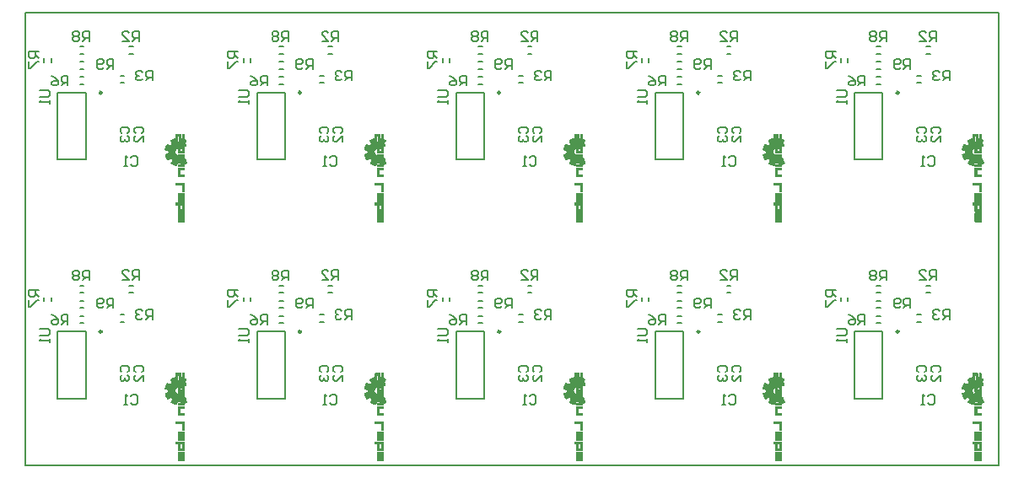
<source format=gbo>
G04 Layer_Color=32896*
%FSLAX24Y24*%
%MOIN*%
G70*
G01*
G75*
%ADD18C,0.0079*%
%ADD45C,0.0098*%
%ADD46C,0.0004*%
%ADD47C,0.0071*%
D18*
X4203Y6518D02*
X4360D01*
X4203Y6242D02*
X4360D01*
X1730Y3211D02*
X2833D01*
X1730Y5849D02*
X2833D01*
X1730Y3211D02*
Y5849D01*
X2833Y3211D02*
Y5849D01*
X2603Y6468D02*
X2760D01*
X2603Y6192D02*
X2760D01*
X2603Y7068D02*
X2760D01*
X2603Y6792D02*
X2760D01*
X4553Y7668D02*
X4710D01*
X4553Y7392D02*
X4710D01*
X1469Y7051D02*
Y7209D01*
X1194Y7051D02*
Y7209D01*
X2603Y7668D02*
X2760D01*
X2603Y7392D02*
X2760D01*
X1014Y5945D02*
X1342D01*
X1407Y5879D01*
Y5748D01*
X1342Y5683D01*
X1014D01*
X1407Y5551D02*
Y5420D01*
Y5486D01*
X1014D01*
X1080Y5551D01*
X3932Y6780D02*
Y7174D01*
X3735D01*
X3669Y7108D01*
Y6977D01*
X3735Y6911D01*
X3932D01*
X3800D02*
X3669Y6780D01*
X3538Y6846D02*
X3472Y6780D01*
X3341D01*
X3276Y6846D01*
Y7108D01*
X3341Y7174D01*
X3472D01*
X3538Y7108D01*
Y7042D01*
X3472Y6977D01*
X3276D01*
X2982Y7880D02*
Y8274D01*
X2785D01*
X2719Y8208D01*
Y8077D01*
X2785Y8011D01*
X2982D01*
X2850D02*
X2719Y7880D01*
X2588Y8208D02*
X2522Y8274D01*
X2391D01*
X2326Y8208D01*
Y8142D01*
X2391Y8077D01*
X2326Y8011D01*
Y7946D01*
X2391Y7880D01*
X2522D01*
X2588Y7946D01*
Y8011D01*
X2522Y8077D01*
X2588Y8142D01*
Y8208D01*
X2522Y8077D02*
X2391D01*
X981Y7480D02*
X588D01*
Y7283D01*
X654Y7218D01*
X785D01*
X850Y7283D01*
Y7480D01*
Y7349D02*
X981Y7218D01*
X588Y7086D02*
Y6824D01*
X654D01*
X916Y7086D01*
X981D01*
X2131Y6130D02*
Y6524D01*
X1935D01*
X1869Y6458D01*
Y6327D01*
X1935Y6261D01*
X2131D01*
X2000D02*
X1869Y6130D01*
X1476Y6524D02*
X1607Y6458D01*
X1738Y6327D01*
Y6196D01*
X1672Y6130D01*
X1541D01*
X1476Y6196D01*
Y6261D01*
X1541Y6327D01*
X1738D01*
X5482Y6330D02*
Y6723D01*
X5285D01*
X5219Y6658D01*
Y6527D01*
X5285Y6461D01*
X5482D01*
X5350D02*
X5219Y6330D01*
X5088Y6658D02*
X5022Y6723D01*
X4891D01*
X4826Y6658D01*
Y6592D01*
X4891Y6527D01*
X4957D01*
X4891D01*
X4826Y6461D01*
Y6396D01*
X4891Y6330D01*
X5022D01*
X5088Y6396D01*
X4951Y7894D02*
Y8287D01*
X4754D01*
X4688Y8222D01*
Y8090D01*
X4754Y8025D01*
X4951D01*
X4820D02*
X4688Y7894D01*
X4295D02*
X4557D01*
X4295Y8156D01*
Y8222D01*
X4360Y8287D01*
X4492D01*
X4557Y8222D01*
X4620Y3281D02*
X4685Y3346D01*
X4816D01*
X4882Y3281D01*
Y3018D01*
X4816Y2953D01*
X4685D01*
X4620Y3018D01*
X4488Y2953D02*
X4357D01*
X4423D01*
Y3346D01*
X4488Y3281D01*
X12077Y6518D02*
X12234D01*
X12077Y6242D02*
X12234D01*
X9604Y3211D02*
X10707D01*
X9604Y5849D02*
X10707D01*
X9604Y3211D02*
Y5849D01*
X10707Y3211D02*
Y5849D01*
X10477Y6468D02*
X10634D01*
X10477Y6192D02*
X10634D01*
X10477Y7068D02*
X10634D01*
X10477Y6792D02*
X10634D01*
X12427Y7668D02*
X12584D01*
X12427Y7392D02*
X12584D01*
X9343Y7051D02*
Y7209D01*
X9068Y7051D02*
Y7209D01*
X10477Y7668D02*
X10634D01*
X10477Y7392D02*
X10634D01*
X8888Y5945D02*
X9216D01*
X9281Y5879D01*
Y5748D01*
X9216Y5683D01*
X8888D01*
X9281Y5551D02*
Y5420D01*
Y5486D01*
X8888D01*
X8954Y5551D01*
X11806Y6780D02*
Y7174D01*
X11609D01*
X11543Y7108D01*
Y6977D01*
X11609Y6911D01*
X11806D01*
X11674D02*
X11543Y6780D01*
X11412Y6846D02*
X11346Y6780D01*
X11215D01*
X11150Y6846D01*
Y7108D01*
X11215Y7174D01*
X11346D01*
X11412Y7108D01*
Y7042D01*
X11346Y6977D01*
X11150D01*
X10856Y7880D02*
Y8274D01*
X10659D01*
X10593Y8208D01*
Y8077D01*
X10659Y8011D01*
X10856D01*
X10724D02*
X10593Y7880D01*
X10462Y8208D02*
X10396Y8274D01*
X10265D01*
X10200Y8208D01*
Y8142D01*
X10265Y8077D01*
X10200Y8011D01*
Y7946D01*
X10265Y7880D01*
X10396D01*
X10462Y7946D01*
Y8011D01*
X10396Y8077D01*
X10462Y8142D01*
Y8208D01*
X10396Y8077D02*
X10265D01*
X8856Y7480D02*
X8462D01*
Y7283D01*
X8528Y7218D01*
X8659D01*
X8724Y7283D01*
Y7480D01*
Y7349D02*
X8856Y7218D01*
X8462Y7086D02*
Y6824D01*
X8528D01*
X8790Y7086D01*
X8856D01*
X10006Y6130D02*
Y6524D01*
X9809D01*
X9743Y6458D01*
Y6327D01*
X9809Y6261D01*
X10006D01*
X9874D02*
X9743Y6130D01*
X9350Y6524D02*
X9481Y6458D01*
X9612Y6327D01*
Y6196D01*
X9546Y6130D01*
X9415D01*
X9350Y6196D01*
Y6261D01*
X9415Y6327D01*
X9612D01*
X13356Y6330D02*
Y6723D01*
X13159D01*
X13093Y6658D01*
Y6527D01*
X13159Y6461D01*
X13356D01*
X13224D02*
X13093Y6330D01*
X12962Y6658D02*
X12896Y6723D01*
X12765D01*
X12700Y6658D01*
Y6592D01*
X12765Y6527D01*
X12831D01*
X12765D01*
X12700Y6461D01*
Y6396D01*
X12765Y6330D01*
X12896D01*
X12962Y6396D01*
X12825Y7894D02*
Y8287D01*
X12628D01*
X12562Y8222D01*
Y8090D01*
X12628Y8025D01*
X12825D01*
X12694D02*
X12562Y7894D01*
X12169D02*
X12431D01*
X12169Y8156D01*
Y8222D01*
X12234Y8287D01*
X12366D01*
X12431Y8222D01*
X12494Y3281D02*
X12559Y3346D01*
X12690D01*
X12756Y3281D01*
Y3018D01*
X12690Y2953D01*
X12559D01*
X12494Y3018D01*
X12362Y2953D02*
X12231D01*
X12297D01*
Y3346D01*
X12362Y3281D01*
X19951Y6518D02*
X20108D01*
X19951Y6242D02*
X20108D01*
X17478Y3211D02*
X18581D01*
X17478Y5849D02*
X18581D01*
X17478Y3211D02*
Y5849D01*
X18581Y3211D02*
Y5849D01*
X18351Y6468D02*
X18508D01*
X18351Y6192D02*
X18508D01*
X18351Y7068D02*
X18508D01*
X18351Y6792D02*
X18508D01*
X20301Y7668D02*
X20458D01*
X20301Y7392D02*
X20458D01*
X17217Y7051D02*
Y7209D01*
X16942Y7051D02*
Y7209D01*
X18351Y7668D02*
X18508D01*
X18351Y7392D02*
X18508D01*
X16762Y5945D02*
X17090D01*
X17156Y5879D01*
Y5748D01*
X17090Y5683D01*
X16762D01*
X17156Y5551D02*
Y5420D01*
Y5486D01*
X16762D01*
X16828Y5551D01*
X19680Y6780D02*
Y7174D01*
X19483D01*
X19417Y7108D01*
Y6977D01*
X19483Y6911D01*
X19680D01*
X19548D02*
X19417Y6780D01*
X19286Y6846D02*
X19220Y6780D01*
X19089D01*
X19024Y6846D01*
Y7108D01*
X19089Y7174D01*
X19220D01*
X19286Y7108D01*
Y7042D01*
X19220Y6977D01*
X19024D01*
X18730Y7880D02*
Y8274D01*
X18533D01*
X18467Y8208D01*
Y8077D01*
X18533Y8011D01*
X18730D01*
X18598D02*
X18467Y7880D01*
X18336Y8208D02*
X18270Y8274D01*
X18139D01*
X18074Y8208D01*
Y8142D01*
X18139Y8077D01*
X18074Y8011D01*
Y7946D01*
X18139Y7880D01*
X18270D01*
X18336Y7946D01*
Y8011D01*
X18270Y8077D01*
X18336Y8142D01*
Y8208D01*
X18270Y8077D02*
X18139D01*
X16730Y7480D02*
X16336D01*
Y7283D01*
X16402Y7218D01*
X16533D01*
X16598Y7283D01*
Y7480D01*
Y7349D02*
X16730Y7218D01*
X16336Y7086D02*
Y6824D01*
X16402D01*
X16664Y7086D01*
X16730D01*
X17880Y6130D02*
Y6524D01*
X17683D01*
X17617Y6458D01*
Y6327D01*
X17683Y6261D01*
X17880D01*
X17748D02*
X17617Y6130D01*
X17224Y6524D02*
X17355Y6458D01*
X17486Y6327D01*
Y6196D01*
X17420Y6130D01*
X17289D01*
X17224Y6196D01*
Y6261D01*
X17289Y6327D01*
X17486D01*
X21230Y6330D02*
Y6723D01*
X21033D01*
X20967Y6658D01*
Y6527D01*
X21033Y6461D01*
X21230D01*
X21098D02*
X20967Y6330D01*
X20836Y6658D02*
X20770Y6723D01*
X20639D01*
X20574Y6658D01*
Y6592D01*
X20639Y6527D01*
X20705D01*
X20639D01*
X20574Y6461D01*
Y6396D01*
X20639Y6330D01*
X20770D01*
X20836Y6396D01*
X20699Y7894D02*
Y8287D01*
X20502D01*
X20436Y8222D01*
Y8090D01*
X20502Y8025D01*
X20699D01*
X20568D02*
X20436Y7894D01*
X20043D02*
X20305D01*
X20043Y8156D01*
Y8222D01*
X20108Y8287D01*
X20240D01*
X20305Y8222D01*
X20368Y3281D02*
X20433Y3346D01*
X20564D01*
X20630Y3281D01*
Y3018D01*
X20564Y2953D01*
X20433D01*
X20368Y3018D01*
X20236Y2953D02*
X20105D01*
X20171D01*
Y3346D01*
X20236Y3281D01*
X27825Y6518D02*
X27982D01*
X27825Y6242D02*
X27982D01*
X25352Y3211D02*
X26455D01*
X25352Y5849D02*
X26455D01*
X25352Y3211D02*
Y5849D01*
X26455Y3211D02*
Y5849D01*
X26225Y6468D02*
X26382D01*
X26225Y6192D02*
X26382D01*
X26225Y7068D02*
X26382D01*
X26225Y6792D02*
X26382D01*
X28175Y7668D02*
X28332D01*
X28175Y7392D02*
X28332D01*
X25091Y7051D02*
Y7209D01*
X24816Y7051D02*
Y7209D01*
X26225Y7668D02*
X26382D01*
X26225Y7392D02*
X26382D01*
X24636Y5945D02*
X24964D01*
X25030Y5879D01*
Y5748D01*
X24964Y5683D01*
X24636D01*
X25030Y5551D02*
Y5420D01*
Y5486D01*
X24636D01*
X24702Y5551D01*
X27554Y6780D02*
Y7174D01*
X27357D01*
X27291Y7108D01*
Y6977D01*
X27357Y6911D01*
X27554D01*
X27422D02*
X27291Y6780D01*
X27160Y6846D02*
X27094Y6780D01*
X26963D01*
X26898Y6846D01*
Y7108D01*
X26963Y7174D01*
X27094D01*
X27160Y7108D01*
Y7042D01*
X27094Y6977D01*
X26898D01*
X26604Y7880D02*
Y8274D01*
X26407D01*
X26341Y8208D01*
Y8077D01*
X26407Y8011D01*
X26604D01*
X26472D02*
X26341Y7880D01*
X26210Y8208D02*
X26144Y8274D01*
X26013D01*
X25948Y8208D01*
Y8142D01*
X26013Y8077D01*
X25948Y8011D01*
Y7946D01*
X26013Y7880D01*
X26144D01*
X26210Y7946D01*
Y8011D01*
X26144Y8077D01*
X26210Y8142D01*
Y8208D01*
X26144Y8077D02*
X26013D01*
X24604Y7480D02*
X24210D01*
Y7283D01*
X24276Y7218D01*
X24407D01*
X24472Y7283D01*
Y7480D01*
Y7349D02*
X24604Y7218D01*
X24210Y7086D02*
Y6824D01*
X24276D01*
X24538Y7086D01*
X24604D01*
X25754Y6130D02*
Y6524D01*
X25557D01*
X25491Y6458D01*
Y6327D01*
X25557Y6261D01*
X25754D01*
X25622D02*
X25491Y6130D01*
X25098Y6524D02*
X25229Y6458D01*
X25360Y6327D01*
Y6196D01*
X25294Y6130D01*
X25163D01*
X25098Y6196D01*
Y6261D01*
X25163Y6327D01*
X25360D01*
X29104Y6330D02*
Y6723D01*
X28907D01*
X28841Y6658D01*
Y6527D01*
X28907Y6461D01*
X29104D01*
X28972D02*
X28841Y6330D01*
X28710Y6658D02*
X28644Y6723D01*
X28513D01*
X28448Y6658D01*
Y6592D01*
X28513Y6527D01*
X28579D01*
X28513D01*
X28448Y6461D01*
Y6396D01*
X28513Y6330D01*
X28644D01*
X28710Y6396D01*
X28573Y7894D02*
Y8287D01*
X28376D01*
X28310Y8222D01*
Y8090D01*
X28376Y8025D01*
X28573D01*
X28442D02*
X28310Y7894D01*
X27917D02*
X28179D01*
X27917Y8156D01*
Y8222D01*
X27982Y8287D01*
X28114D01*
X28179Y8222D01*
X28242Y3281D02*
X28307Y3346D01*
X28438D01*
X28504Y3281D01*
Y3018D01*
X28438Y2953D01*
X28307D01*
X28242Y3018D01*
X28110Y2953D02*
X27979D01*
X28045D01*
Y3346D01*
X28110Y3281D01*
X35699Y6518D02*
X35856D01*
X35699Y6242D02*
X35856D01*
X33226Y3211D02*
X34329D01*
X33226Y5849D02*
X34329D01*
X33226Y3211D02*
Y5849D01*
X34329Y3211D02*
Y5849D01*
X34099Y6468D02*
X34256D01*
X34099Y6192D02*
X34256D01*
X34099Y7068D02*
X34256D01*
X34099Y6792D02*
X34256D01*
X36049Y7668D02*
X36206D01*
X36049Y7392D02*
X36206D01*
X32965Y7051D02*
Y7209D01*
X32690Y7051D02*
Y7209D01*
X34099Y7668D02*
X34256D01*
X34099Y7392D02*
X34256D01*
X32510Y5945D02*
X32838D01*
X32904Y5879D01*
Y5748D01*
X32838Y5683D01*
X32510D01*
X32904Y5551D02*
Y5420D01*
Y5486D01*
X32510D01*
X32576Y5551D01*
X35428Y6780D02*
Y7174D01*
X35231D01*
X35165Y7108D01*
Y6977D01*
X35231Y6911D01*
X35428D01*
X35296D02*
X35165Y6780D01*
X35034Y6846D02*
X34968Y6780D01*
X34837D01*
X34772Y6846D01*
Y7108D01*
X34837Y7174D01*
X34968D01*
X35034Y7108D01*
Y7042D01*
X34968Y6977D01*
X34772D01*
X34478Y7880D02*
Y8274D01*
X34281D01*
X34215Y8208D01*
Y8077D01*
X34281Y8011D01*
X34478D01*
X34346D02*
X34215Y7880D01*
X34084Y8208D02*
X34018Y8274D01*
X33887D01*
X33822Y8208D01*
Y8142D01*
X33887Y8077D01*
X33822Y8011D01*
Y7946D01*
X33887Y7880D01*
X34018D01*
X34084Y7946D01*
Y8011D01*
X34018Y8077D01*
X34084Y8142D01*
Y8208D01*
X34018Y8077D02*
X33887D01*
X32478Y7480D02*
X32084D01*
Y7283D01*
X32150Y7218D01*
X32281D01*
X32346Y7283D01*
Y7480D01*
Y7349D02*
X32478Y7218D01*
X32084Y7086D02*
Y6824D01*
X32150D01*
X32412Y7086D01*
X32478D01*
X33628Y6130D02*
Y6524D01*
X33431D01*
X33365Y6458D01*
Y6327D01*
X33431Y6261D01*
X33628D01*
X33496D02*
X33365Y6130D01*
X32972Y6524D02*
X33103Y6458D01*
X33234Y6327D01*
Y6196D01*
X33168Y6130D01*
X33037D01*
X32972Y6196D01*
Y6261D01*
X33037Y6327D01*
X33234D01*
X36978Y6330D02*
Y6723D01*
X36781D01*
X36715Y6658D01*
Y6527D01*
X36781Y6461D01*
X36978D01*
X36846D02*
X36715Y6330D01*
X36584Y6658D02*
X36518Y6723D01*
X36387D01*
X36322Y6658D01*
Y6592D01*
X36387Y6527D01*
X36453D01*
X36387D01*
X36322Y6461D01*
Y6396D01*
X36387Y6330D01*
X36518D01*
X36584Y6396D01*
X36447Y7894D02*
Y8287D01*
X36250D01*
X36184Y8222D01*
Y8090D01*
X36250Y8025D01*
X36447D01*
X36316D02*
X36184Y7894D01*
X35791D02*
X36053D01*
X35791Y8156D01*
Y8222D01*
X35856Y8287D01*
X35988D01*
X36053Y8222D01*
X36116Y3281D02*
X36181Y3346D01*
X36312D01*
X36378Y3281D01*
Y3018D01*
X36312Y2953D01*
X36181D01*
X36116Y3018D01*
X35984Y2953D02*
X35853D01*
X35919D01*
Y3346D01*
X35984Y3281D01*
X4203Y15967D02*
X4360D01*
X4203Y15691D02*
X4360D01*
X1730Y12660D02*
X2833D01*
X1730Y15298D02*
X2833D01*
X1730Y12660D02*
Y15298D01*
X2833Y12660D02*
Y15298D01*
X2603Y15917D02*
X2760D01*
X2603Y15641D02*
X2760D01*
X2603Y16517D02*
X2760D01*
X2603Y16241D02*
X2760D01*
X4553Y17117D02*
X4710D01*
X4553Y16841D02*
X4710D01*
X1469Y16500D02*
Y16657D01*
X1194Y16500D02*
Y16657D01*
X2603Y17117D02*
X2760D01*
X2603Y16841D02*
X2760D01*
X1014Y15394D02*
X1342D01*
X1407Y15328D01*
Y15197D01*
X1342Y15131D01*
X1014D01*
X1407Y15000D02*
Y14869D01*
Y14935D01*
X1014D01*
X1080Y15000D01*
X3932Y16229D02*
Y16622D01*
X3735D01*
X3669Y16557D01*
Y16426D01*
X3735Y16360D01*
X3932D01*
X3800D02*
X3669Y16229D01*
X3538Y16294D02*
X3472Y16229D01*
X3341D01*
X3276Y16294D01*
Y16557D01*
X3341Y16622D01*
X3472D01*
X3538Y16557D01*
Y16491D01*
X3472Y16426D01*
X3276D01*
X2982Y17329D02*
Y17722D01*
X2785D01*
X2719Y17657D01*
Y17526D01*
X2785Y17460D01*
X2982D01*
X2850D02*
X2719Y17329D01*
X2588Y17657D02*
X2522Y17722D01*
X2391D01*
X2326Y17657D01*
Y17591D01*
X2391Y17526D01*
X2326Y17460D01*
Y17394D01*
X2391Y17329D01*
X2522D01*
X2588Y17394D01*
Y17460D01*
X2522Y17526D01*
X2588Y17591D01*
Y17657D01*
X2522Y17526D02*
X2391D01*
X981Y16929D02*
X588D01*
Y16732D01*
X654Y16666D01*
X785D01*
X850Y16732D01*
Y16929D01*
Y16798D02*
X981Y16666D01*
X588Y16535D02*
Y16273D01*
X654D01*
X916Y16535D01*
X981D01*
X2131Y15579D02*
Y15972D01*
X1935D01*
X1869Y15907D01*
Y15776D01*
X1935Y15710D01*
X2131D01*
X2000D02*
X1869Y15579D01*
X1476Y15972D02*
X1607Y15907D01*
X1738Y15776D01*
Y15644D01*
X1672Y15579D01*
X1541D01*
X1476Y15644D01*
Y15710D01*
X1541Y15776D01*
X1738D01*
X5482Y15779D02*
Y16172D01*
X5285D01*
X5219Y16107D01*
Y15976D01*
X5285Y15910D01*
X5482D01*
X5350D02*
X5219Y15779D01*
X5088Y16107D02*
X5022Y16172D01*
X4891D01*
X4826Y16107D01*
Y16041D01*
X4891Y15976D01*
X4957D01*
X4891D01*
X4826Y15910D01*
Y15844D01*
X4891Y15779D01*
X5022D01*
X5088Y15844D01*
X4951Y17343D02*
Y17736D01*
X4754D01*
X4688Y17671D01*
Y17539D01*
X4754Y17474D01*
X4951D01*
X4820D02*
X4688Y17343D01*
X4295D02*
X4557D01*
X4295Y17605D01*
Y17671D01*
X4360Y17736D01*
X4492D01*
X4557Y17671D01*
X4620Y12730D02*
X4685Y12795D01*
X4816D01*
X4882Y12730D01*
Y12467D01*
X4816Y12402D01*
X4685D01*
X4620Y12467D01*
X4488Y12402D02*
X4357D01*
X4423D01*
Y12795D01*
X4488Y12730D01*
X12077Y15967D02*
X12234D01*
X12077Y15691D02*
X12234D01*
X9604Y12660D02*
X10707D01*
X9604Y15298D02*
X10707D01*
X9604Y12660D02*
Y15298D01*
X10707Y12660D02*
Y15298D01*
X10477Y15917D02*
X10634D01*
X10477Y15641D02*
X10634D01*
X10477Y16517D02*
X10634D01*
X10477Y16241D02*
X10634D01*
X12427Y17117D02*
X12584D01*
X12427Y16841D02*
X12584D01*
X9343Y16500D02*
Y16657D01*
X9068Y16500D02*
Y16657D01*
X10477Y17117D02*
X10634D01*
X10477Y16841D02*
X10634D01*
X8888Y15394D02*
X9216D01*
X9281Y15328D01*
Y15197D01*
X9216Y15131D01*
X8888D01*
X9281Y15000D02*
Y14869D01*
Y14935D01*
X8888D01*
X8954Y15000D01*
X11806Y16229D02*
Y16622D01*
X11609D01*
X11543Y16557D01*
Y16426D01*
X11609Y16360D01*
X11806D01*
X11674D02*
X11543Y16229D01*
X11412Y16294D02*
X11346Y16229D01*
X11215D01*
X11150Y16294D01*
Y16557D01*
X11215Y16622D01*
X11346D01*
X11412Y16557D01*
Y16491D01*
X11346Y16426D01*
X11150D01*
X10856Y17329D02*
Y17722D01*
X10659D01*
X10593Y17657D01*
Y17526D01*
X10659Y17460D01*
X10856D01*
X10724D02*
X10593Y17329D01*
X10462Y17657D02*
X10396Y17722D01*
X10265D01*
X10200Y17657D01*
Y17591D01*
X10265Y17526D01*
X10200Y17460D01*
Y17394D01*
X10265Y17329D01*
X10396D01*
X10462Y17394D01*
Y17460D01*
X10396Y17526D01*
X10462Y17591D01*
Y17657D01*
X10396Y17526D02*
X10265D01*
X8856Y16929D02*
X8462D01*
Y16732D01*
X8528Y16666D01*
X8659D01*
X8724Y16732D01*
Y16929D01*
Y16798D02*
X8856Y16666D01*
X8462Y16535D02*
Y16273D01*
X8528D01*
X8790Y16535D01*
X8856D01*
X10006Y15579D02*
Y15972D01*
X9809D01*
X9743Y15907D01*
Y15776D01*
X9809Y15710D01*
X10006D01*
X9874D02*
X9743Y15579D01*
X9350Y15972D02*
X9481Y15907D01*
X9612Y15776D01*
Y15644D01*
X9546Y15579D01*
X9415D01*
X9350Y15644D01*
Y15710D01*
X9415Y15776D01*
X9612D01*
X13356Y15779D02*
Y16172D01*
X13159D01*
X13093Y16107D01*
Y15976D01*
X13159Y15910D01*
X13356D01*
X13224D02*
X13093Y15779D01*
X12962Y16107D02*
X12896Y16172D01*
X12765D01*
X12700Y16107D01*
Y16041D01*
X12765Y15976D01*
X12831D01*
X12765D01*
X12700Y15910D01*
Y15844D01*
X12765Y15779D01*
X12896D01*
X12962Y15844D01*
X12825Y17343D02*
Y17736D01*
X12628D01*
X12562Y17671D01*
Y17539D01*
X12628Y17474D01*
X12825D01*
X12694D02*
X12562Y17343D01*
X12169D02*
X12431D01*
X12169Y17605D01*
Y17671D01*
X12234Y17736D01*
X12366D01*
X12431Y17671D01*
X12494Y12730D02*
X12559Y12795D01*
X12690D01*
X12756Y12730D01*
Y12467D01*
X12690Y12402D01*
X12559D01*
X12494Y12467D01*
X12362Y12402D02*
X12231D01*
X12297D01*
Y12795D01*
X12362Y12730D01*
X19951Y15967D02*
X20108D01*
X19951Y15691D02*
X20108D01*
X17478Y12660D02*
X18581D01*
X17478Y15298D02*
X18581D01*
X17478Y12660D02*
Y15298D01*
X18581Y12660D02*
Y15298D01*
X18351Y15917D02*
X18508D01*
X18351Y15641D02*
X18508D01*
X18351Y16517D02*
X18508D01*
X18351Y16241D02*
X18508D01*
X20301Y17117D02*
X20458D01*
X20301Y16841D02*
X20458D01*
X17217Y16500D02*
Y16657D01*
X16942Y16500D02*
Y16657D01*
X18351Y17117D02*
X18508D01*
X18351Y16841D02*
X18508D01*
X16762Y15394D02*
X17090D01*
X17156Y15328D01*
Y15197D01*
X17090Y15131D01*
X16762D01*
X17156Y15000D02*
Y14869D01*
Y14935D01*
X16762D01*
X16828Y15000D01*
X19680Y16229D02*
Y16622D01*
X19483D01*
X19417Y16557D01*
Y16426D01*
X19483Y16360D01*
X19680D01*
X19548D02*
X19417Y16229D01*
X19286Y16294D02*
X19220Y16229D01*
X19089D01*
X19024Y16294D01*
Y16557D01*
X19089Y16622D01*
X19220D01*
X19286Y16557D01*
Y16491D01*
X19220Y16426D01*
X19024D01*
X18730Y17329D02*
Y17722D01*
X18533D01*
X18467Y17657D01*
Y17526D01*
X18533Y17460D01*
X18730D01*
X18598D02*
X18467Y17329D01*
X18336Y17657D02*
X18270Y17722D01*
X18139D01*
X18074Y17657D01*
Y17591D01*
X18139Y17526D01*
X18074Y17460D01*
Y17394D01*
X18139Y17329D01*
X18270D01*
X18336Y17394D01*
Y17460D01*
X18270Y17526D01*
X18336Y17591D01*
Y17657D01*
X18270Y17526D02*
X18139D01*
X16730Y16929D02*
X16336D01*
Y16732D01*
X16402Y16666D01*
X16533D01*
X16598Y16732D01*
Y16929D01*
Y16798D02*
X16730Y16666D01*
X16336Y16535D02*
Y16273D01*
X16402D01*
X16664Y16535D01*
X16730D01*
X17880Y15579D02*
Y15972D01*
X17683D01*
X17617Y15907D01*
Y15776D01*
X17683Y15710D01*
X17880D01*
X17748D02*
X17617Y15579D01*
X17224Y15972D02*
X17355Y15907D01*
X17486Y15776D01*
Y15644D01*
X17420Y15579D01*
X17289D01*
X17224Y15644D01*
Y15710D01*
X17289Y15776D01*
X17486D01*
X21230Y15779D02*
Y16172D01*
X21033D01*
X20967Y16107D01*
Y15976D01*
X21033Y15910D01*
X21230D01*
X21098D02*
X20967Y15779D01*
X20836Y16107D02*
X20770Y16172D01*
X20639D01*
X20574Y16107D01*
Y16041D01*
X20639Y15976D01*
X20705D01*
X20639D01*
X20574Y15910D01*
Y15844D01*
X20639Y15779D01*
X20770D01*
X20836Y15844D01*
X20699Y17343D02*
Y17736D01*
X20502D01*
X20436Y17671D01*
Y17539D01*
X20502Y17474D01*
X20699D01*
X20568D02*
X20436Y17343D01*
X20043D02*
X20305D01*
X20043Y17605D01*
Y17671D01*
X20108Y17736D01*
X20240D01*
X20305Y17671D01*
X20368Y12730D02*
X20433Y12795D01*
X20564D01*
X20630Y12730D01*
Y12467D01*
X20564Y12402D01*
X20433D01*
X20368Y12467D01*
X20236Y12402D02*
X20105D01*
X20171D01*
Y12795D01*
X20236Y12730D01*
X27825Y15967D02*
X27982D01*
X27825Y15691D02*
X27982D01*
X25352Y12660D02*
X26455D01*
X25352Y15298D02*
X26455D01*
X25352Y12660D02*
Y15298D01*
X26455Y12660D02*
Y15298D01*
X26225Y15917D02*
X26382D01*
X26225Y15641D02*
X26382D01*
X26225Y16517D02*
X26382D01*
X26225Y16241D02*
X26382D01*
X28175Y17117D02*
X28332D01*
X28175Y16841D02*
X28332D01*
X25091Y16500D02*
Y16657D01*
X24816Y16500D02*
Y16657D01*
X26225Y17117D02*
X26382D01*
X26225Y16841D02*
X26382D01*
X24636Y15394D02*
X24964D01*
X25030Y15328D01*
Y15197D01*
X24964Y15131D01*
X24636D01*
X25030Y15000D02*
Y14869D01*
Y14935D01*
X24636D01*
X24702Y15000D01*
X27554Y16229D02*
Y16622D01*
X27357D01*
X27291Y16557D01*
Y16426D01*
X27357Y16360D01*
X27554D01*
X27422D02*
X27291Y16229D01*
X27160Y16294D02*
X27094Y16229D01*
X26963D01*
X26898Y16294D01*
Y16557D01*
X26963Y16622D01*
X27094D01*
X27160Y16557D01*
Y16491D01*
X27094Y16426D01*
X26898D01*
X26604Y17329D02*
Y17722D01*
X26407D01*
X26341Y17657D01*
Y17526D01*
X26407Y17460D01*
X26604D01*
X26472D02*
X26341Y17329D01*
X26210Y17657D02*
X26144Y17722D01*
X26013D01*
X25948Y17657D01*
Y17591D01*
X26013Y17526D01*
X25948Y17460D01*
Y17394D01*
X26013Y17329D01*
X26144D01*
X26210Y17394D01*
Y17460D01*
X26144Y17526D01*
X26210Y17591D01*
Y17657D01*
X26144Y17526D02*
X26013D01*
X24604Y16929D02*
X24210D01*
Y16732D01*
X24276Y16666D01*
X24407D01*
X24472Y16732D01*
Y16929D01*
Y16798D02*
X24604Y16666D01*
X24210Y16535D02*
Y16273D01*
X24276D01*
X24538Y16535D01*
X24604D01*
X25754Y15579D02*
Y15972D01*
X25557D01*
X25491Y15907D01*
Y15776D01*
X25557Y15710D01*
X25754D01*
X25622D02*
X25491Y15579D01*
X25098Y15972D02*
X25229Y15907D01*
X25360Y15776D01*
Y15644D01*
X25294Y15579D01*
X25163D01*
X25098Y15644D01*
Y15710D01*
X25163Y15776D01*
X25360D01*
X29104Y15779D02*
Y16172D01*
X28907D01*
X28841Y16107D01*
Y15976D01*
X28907Y15910D01*
X29104D01*
X28972D02*
X28841Y15779D01*
X28710Y16107D02*
X28644Y16172D01*
X28513D01*
X28448Y16107D01*
Y16041D01*
X28513Y15976D01*
X28579D01*
X28513D01*
X28448Y15910D01*
Y15844D01*
X28513Y15779D01*
X28644D01*
X28710Y15844D01*
X28573Y17343D02*
Y17736D01*
X28376D01*
X28310Y17671D01*
Y17539D01*
X28376Y17474D01*
X28573D01*
X28442D02*
X28310Y17343D01*
X27917D02*
X28179D01*
X27917Y17605D01*
Y17671D01*
X27982Y17736D01*
X28114D01*
X28179Y17671D01*
X28242Y12730D02*
X28307Y12795D01*
X28438D01*
X28504Y12730D01*
Y12467D01*
X28438Y12402D01*
X28307D01*
X28242Y12467D01*
X28110Y12402D02*
X27979D01*
X28045D01*
Y12795D01*
X28110Y12730D01*
X35699Y15967D02*
X35856D01*
X35699Y15691D02*
X35856D01*
X33226Y12660D02*
X34329D01*
X33226Y15298D02*
X34329D01*
X33226Y12660D02*
Y15298D01*
X34329Y12660D02*
Y15298D01*
X34099Y15917D02*
X34256D01*
X34099Y15641D02*
X34256D01*
X34099Y16517D02*
X34256D01*
X34099Y16241D02*
X34256D01*
X36049Y17117D02*
X36206D01*
X36049Y16841D02*
X36206D01*
X32965Y16500D02*
Y16657D01*
X32690Y16500D02*
Y16657D01*
X34099Y17117D02*
X34256D01*
X34099Y16841D02*
X34256D01*
X32510Y15394D02*
X32838D01*
X32904Y15328D01*
Y15197D01*
X32838Y15131D01*
X32510D01*
X32904Y15000D02*
Y14869D01*
Y14935D01*
X32510D01*
X32576Y15000D01*
X35428Y16229D02*
Y16622D01*
X35231D01*
X35165Y16557D01*
Y16426D01*
X35231Y16360D01*
X35428D01*
X35296D02*
X35165Y16229D01*
X35034Y16294D02*
X34968Y16229D01*
X34837D01*
X34772Y16294D01*
Y16557D01*
X34837Y16622D01*
X34968D01*
X35034Y16557D01*
Y16491D01*
X34968Y16426D01*
X34772D01*
X34478Y17329D02*
Y17722D01*
X34281D01*
X34215Y17657D01*
Y17526D01*
X34281Y17460D01*
X34478D01*
X34346D02*
X34215Y17329D01*
X34084Y17657D02*
X34018Y17722D01*
X33887D01*
X33822Y17657D01*
Y17591D01*
X33887Y17526D01*
X33822Y17460D01*
Y17394D01*
X33887Y17329D01*
X34018D01*
X34084Y17394D01*
Y17460D01*
X34018Y17526D01*
X34084Y17591D01*
Y17657D01*
X34018Y17526D02*
X33887D01*
X32478Y16929D02*
X32084D01*
Y16732D01*
X32150Y16666D01*
X32281D01*
X32346Y16732D01*
Y16929D01*
Y16798D02*
X32478Y16666D01*
X32084Y16535D02*
Y16273D01*
X32150D01*
X32412Y16535D01*
X32478D01*
X33628Y15579D02*
Y15972D01*
X33431D01*
X33365Y15907D01*
Y15776D01*
X33431Y15710D01*
X33628D01*
X33496D02*
X33365Y15579D01*
X32972Y15972D02*
X33103Y15907D01*
X33234Y15776D01*
Y15644D01*
X33168Y15579D01*
X33037D01*
X32972Y15644D01*
Y15710D01*
X33037Y15776D01*
X33234D01*
X36978Y15779D02*
Y16172D01*
X36781D01*
X36715Y16107D01*
Y15976D01*
X36781Y15910D01*
X36978D01*
X36846D02*
X36715Y15779D01*
X36584Y16107D02*
X36518Y16172D01*
X36387D01*
X36322Y16107D01*
Y16041D01*
X36387Y15976D01*
X36453D01*
X36387D01*
X36322Y15910D01*
Y15844D01*
X36387Y15779D01*
X36518D01*
X36584Y15844D01*
X36447Y17343D02*
Y17736D01*
X36250D01*
X36184Y17671D01*
Y17539D01*
X36250Y17474D01*
X36447D01*
X36316D02*
X36184Y17343D01*
X35791D02*
X36053D01*
X35791Y17605D01*
Y17671D01*
X35856Y17736D01*
X35988D01*
X36053Y17671D01*
X36116Y12730D02*
X36181Y12795D01*
X36312D01*
X36378Y12730D01*
Y12467D01*
X36312Y12402D01*
X36181D01*
X36116Y12467D01*
X35984Y12402D02*
X35853D01*
X35919D01*
Y12795D01*
X35984Y12730D01*
X453Y551D02*
Y18465D01*
X38927D01*
Y551D02*
Y18465D01*
X453Y551D02*
X38927D01*
D45*
X3472Y5849D02*
G03*
X3472Y5849I-49J0D01*
G01*
X11346D02*
G03*
X11346Y5849I-49J0D01*
G01*
X19220D02*
G03*
X19220Y5849I-49J0D01*
G01*
X27094D02*
G03*
X27094Y5849I-49J0D01*
G01*
X34969D02*
G03*
X34969Y5849I-49J0D01*
G01*
X3472Y15298D02*
G03*
X3472Y15298I-49J0D01*
G01*
X11346D02*
G03*
X11346Y15298I-49J0D01*
G01*
X19220D02*
G03*
X19220Y15298I-49J0D01*
G01*
X27094D02*
G03*
X27094Y15298I-49J0D01*
G01*
X34969D02*
G03*
X34969Y15298I-49J0D01*
G01*
D46*
X6701Y3082D02*
Y3422D01*
X6705Y2950D02*
Y3022D01*
X6701Y3026D02*
Y3078D01*
X6697Y1958D02*
Y2294D01*
X6694Y762D02*
Y1102D01*
X6705Y1162D02*
Y1498D01*
X6697Y2550D02*
Y2622D01*
X6694Y2550D02*
Y2622D01*
X6701Y3874D02*
Y4214D01*
X6694Y3822D02*
Y3870D01*
Y1162D02*
Y1498D01*
X6690Y3822D02*
Y3870D01*
X6694Y1958D02*
Y2294D01*
Y1558D02*
Y1894D01*
X6697Y3082D02*
Y3422D01*
X6690Y3874D02*
Y4214D01*
X6697Y1558D02*
Y1894D01*
X6705Y3026D02*
Y3078D01*
Y3082D02*
Y3418D01*
Y2814D02*
Y2886D01*
Y3478D02*
Y3818D01*
Y3822D02*
Y3870D01*
X6694Y3082D02*
Y3422D01*
Y3026D02*
Y3078D01*
Y2950D02*
Y3022D01*
Y3478D02*
Y3818D01*
Y2814D02*
Y2890D01*
X6705Y1558D02*
Y1894D01*
X6701Y3822D02*
Y3870D01*
Y3478D02*
Y3818D01*
X6694Y3874D02*
Y4214D01*
X6697Y2814D02*
Y2890D01*
X6705Y1958D02*
Y2294D01*
X6697Y2950D02*
Y3022D01*
X6705Y762D02*
Y1098D01*
X6697Y3822D02*
Y3870D01*
X6705Y2550D02*
Y2622D01*
X6701Y2950D02*
Y3022D01*
X6697Y1162D02*
Y1498D01*
Y762D02*
Y1102D01*
X6701Y1958D02*
Y2294D01*
Y1558D02*
Y1894D01*
Y2550D02*
Y2622D01*
Y2814D02*
Y2890D01*
Y762D02*
Y1102D01*
X6705Y3874D02*
Y4210D01*
X6697Y3026D02*
Y3078D01*
Y3874D02*
Y4214D01*
Y3478D02*
Y3818D01*
X6701Y1162D02*
Y1498D01*
X6709Y3022D02*
Y3078D01*
X6406Y2222D02*
Y2294D01*
Y2986D02*
Y3410D01*
Y3638D02*
Y3870D01*
Y3874D02*
Y4214D01*
X6410Y1426D02*
Y1498D01*
Y2222D02*
Y2294D01*
Y2986D02*
Y3406D01*
Y3638D02*
Y3870D01*
Y3874D02*
Y4214D01*
X6413Y1426D02*
Y1498D01*
Y2222D02*
Y2294D01*
Y2986D02*
Y3402D01*
Y3642D02*
Y3870D01*
Y3874D02*
Y4214D01*
X6417Y1426D02*
Y1498D01*
Y2222D02*
Y2294D01*
Y2986D02*
Y3402D01*
Y3646D02*
Y3870D01*
Y3874D02*
Y4214D01*
X6421Y1426D02*
Y1498D01*
Y2222D02*
Y2294D01*
Y2994D02*
Y3398D01*
Y3646D02*
Y3870D01*
Y3874D02*
Y4214D01*
X6425Y1426D02*
Y1498D01*
Y2222D02*
Y2294D01*
Y3026D02*
Y3394D01*
Y3650D02*
Y3870D01*
Y3874D02*
Y4214D01*
X6429Y1426D02*
Y1498D01*
Y2222D02*
Y2294D01*
Y3046D02*
Y3394D01*
Y3654D02*
Y3870D01*
Y3874D02*
Y4214D01*
X6434Y1426D02*
Y1498D01*
Y2222D02*
Y2294D01*
Y3058D02*
Y3390D01*
Y3654D02*
Y3870D01*
Y3874D02*
Y4214D01*
X6438Y1426D02*
Y1498D01*
Y2222D02*
Y2294D01*
Y3066D02*
Y3390D01*
Y3654D02*
Y3870D01*
Y3874D02*
Y4214D01*
X6442Y1426D02*
Y1498D01*
Y2222D02*
Y2294D01*
Y3074D02*
Y3386D01*
Y3658D02*
Y3870D01*
Y3874D02*
Y4214D01*
X6446Y1426D02*
Y1498D01*
Y2222D02*
Y2294D01*
Y3078D02*
Y3386D01*
Y3658D02*
Y3870D01*
Y3874D02*
Y4214D01*
X6449Y1426D02*
Y1498D01*
Y2222D02*
Y2294D01*
Y3086D02*
Y3386D01*
Y3662D02*
Y3870D01*
Y3874D02*
Y4214D01*
X6453Y1426D02*
Y1498D01*
Y2222D02*
Y2294D01*
Y3090D02*
Y3382D01*
Y3662D02*
Y3870D01*
Y3874D02*
Y4214D01*
X6457Y1426D02*
Y1498D01*
Y2222D02*
Y2294D01*
Y3094D02*
Y3382D01*
Y3662D02*
Y3870D01*
Y3874D02*
Y4214D01*
X6461Y1426D02*
Y1498D01*
Y2222D02*
Y2294D01*
Y3102D02*
Y3378D01*
Y3666D02*
Y3874D01*
Y4138D02*
Y4214D01*
X6465Y1426D02*
Y1498D01*
Y2222D02*
Y2294D01*
Y3818D02*
Y3918D01*
Y4138D02*
Y4214D01*
X6470Y766D02*
Y1094D01*
Y1166D02*
Y1498D01*
Y1562D02*
Y1890D01*
Y2222D02*
Y2294D01*
Y2554D02*
Y2882D01*
Y2954D02*
Y3018D01*
Y3086D02*
Y3414D01*
Y3482D02*
Y3810D01*
Y3822D02*
Y3918D01*
Y4138D02*
Y4214D01*
X6474Y762D02*
Y1098D01*
Y1162D02*
Y1498D01*
Y1558D02*
Y1894D01*
Y2222D02*
Y2294D01*
Y2550D02*
Y2890D01*
Y2950D02*
Y3022D01*
Y3082D02*
Y3422D01*
Y3478D02*
Y3818D01*
Y3822D02*
Y3918D01*
Y4138D02*
Y4214D01*
X6478Y762D02*
Y1102D01*
Y1162D02*
Y1498D01*
Y1558D02*
Y1894D01*
Y2222D02*
Y2294D01*
Y2550D02*
Y2890D01*
Y2950D02*
Y3022D01*
Y3082D02*
Y3422D01*
Y3478D02*
Y3818D01*
Y3822D02*
Y3914D01*
Y4138D02*
Y4214D01*
X6482Y762D02*
Y1102D01*
Y1162D02*
Y1498D01*
Y1558D02*
Y1894D01*
Y2222D02*
Y2294D01*
Y2550D02*
Y2890D01*
Y2950D02*
Y3022D01*
Y3082D02*
Y3422D01*
Y3478D02*
Y3818D01*
Y3822D02*
Y3914D01*
Y4138D02*
Y4214D01*
X6485Y762D02*
Y1102D01*
Y1162D02*
Y1498D01*
Y1558D02*
Y1894D01*
Y2222D02*
Y2294D01*
Y2550D02*
Y2890D01*
Y2950D02*
Y3022D01*
Y3082D02*
Y3422D01*
Y3478D02*
Y3818D01*
Y3822D02*
Y3910D01*
Y4138D02*
Y4214D01*
X6489Y762D02*
Y1102D01*
Y1162D02*
Y1498D01*
Y1558D02*
Y1894D01*
Y2222D02*
Y2294D01*
Y2550D02*
Y2890D01*
Y2950D02*
Y3022D01*
Y3082D02*
Y3422D01*
Y3478D02*
Y3818D01*
Y3822D02*
Y3910D01*
Y4138D02*
Y4214D01*
X6493Y762D02*
Y1102D01*
Y1162D02*
Y1498D01*
Y1558D02*
Y1894D01*
Y2222D02*
Y2294D01*
Y2550D02*
Y2890D01*
Y2950D02*
Y3022D01*
Y3082D02*
Y3422D01*
Y3478D02*
Y3818D01*
Y3822D02*
Y3910D01*
Y4138D02*
Y4214D01*
X6497Y762D02*
Y1102D01*
Y1162D02*
Y1498D01*
Y1558D02*
Y1894D01*
Y2222D02*
Y2294D01*
Y2550D02*
Y2890D01*
Y2950D02*
Y3022D01*
Y3082D02*
Y3422D01*
Y3478D02*
Y3818D01*
Y3822D02*
Y3874D01*
Y4138D02*
Y4214D01*
X6502Y762D02*
Y1102D01*
Y1162D02*
Y1498D01*
Y1558D02*
Y1894D01*
Y2222D02*
Y2294D01*
Y2550D02*
Y2890D01*
Y2950D02*
Y3022D01*
Y3082D02*
Y3422D01*
Y3478D02*
Y3818D01*
Y3822D02*
Y3870D01*
Y4138D02*
Y4214D01*
X6506Y762D02*
Y1102D01*
Y1162D02*
Y1498D01*
Y1558D02*
Y1894D01*
Y2222D02*
Y2294D01*
Y2550D02*
Y2890D01*
Y2950D02*
Y3022D01*
Y3082D02*
Y3422D01*
Y3478D02*
Y3818D01*
Y3822D02*
Y3870D01*
Y3874D02*
Y4214D01*
X6510Y762D02*
Y1102D01*
Y1162D02*
Y1498D01*
Y1558D02*
Y1894D01*
Y2222D02*
Y2294D01*
Y2550D02*
Y2890D01*
Y2950D02*
Y3022D01*
Y3082D02*
Y3422D01*
Y3478D02*
Y3818D01*
Y3822D02*
Y3870D01*
Y3874D02*
Y4214D01*
X6514Y762D02*
Y1102D01*
Y1162D02*
Y1498D01*
Y1558D02*
Y1894D01*
Y2222D02*
Y2294D01*
Y2550D02*
Y2890D01*
Y2950D02*
Y3022D01*
Y3082D02*
Y3422D01*
Y3478D02*
Y3818D01*
Y3822D02*
Y3870D01*
Y3874D02*
Y4214D01*
X6518Y762D02*
Y1102D01*
Y1162D02*
Y1498D01*
Y1558D02*
Y1894D01*
Y2222D02*
Y2294D01*
Y2550D02*
Y2890D01*
Y2950D02*
Y3022D01*
Y3082D02*
Y3422D01*
Y3478D02*
Y3818D01*
Y3822D02*
Y3870D01*
Y3874D02*
Y4214D01*
X6521Y762D02*
Y1102D01*
Y1162D02*
Y1498D01*
Y1558D02*
Y1894D01*
Y2222D02*
Y2294D01*
Y2550D02*
Y2890D01*
Y2950D02*
Y3022D01*
Y3082D02*
Y3422D01*
Y3478D02*
Y3818D01*
Y3822D02*
Y3870D01*
Y3874D02*
Y4214D01*
X6525Y762D02*
Y1102D01*
Y1162D02*
Y1498D01*
Y1558D02*
Y1894D01*
Y2222D02*
Y2294D01*
Y2550D02*
Y2890D01*
Y2950D02*
Y3022D01*
Y3082D02*
Y3422D01*
Y3478D02*
Y3818D01*
Y3822D02*
Y3870D01*
Y3874D02*
Y4214D01*
X6529Y762D02*
Y1102D01*
Y1162D02*
Y1498D01*
Y1558D02*
Y1894D01*
Y2222D02*
Y2294D01*
Y2550D02*
Y2890D01*
Y2950D02*
Y3022D01*
Y3082D02*
Y3422D01*
Y3478D02*
Y3818D01*
Y3822D02*
Y3870D01*
Y3874D02*
Y4214D01*
X6533Y762D02*
Y1102D01*
Y1162D02*
Y1498D01*
Y1558D02*
Y1894D01*
Y2222D02*
Y2294D01*
Y2550D02*
Y2890D01*
Y2950D02*
Y3022D01*
Y3082D02*
Y3422D01*
Y3478D02*
Y3818D01*
Y3822D02*
Y3870D01*
Y3874D02*
Y4214D01*
X6538Y762D02*
Y1102D01*
Y1162D02*
Y1498D01*
Y1558D02*
Y1894D01*
Y2222D02*
Y2294D01*
Y2550D02*
Y2890D01*
Y2950D02*
Y3022D01*
Y3082D02*
Y3422D01*
Y3478D02*
Y3818D01*
Y3822D02*
Y3870D01*
Y3874D02*
Y4214D01*
X6542Y1026D02*
Y1102D01*
Y1162D02*
Y1234D01*
Y1426D02*
Y1498D01*
Y1558D02*
Y1630D01*
Y2222D02*
Y2294D01*
Y2550D02*
Y2622D01*
Y2814D02*
Y2890D01*
Y2950D02*
Y3022D01*
Y3082D02*
Y3154D01*
Y3478D02*
Y3550D01*
Y3742D02*
Y3818D01*
Y3822D02*
Y3870D01*
Y3874D02*
Y4214D01*
X6546Y1026D02*
Y1102D01*
Y1162D02*
Y1234D01*
Y1426D02*
Y1498D01*
Y1558D02*
Y1630D01*
Y2222D02*
Y2294D01*
Y2550D02*
Y2622D01*
Y2814D02*
Y2890D01*
Y2950D02*
Y3022D01*
Y3082D02*
Y3154D01*
Y3478D02*
Y3550D01*
Y3742D02*
Y3818D01*
Y3822D02*
Y3870D01*
Y3874D02*
Y4214D01*
X6550Y1026D02*
Y1102D01*
Y1162D02*
Y1234D01*
Y1426D02*
Y1498D01*
Y1558D02*
Y1630D01*
Y2222D02*
Y2294D01*
Y2550D02*
Y2622D01*
Y2814D02*
Y2890D01*
Y2950D02*
Y3022D01*
Y3082D02*
Y3154D01*
Y3478D02*
Y3550D01*
Y3658D02*
Y3738D01*
Y3742D02*
Y3818D01*
Y3822D02*
Y3870D01*
Y3874D02*
Y4214D01*
X6554Y762D02*
Y1102D01*
Y1162D02*
Y1234D01*
Y1426D02*
Y1498D01*
Y1558D02*
Y1894D01*
Y2222D02*
Y2294D01*
Y2550D02*
Y2622D01*
Y2814D02*
Y2890D01*
Y2950D02*
Y3022D01*
Y3082D02*
Y3418D01*
Y3478D02*
Y3550D01*
Y3658D02*
Y3738D01*
Y3742D02*
Y3818D01*
Y3822D02*
Y3870D01*
Y3874D02*
Y4214D01*
X6557Y762D02*
Y1102D01*
Y1162D02*
Y1234D01*
Y1426D02*
Y1498D01*
Y1558D02*
Y1894D01*
Y2222D02*
Y2294D01*
Y2550D02*
Y2622D01*
Y2814D02*
Y2890D01*
Y2950D02*
Y3022D01*
Y3082D02*
Y3422D01*
Y3478D02*
Y3550D01*
Y3654D02*
Y3738D01*
Y3742D02*
Y3818D01*
Y3822D02*
Y3870D01*
Y3874D02*
Y4214D01*
X6561Y762D02*
Y1102D01*
Y1162D02*
Y1234D01*
Y1426D02*
Y1498D01*
Y1558D02*
Y1894D01*
Y2222D02*
Y2294D01*
Y2550D02*
Y2622D01*
Y2814D02*
Y2890D01*
Y2950D02*
Y3022D01*
Y3082D02*
Y3422D01*
Y3478D02*
Y3550D01*
Y3654D02*
Y3738D01*
Y3742D02*
Y3818D01*
Y3822D02*
Y3870D01*
Y3874D02*
Y4214D01*
X6565Y762D02*
Y1102D01*
Y1162D02*
Y1234D01*
Y1426D02*
Y1498D01*
Y1558D02*
Y1894D01*
Y2222D02*
Y2294D01*
Y2550D02*
Y2622D01*
Y2814D02*
Y2890D01*
Y2950D02*
Y3022D01*
Y3082D02*
Y3422D01*
Y3478D02*
Y3550D01*
Y3650D02*
Y3738D01*
Y3742D02*
Y3818D01*
Y3822D02*
Y3870D01*
Y3874D02*
Y4214D01*
X6569Y762D02*
Y1102D01*
Y1162D02*
Y1234D01*
Y1426D02*
Y1498D01*
Y1558D02*
Y1894D01*
Y2222D02*
Y2294D01*
Y2550D02*
Y2622D01*
Y2814D02*
Y2890D01*
Y2950D02*
Y3022D01*
Y3082D02*
Y3422D01*
Y3478D02*
Y3550D01*
Y3650D02*
Y3738D01*
Y3742D02*
Y3818D01*
Y3822D02*
Y3870D01*
Y3874D02*
Y4214D01*
X6574Y762D02*
Y1102D01*
Y1162D02*
Y1234D01*
Y1426D02*
Y1498D01*
Y1558D02*
Y1894D01*
Y2222D02*
Y2294D01*
Y2550D02*
Y2622D01*
Y2814D02*
Y2890D01*
Y2950D02*
Y3022D01*
Y3082D02*
Y3422D01*
Y3478D02*
Y3550D01*
Y3646D02*
Y3738D01*
Y3742D02*
Y3818D01*
Y3822D02*
Y3870D01*
Y3874D02*
Y4210D01*
X6578Y762D02*
Y1102D01*
Y1162D02*
Y1234D01*
Y1426D02*
Y1498D01*
Y1558D02*
Y1894D01*
Y2222D02*
Y2294D01*
Y2550D02*
Y2622D01*
Y2814D02*
Y2890D01*
Y2950D02*
Y3022D01*
Y3082D02*
Y3422D01*
Y3478D02*
Y3550D01*
Y3646D02*
Y3738D01*
Y3742D02*
Y3818D01*
Y3822D02*
Y3870D01*
Y3874D02*
Y3946D01*
X6582Y762D02*
Y1102D01*
Y1162D02*
Y1234D01*
Y1426D02*
Y1498D01*
Y1558D02*
Y1894D01*
Y2222D02*
Y2294D01*
Y2550D02*
Y2622D01*
Y2814D02*
Y2890D01*
Y2950D02*
Y3022D01*
Y3066D02*
Y3074D01*
Y3082D02*
Y3422D01*
Y3478D02*
Y3550D01*
Y3642D02*
Y3738D01*
Y3742D02*
Y3818D01*
Y3822D02*
Y3870D01*
Y3874D02*
Y3946D01*
Y3954D02*
Y4058D01*
X6586Y762D02*
Y1102D01*
Y1162D02*
Y1234D01*
Y1426D02*
Y1498D01*
Y1558D02*
Y1894D01*
Y2222D02*
Y2294D01*
Y2550D02*
Y2622D01*
Y2814D02*
Y2890D01*
Y2950D02*
Y3022D01*
Y3062D02*
Y3078D01*
Y3082D02*
Y3422D01*
Y3478D02*
Y3550D01*
Y3638D02*
Y3738D01*
Y3742D02*
Y3818D01*
Y3822D02*
Y3870D01*
Y3874D02*
Y3946D01*
Y3954D02*
Y4058D01*
X6589Y762D02*
Y1102D01*
Y1162D02*
Y1234D01*
Y1426D02*
Y1498D01*
Y1558D02*
Y1894D01*
Y2222D02*
Y2294D01*
Y2550D02*
Y2622D01*
Y2814D02*
Y2890D01*
Y2950D02*
Y3022D01*
Y3050D02*
Y3078D01*
Y3082D02*
Y3422D01*
Y3478D02*
Y3550D01*
Y3638D02*
Y3738D01*
Y3742D02*
Y3818D01*
Y3822D02*
Y3870D01*
Y3874D02*
Y3946D01*
Y3954D02*
Y4058D01*
X6593Y762D02*
Y1102D01*
Y1162D02*
Y1234D01*
Y1426D02*
Y1498D01*
Y1558D02*
Y1894D01*
Y2222D02*
Y2294D01*
Y2550D02*
Y2622D01*
Y2814D02*
Y2890D01*
Y2950D02*
Y3022D01*
Y3038D02*
Y3078D01*
Y3082D02*
Y3422D01*
Y3478D02*
Y3550D01*
Y3638D02*
Y3738D01*
Y3742D02*
Y3818D01*
Y3822D02*
Y3870D01*
Y3874D02*
Y3946D01*
Y3954D02*
Y4058D01*
X6597Y762D02*
Y1102D01*
Y1162D02*
Y1234D01*
Y1426D02*
Y1498D01*
Y1558D02*
Y1894D01*
Y2222D02*
Y2294D01*
Y2550D02*
Y2622D01*
Y2814D02*
Y2890D01*
Y2950D02*
Y3022D01*
Y3030D02*
Y3078D01*
Y3082D02*
Y3422D01*
Y3478D02*
Y3550D01*
Y3638D02*
Y3738D01*
Y3742D02*
Y3818D01*
Y3822D02*
Y3870D01*
Y3874D02*
Y3946D01*
Y3954D02*
Y4054D01*
X6601Y762D02*
Y1102D01*
Y1162D02*
Y1234D01*
Y1426D02*
Y1498D01*
Y1558D02*
Y1894D01*
Y2222D02*
Y2294D01*
Y2550D02*
Y2622D01*
Y2814D02*
Y2890D01*
Y2950D02*
Y3022D01*
Y3026D02*
Y3078D01*
Y3082D02*
Y3422D01*
Y3478D02*
Y3550D01*
Y3642D02*
Y3738D01*
Y3742D02*
Y3818D01*
Y3822D02*
Y3870D01*
Y3874D02*
Y3946D01*
Y3954D02*
Y4054D01*
X6605Y762D02*
Y1102D01*
Y1162D02*
Y1234D01*
Y1426D02*
Y1498D01*
Y1558D02*
Y1894D01*
Y2222D02*
Y2294D01*
Y2550D02*
Y2622D01*
Y2814D02*
Y2890D01*
Y2950D02*
Y3022D01*
Y3026D02*
Y3078D01*
Y3082D02*
Y3422D01*
Y3478D02*
Y3550D01*
Y3646D02*
Y3738D01*
Y3742D02*
Y3818D01*
Y3822D02*
Y3870D01*
Y3874D02*
Y3946D01*
Y3954D02*
Y4054D01*
X6610Y762D02*
Y1102D01*
Y1162D02*
Y1234D01*
Y1426D02*
Y1498D01*
Y1558D02*
Y1894D01*
Y2222D02*
Y2294D01*
Y2550D02*
Y2622D01*
Y2814D02*
Y2890D01*
Y2950D02*
Y3022D01*
Y3026D02*
Y3078D01*
Y3082D02*
Y3422D01*
Y3478D02*
Y3550D01*
Y3650D02*
Y3738D01*
Y3742D02*
Y3818D01*
Y3822D02*
Y3870D01*
Y3874D02*
Y3946D01*
Y3954D02*
Y4054D01*
X6614Y762D02*
Y1102D01*
Y1162D02*
Y1234D01*
Y1426D02*
Y1498D01*
Y1558D02*
Y1894D01*
Y2222D02*
Y2294D01*
Y2550D02*
Y2622D01*
Y2814D02*
Y2890D01*
Y2950D02*
Y3022D01*
Y3026D02*
Y3078D01*
Y3082D02*
Y3422D01*
Y3478D02*
Y3550D01*
Y3654D02*
Y3738D01*
Y3742D02*
Y3818D01*
Y3822D02*
Y3870D01*
Y3874D02*
Y3946D01*
Y3954D02*
Y4054D01*
X6618Y762D02*
Y1102D01*
Y1162D02*
Y1234D01*
Y1426D02*
Y1498D01*
Y1558D02*
Y1894D01*
Y2222D02*
Y2294D01*
Y2550D02*
Y2622D01*
Y2814D02*
Y2890D01*
Y2950D02*
Y3022D01*
Y3026D02*
Y3078D01*
Y3082D02*
Y3422D01*
Y3478D02*
Y3550D01*
Y3658D02*
Y3738D01*
Y3742D02*
Y3818D01*
Y3822D02*
Y3870D01*
Y3874D02*
Y3946D01*
Y3954D02*
Y4050D01*
X6622Y762D02*
Y1098D01*
Y1162D02*
Y1234D01*
Y1426D02*
Y1498D01*
Y1558D02*
Y1894D01*
Y2222D02*
Y2294D01*
Y2550D02*
Y2622D01*
Y2814D02*
Y2890D01*
Y2950D02*
Y3022D01*
Y3026D02*
Y3078D01*
Y3082D02*
Y3422D01*
Y3478D02*
Y3550D01*
Y3662D02*
Y3738D01*
Y3742D02*
Y3818D01*
Y3822D02*
Y3870D01*
Y3874D02*
Y3946D01*
Y3954D02*
Y4050D01*
X6625Y762D02*
Y834D01*
Y1162D02*
Y1234D01*
Y1426D02*
Y1498D01*
Y1558D02*
Y1630D01*
Y1822D02*
Y1894D01*
Y2222D02*
Y2294D01*
Y2550D02*
Y2622D01*
Y2814D02*
Y2890D01*
Y2950D02*
Y3022D01*
Y3026D02*
Y3078D01*
Y3082D02*
Y3154D01*
Y3346D02*
Y3422D01*
Y3478D02*
Y3550D01*
Y3666D02*
Y3738D01*
Y3742D02*
Y3818D01*
Y3822D02*
Y3870D01*
Y3874D02*
Y3946D01*
Y3954D02*
Y4050D01*
X6629Y762D02*
Y834D01*
Y1162D02*
Y1234D01*
Y1426D02*
Y1498D01*
Y1558D02*
Y1630D01*
Y1822D02*
Y1894D01*
Y2222D02*
Y2294D01*
Y2550D02*
Y2622D01*
Y2814D02*
Y2890D01*
Y2950D02*
Y3022D01*
Y3026D02*
Y3078D01*
Y3082D02*
Y3154D01*
Y3346D02*
Y3422D01*
Y3478D02*
Y3550D01*
Y3742D02*
Y3818D01*
Y3822D02*
Y3870D01*
Y3874D02*
Y3946D01*
X6633Y762D02*
Y834D01*
Y1162D02*
Y1234D01*
Y1426D02*
Y1498D01*
Y1558D02*
Y1630D01*
Y1822D02*
Y1894D01*
Y2222D02*
Y2294D01*
Y2550D02*
Y2622D01*
Y2814D02*
Y2890D01*
Y2950D02*
Y3022D01*
Y3026D02*
Y3078D01*
Y3082D02*
Y3154D01*
Y3346D02*
Y3422D01*
Y3478D02*
Y3550D01*
Y3742D02*
Y3818D01*
Y3822D02*
Y3870D01*
Y3874D02*
Y3946D01*
X6637Y762D02*
Y1098D01*
Y1162D02*
Y1498D01*
Y1558D02*
Y1894D01*
Y1958D02*
Y2294D01*
Y2550D02*
Y2622D01*
Y2814D02*
Y2890D01*
Y2950D02*
Y3022D01*
Y3026D02*
Y3078D01*
Y3082D02*
Y3422D01*
Y3478D02*
Y3818D01*
Y3822D02*
Y3870D01*
Y3874D02*
Y4210D01*
X6641Y762D02*
Y1102D01*
Y1162D02*
Y1498D01*
Y1558D02*
Y1894D01*
Y1958D02*
Y2294D01*
Y2550D02*
Y2622D01*
Y2814D02*
Y2890D01*
Y2950D02*
Y3022D01*
Y3026D02*
Y3078D01*
Y3082D02*
Y3422D01*
Y3478D02*
Y3818D01*
Y3822D02*
Y3870D01*
Y3874D02*
Y4214D01*
X6646Y762D02*
Y1102D01*
Y1162D02*
Y1498D01*
Y1558D02*
Y1894D01*
Y1958D02*
Y2294D01*
Y2550D02*
Y2622D01*
Y2814D02*
Y2890D01*
Y2950D02*
Y3022D01*
Y3026D02*
Y3078D01*
Y3082D02*
Y3422D01*
Y3478D02*
Y3818D01*
Y3822D02*
Y3870D01*
Y3874D02*
Y4214D01*
X6650Y762D02*
Y1102D01*
Y1162D02*
Y1498D01*
Y1558D02*
Y1894D01*
Y1958D02*
Y2294D01*
Y2550D02*
Y2622D01*
Y2814D02*
Y2890D01*
Y2950D02*
Y3022D01*
Y3026D02*
Y3078D01*
Y3082D02*
Y3422D01*
Y3478D02*
Y3818D01*
Y3822D02*
Y3870D01*
Y3874D02*
Y4214D01*
X6654Y762D02*
Y1102D01*
Y1162D02*
Y1498D01*
Y1558D02*
Y1894D01*
Y1958D02*
Y2294D01*
Y2550D02*
Y2622D01*
Y2814D02*
Y2890D01*
Y2950D02*
Y3022D01*
Y3026D02*
Y3078D01*
Y3082D02*
Y3422D01*
Y3478D02*
Y3818D01*
Y3822D02*
Y3870D01*
Y3874D02*
Y4214D01*
X6658Y762D02*
Y1102D01*
Y1162D02*
Y1498D01*
Y1558D02*
Y1894D01*
Y1958D02*
Y2294D01*
Y2550D02*
Y2622D01*
Y2814D02*
Y2890D01*
Y2950D02*
Y3022D01*
Y3026D02*
Y3078D01*
Y3082D02*
Y3422D01*
Y3478D02*
Y3818D01*
Y3822D02*
Y3870D01*
Y3874D02*
Y4214D01*
X6661Y762D02*
Y1102D01*
Y1162D02*
Y1498D01*
Y1558D02*
Y1894D01*
Y1958D02*
Y2294D01*
Y2550D02*
Y2622D01*
Y2814D02*
Y2890D01*
Y2950D02*
Y3022D01*
Y3026D02*
Y3078D01*
Y3082D02*
Y3422D01*
Y3478D02*
Y3818D01*
Y3822D02*
Y3870D01*
Y3874D02*
Y4214D01*
X6665Y762D02*
Y1102D01*
Y1162D02*
Y1498D01*
Y1558D02*
Y1894D01*
Y1958D02*
Y2294D01*
Y2550D02*
Y2622D01*
Y2814D02*
Y2890D01*
Y2950D02*
Y3022D01*
Y3026D02*
Y3078D01*
Y3082D02*
Y3422D01*
Y3478D02*
Y3818D01*
Y3822D02*
Y3870D01*
Y3874D02*
Y4214D01*
X6669Y762D02*
Y1102D01*
Y1162D02*
Y1498D01*
Y1558D02*
Y1894D01*
Y1958D02*
Y2294D01*
Y2550D02*
Y2622D01*
Y2814D02*
Y2890D01*
Y2950D02*
Y3022D01*
Y3026D02*
Y3078D01*
Y3082D02*
Y3422D01*
Y3478D02*
Y3818D01*
Y3822D02*
Y3870D01*
Y3874D02*
Y4214D01*
X6673Y762D02*
Y1102D01*
Y1162D02*
Y1498D01*
Y1558D02*
Y1894D01*
Y1958D02*
Y2294D01*
Y2550D02*
Y2622D01*
Y2814D02*
Y2890D01*
Y2950D02*
Y3022D01*
Y3026D02*
Y3078D01*
Y3082D02*
Y3422D01*
Y3478D02*
Y3818D01*
Y3822D02*
Y3870D01*
Y3874D02*
Y4214D01*
X6678Y762D02*
Y1102D01*
Y1162D02*
Y1498D01*
Y1558D02*
Y1894D01*
Y1958D02*
Y2294D01*
Y2550D02*
Y2622D01*
Y2814D02*
Y2890D01*
Y2950D02*
Y3022D01*
Y3026D02*
Y3078D01*
Y3082D02*
Y3422D01*
Y3478D02*
Y3818D01*
Y3822D02*
Y3870D01*
Y3874D02*
Y4214D01*
X6682Y762D02*
Y1102D01*
Y1162D02*
Y1498D01*
Y1558D02*
Y1894D01*
Y1958D02*
Y2294D01*
Y2550D02*
Y2622D01*
Y2814D02*
Y2890D01*
Y2950D02*
Y3022D01*
Y3026D02*
Y3078D01*
Y3082D02*
Y3422D01*
Y3478D02*
Y3818D01*
Y3822D02*
Y3870D01*
Y3874D02*
Y4214D01*
X6686Y762D02*
Y1102D01*
Y1162D02*
Y1498D01*
Y1558D02*
Y1894D01*
Y1958D02*
Y2294D01*
Y2550D02*
Y2622D01*
Y2814D02*
Y2890D01*
Y2950D02*
Y3022D01*
Y3026D02*
Y3078D01*
Y3082D02*
Y3422D01*
Y3478D02*
Y3818D01*
Y3822D02*
Y3870D01*
Y3874D02*
Y4214D01*
X6690Y762D02*
Y1102D01*
Y1162D02*
Y1498D01*
Y1558D02*
Y1894D01*
Y1958D02*
Y2294D01*
Y2550D02*
Y2622D01*
Y2814D02*
Y2890D01*
Y2950D02*
Y3022D01*
Y3026D02*
Y3078D01*
Y3082D02*
Y3422D01*
Y3478D02*
Y3818D01*
X6342Y2998D02*
Y4042D01*
X6402Y2986D02*
Y3414D01*
X6334Y3002D02*
Y4038D01*
X6381Y2986D02*
Y3434D01*
X6353Y3546D02*
Y4042D01*
X6385Y3618D02*
Y3870D01*
X6398Y1426D02*
Y1498D01*
X6381Y3610D02*
Y3878D01*
X6402Y2222D02*
Y2294D01*
X6393Y2222D02*
Y2294D01*
X6366Y2994D02*
Y3462D01*
X6357Y2994D02*
Y3482D01*
X6349Y2998D02*
Y4042D01*
X6378Y2990D02*
Y3438D01*
X6362Y3574D02*
Y4046D01*
X6389Y3622D02*
Y3870D01*
X6366Y3586D02*
Y4046D01*
X6389Y2986D02*
Y3426D01*
X6357Y3558D02*
Y4046D01*
X6374Y2990D02*
Y3446D01*
X6393Y3626D02*
Y3870D01*
X6398Y3630D02*
Y3870D01*
X6338Y3002D02*
Y4038D01*
X6330Y3006D02*
Y4038D01*
X6353Y2994D02*
Y3506D01*
X6389Y3874D02*
Y4210D01*
X6393Y3874D02*
Y4214D01*
X6370Y3594D02*
Y4046D01*
X6389Y1426D02*
Y1498D01*
X6398Y3874D02*
Y4214D01*
X6362Y2994D02*
Y3470D01*
X6402Y1426D02*
Y1498D01*
X6393Y1426D02*
Y1498D01*
X6402Y3634D02*
Y3870D01*
X6398Y2986D02*
Y3418D01*
X6374Y3598D02*
Y4046D01*
X6398Y2222D02*
Y2294D01*
X6402Y3874D02*
Y4214D01*
X6393Y2986D02*
Y3422D01*
X6378Y3606D02*
Y4046D01*
X6345Y2998D02*
Y4042D01*
X6370Y2990D02*
Y3454D01*
X6385Y2986D02*
Y3430D01*
X6406Y1426D02*
Y1498D01*
X6389Y2222D02*
Y2294D01*
X6326Y3006D02*
Y4034D01*
X6321Y3006D02*
Y4034D01*
X6317Y3006D02*
Y4034D01*
X6313Y3010D02*
Y4030D01*
X6309Y3010D02*
Y4030D01*
X6306Y3014D02*
Y4030D01*
X6302Y3014D02*
Y4026D01*
X6298Y3014D02*
Y4026D01*
X6294Y3018D02*
Y4026D01*
X6289Y3018D02*
Y4022D01*
X6285Y3018D02*
Y4022D01*
X6281Y3022D02*
Y4018D01*
X6277Y3022D02*
Y4018D01*
X6273Y3026D02*
Y4014D01*
X6270Y3026D02*
Y4014D01*
X6266Y3030D02*
Y4014D01*
X6262Y3030D02*
Y4010D01*
X6258Y3034D02*
Y4010D01*
X6253Y3034D02*
Y4006D01*
X6249Y3038D02*
Y4006D01*
X6245Y3038D02*
Y4002D01*
X6241Y3198D02*
Y3998D01*
Y3042D02*
Y3166D01*
X6237Y3226D02*
Y3998D01*
Y3042D02*
Y3146D01*
X6234Y3234D02*
Y3994D01*
Y3046D02*
Y3134D01*
X6230Y3238D02*
Y3994D01*
Y3046D02*
Y3122D01*
X6226Y3854D02*
Y3990D01*
Y3822D02*
Y3842D01*
Y3242D02*
Y3818D01*
Y3050D02*
Y3114D01*
X6222Y3882D02*
Y3990D01*
Y3242D02*
Y3806D01*
Y3054D02*
Y3110D01*
X6217Y3894D02*
Y3986D01*
Y3246D02*
Y3794D01*
Y3054D02*
Y3102D01*
X6213Y3906D02*
Y3982D01*
Y3246D02*
Y3790D01*
Y3058D02*
Y3098D01*
X6209Y3914D02*
Y3982D01*
Y3246D02*
Y3786D01*
Y3062D02*
Y3090D01*
X6205Y3918D02*
Y3978D01*
Y3250D02*
Y3786D01*
Y3066D02*
Y3086D01*
X6202Y3926D02*
Y3974D01*
Y3250D02*
Y3782D01*
Y3070D02*
Y3082D01*
X6198Y3930D02*
Y3974D01*
Y3246D02*
Y3782D01*
Y3074D02*
Y3078D01*
X6194Y3934D02*
Y3970D01*
Y3246D02*
Y3782D01*
X6190Y3938D02*
Y3966D01*
Y3250D02*
Y3782D01*
X6186Y3946D02*
Y3962D01*
Y3250D02*
Y3782D01*
X6181Y3250D02*
Y3782D01*
X6177Y3246D02*
Y3778D01*
X6173Y3246D02*
Y3778D01*
X6169Y3250D02*
Y3778D01*
X6166Y3250D02*
Y3778D01*
X6162Y3250D02*
Y3778D01*
X6158Y3246D02*
Y3778D01*
X6154Y3246D02*
Y3778D01*
X6150Y3246D02*
Y3778D01*
X6145Y3246D02*
Y3778D01*
X6141Y3246D02*
Y3778D01*
X6137Y3246D02*
Y3782D01*
X6133Y3242D02*
Y3782D01*
X6130Y3242D02*
Y3782D01*
X6126Y3242D02*
Y3782D01*
X6122Y3238D02*
Y3786D01*
X6118Y3238D02*
Y3786D01*
X6113Y3234D02*
Y3786D01*
X6109Y3234D02*
Y3786D01*
X6105Y3518D02*
Y3790D01*
Y3230D02*
Y3494D01*
X6101Y3526D02*
Y3790D01*
Y3226D02*
Y3490D01*
X6097Y3534D02*
Y3794D01*
Y3226D02*
Y3486D01*
X6094Y3538D02*
Y3794D01*
Y3222D02*
Y3482D01*
X6090Y3546D02*
Y3798D01*
Y3218D02*
Y3478D01*
X6086Y3550D02*
Y3798D01*
Y3218D02*
Y3474D01*
X6082Y3554D02*
Y3802D01*
Y3214D02*
Y3470D01*
X6077Y3558D02*
Y3806D01*
Y3210D02*
Y3466D01*
X6073Y3562D02*
Y3806D01*
Y3210D02*
Y3462D01*
X6069Y3566D02*
Y3810D01*
Y3206D02*
Y3458D01*
X6065Y3566D02*
Y3814D01*
Y3202D02*
Y3454D01*
X6061Y3570D02*
Y3818D01*
Y3202D02*
Y3450D01*
X6058Y3574D02*
Y3822D01*
Y3206D02*
Y3450D01*
X6054Y3574D02*
Y3822D01*
Y3210D02*
Y3446D01*
X6050Y3578D02*
Y3822D01*
Y3214D02*
Y3442D01*
X6046Y3582D02*
Y3818D01*
Y3222D02*
Y3438D01*
X6041Y3582D02*
Y3814D01*
Y3226D02*
Y3438D01*
X6037Y3586D02*
Y3806D01*
Y3234D02*
Y3434D01*
X6033Y3586D02*
Y3802D01*
Y3238D02*
Y3434D01*
X6029Y3590D02*
Y3794D01*
Y3246D02*
Y3430D01*
X6026Y3590D02*
Y3790D01*
Y3254D02*
Y3430D01*
X6022Y3590D02*
Y3782D01*
Y3258D02*
Y3430D01*
X6018Y3594D02*
Y3774D01*
Y3266D02*
Y3426D01*
X6014Y3594D02*
Y3766D01*
Y3274D02*
Y3426D01*
X6010Y3594D02*
Y3758D01*
Y3282D02*
Y3426D01*
X6005Y3594D02*
Y3750D01*
Y3290D02*
Y3426D01*
X6001Y3594D02*
Y3742D01*
Y3302D02*
Y3426D01*
X5997Y3598D02*
Y3730D01*
Y3310D02*
Y3422D01*
X5993Y3594D02*
Y3722D01*
Y3322D02*
Y3422D01*
X5990Y3598D02*
Y3710D01*
Y3330D02*
Y3422D01*
X5986Y3598D02*
Y3702D01*
Y3342D02*
Y3422D01*
X5982Y3598D02*
Y3690D01*
Y3354D02*
Y3422D01*
X5978Y3598D02*
Y3678D01*
Y3370D02*
Y3422D01*
X5974Y3598D02*
Y3662D01*
Y3386D02*
Y3418D01*
X5969Y3598D02*
Y3646D01*
Y3406D02*
Y3418D01*
X5965Y3602D02*
Y3630D01*
X6709Y3822D02*
Y3874D01*
Y3742D02*
Y3818D01*
X6714Y3822D02*
Y4014D01*
X6718Y3022D02*
Y3270D01*
X6714Y3742D02*
Y3818D01*
Y3022D02*
Y3270D01*
X6718Y3742D02*
Y3818D01*
Y3822D02*
Y4018D01*
X6722Y3022D02*
Y3270D01*
Y3742D02*
Y3818D01*
Y3822D02*
Y4014D01*
X6726Y3026D02*
Y3266D01*
Y3742D02*
Y3818D01*
Y3822D02*
Y4014D01*
X6730Y3026D02*
Y3262D01*
Y3742D02*
Y3818D01*
Y3822D02*
Y4010D01*
X6733Y3030D02*
Y3258D01*
Y3742D02*
Y3818D01*
Y3822D02*
Y4010D01*
X6737Y3030D02*
Y3254D01*
Y3742D02*
Y3818D01*
Y3822D02*
Y4006D01*
X6741Y3034D02*
Y3250D01*
Y3742D02*
Y3818D01*
Y3822D02*
Y4006D01*
X6745Y3034D02*
Y3246D01*
Y3742D02*
Y3818D01*
Y3822D02*
Y4002D01*
X6750Y3038D02*
Y3242D01*
Y3742D02*
Y3818D01*
Y3822D02*
Y4002D01*
X6754Y3038D02*
Y3238D01*
Y3742D02*
Y3818D01*
Y3822D02*
Y3998D01*
X6758Y3042D02*
Y3234D01*
Y3742D02*
Y3818D01*
Y3882D02*
Y3998D01*
X6762Y3042D02*
Y3230D01*
Y3742D02*
Y3818D01*
Y3902D02*
Y3994D01*
X6765Y3046D02*
Y3226D01*
Y3742D02*
Y3818D01*
Y3918D02*
Y3994D01*
X6769Y3050D02*
Y3218D01*
Y3742D02*
Y3818D01*
Y3926D02*
Y3990D01*
X6773Y3050D02*
Y3178D01*
Y3742D02*
Y3818D01*
Y3934D02*
Y3986D01*
X6777Y3054D02*
Y3154D01*
Y3742D02*
Y3818D01*
Y3938D02*
Y3986D01*
X6781Y3054D02*
Y3142D01*
Y3742D02*
Y3818D01*
Y3942D02*
Y3982D01*
X6786Y3058D02*
Y3138D01*
Y3742D02*
Y3818D01*
Y3950D02*
Y3978D01*
X6790Y3062D02*
Y3126D01*
Y3750D02*
Y3810D01*
Y3954D02*
Y3978D01*
X6794Y3062D02*
Y3122D01*
Y3958D02*
Y3974D01*
X6798Y3066D02*
Y3114D01*
Y3962D02*
Y3970D01*
X6801Y3066D02*
Y3110D01*
X6805Y3070D02*
Y3106D01*
X6809Y3074D02*
Y3102D01*
X6813Y3078D02*
Y3094D01*
X6817Y3078D02*
Y3090D01*
X14576Y3082D02*
Y3422D01*
X14580Y2950D02*
Y3022D01*
X14576Y3026D02*
Y3078D01*
X14572Y1958D02*
Y2294D01*
X14568Y762D02*
Y1102D01*
X14580Y1162D02*
Y1498D01*
X14572Y2550D02*
Y2622D01*
X14568Y2550D02*
Y2622D01*
X14576Y3874D02*
Y4214D01*
X14568Y3822D02*
Y3870D01*
Y1162D02*
Y1498D01*
X14564Y3822D02*
Y3870D01*
X14568Y1958D02*
Y2294D01*
Y1558D02*
Y1894D01*
X14572Y3082D02*
Y3422D01*
X14564Y3874D02*
Y4214D01*
X14572Y1558D02*
Y1894D01*
X14580Y3026D02*
Y3078D01*
Y3082D02*
Y3418D01*
Y2814D02*
Y2886D01*
Y3478D02*
Y3818D01*
Y3822D02*
Y3870D01*
X14568Y3082D02*
Y3422D01*
Y3026D02*
Y3078D01*
Y2950D02*
Y3022D01*
Y3478D02*
Y3818D01*
Y2814D02*
Y2890D01*
X14580Y1558D02*
Y1894D01*
X14576Y3822D02*
Y3870D01*
Y3478D02*
Y3818D01*
X14568Y3874D02*
Y4214D01*
X14572Y2814D02*
Y2890D01*
X14580Y1958D02*
Y2294D01*
X14572Y2950D02*
Y3022D01*
X14580Y762D02*
Y1098D01*
X14572Y3822D02*
Y3870D01*
X14580Y2550D02*
Y2622D01*
X14576Y2950D02*
Y3022D01*
X14572Y1162D02*
Y1498D01*
Y762D02*
Y1102D01*
X14576Y1958D02*
Y2294D01*
Y1558D02*
Y1894D01*
Y2550D02*
Y2622D01*
Y2814D02*
Y2890D01*
Y762D02*
Y1102D01*
X14580Y3874D02*
Y4210D01*
X14572Y3026D02*
Y3078D01*
Y3874D02*
Y4214D01*
Y3478D02*
Y3818D01*
X14576Y1162D02*
Y1498D01*
X14584Y3022D02*
Y3078D01*
X14280Y2222D02*
Y2294D01*
Y2986D02*
Y3410D01*
Y3638D02*
Y3870D01*
Y3874D02*
Y4214D01*
X14284Y1426D02*
Y1498D01*
Y2222D02*
Y2294D01*
Y2986D02*
Y3406D01*
Y3638D02*
Y3870D01*
Y3874D02*
Y4214D01*
X14288Y1426D02*
Y1498D01*
Y2222D02*
Y2294D01*
Y2986D02*
Y3402D01*
Y3642D02*
Y3870D01*
Y3874D02*
Y4214D01*
X14292Y1426D02*
Y1498D01*
Y2222D02*
Y2294D01*
Y2986D02*
Y3402D01*
Y3646D02*
Y3870D01*
Y3874D02*
Y4214D01*
X14296Y1426D02*
Y1498D01*
Y2222D02*
Y2294D01*
Y2994D02*
Y3398D01*
Y3646D02*
Y3870D01*
Y3874D02*
Y4214D01*
X14300Y1426D02*
Y1498D01*
Y2222D02*
Y2294D01*
Y3026D02*
Y3394D01*
Y3650D02*
Y3870D01*
Y3874D02*
Y4214D01*
X14304Y1426D02*
Y1498D01*
Y2222D02*
Y2294D01*
Y3046D02*
Y3394D01*
Y3654D02*
Y3870D01*
Y3874D02*
Y4214D01*
X14308Y1426D02*
Y1498D01*
Y2222D02*
Y2294D01*
Y3058D02*
Y3390D01*
Y3654D02*
Y3870D01*
Y3874D02*
Y4214D01*
X14312Y1426D02*
Y1498D01*
Y2222D02*
Y2294D01*
Y3066D02*
Y3390D01*
Y3654D02*
Y3870D01*
Y3874D02*
Y4214D01*
X14316Y1426D02*
Y1498D01*
Y2222D02*
Y2294D01*
Y3074D02*
Y3386D01*
Y3658D02*
Y3870D01*
Y3874D02*
Y4214D01*
X14320Y1426D02*
Y1498D01*
Y2222D02*
Y2294D01*
Y3078D02*
Y3386D01*
Y3658D02*
Y3870D01*
Y3874D02*
Y4214D01*
X14324Y1426D02*
Y1498D01*
Y2222D02*
Y2294D01*
Y3086D02*
Y3386D01*
Y3662D02*
Y3870D01*
Y3874D02*
Y4214D01*
X14328Y1426D02*
Y1498D01*
Y2222D02*
Y2294D01*
Y3090D02*
Y3382D01*
Y3662D02*
Y3870D01*
Y3874D02*
Y4214D01*
X14332Y1426D02*
Y1498D01*
Y2222D02*
Y2294D01*
Y3094D02*
Y3382D01*
Y3662D02*
Y3870D01*
Y3874D02*
Y4214D01*
X14336Y1426D02*
Y1498D01*
Y2222D02*
Y2294D01*
Y3102D02*
Y3378D01*
Y3666D02*
Y3874D01*
Y4138D02*
Y4214D01*
X14340Y1426D02*
Y1498D01*
Y2222D02*
Y2294D01*
Y3818D02*
Y3918D01*
Y4138D02*
Y4214D01*
X14344Y766D02*
Y1094D01*
Y1166D02*
Y1498D01*
Y1562D02*
Y1890D01*
Y2222D02*
Y2294D01*
Y2554D02*
Y2882D01*
Y2954D02*
Y3018D01*
Y3086D02*
Y3414D01*
Y3482D02*
Y3810D01*
Y3822D02*
Y3918D01*
Y4138D02*
Y4214D01*
X14348Y762D02*
Y1098D01*
Y1162D02*
Y1498D01*
Y1558D02*
Y1894D01*
Y2222D02*
Y2294D01*
Y2550D02*
Y2890D01*
Y2950D02*
Y3022D01*
Y3082D02*
Y3422D01*
Y3478D02*
Y3818D01*
Y3822D02*
Y3918D01*
Y4138D02*
Y4214D01*
X14352Y762D02*
Y1102D01*
Y1162D02*
Y1498D01*
Y1558D02*
Y1894D01*
Y2222D02*
Y2294D01*
Y2550D02*
Y2890D01*
Y2950D02*
Y3022D01*
Y3082D02*
Y3422D01*
Y3478D02*
Y3818D01*
Y3822D02*
Y3914D01*
Y4138D02*
Y4214D01*
X14356Y762D02*
Y1102D01*
Y1162D02*
Y1498D01*
Y1558D02*
Y1894D01*
Y2222D02*
Y2294D01*
Y2550D02*
Y2890D01*
Y2950D02*
Y3022D01*
Y3082D02*
Y3422D01*
Y3478D02*
Y3818D01*
Y3822D02*
Y3914D01*
Y4138D02*
Y4214D01*
X14360Y762D02*
Y1102D01*
Y1162D02*
Y1498D01*
Y1558D02*
Y1894D01*
Y2222D02*
Y2294D01*
Y2550D02*
Y2890D01*
Y2950D02*
Y3022D01*
Y3082D02*
Y3422D01*
Y3478D02*
Y3818D01*
Y3822D02*
Y3910D01*
Y4138D02*
Y4214D01*
X14364Y762D02*
Y1102D01*
Y1162D02*
Y1498D01*
Y1558D02*
Y1894D01*
Y2222D02*
Y2294D01*
Y2550D02*
Y2890D01*
Y2950D02*
Y3022D01*
Y3082D02*
Y3422D01*
Y3478D02*
Y3818D01*
Y3822D02*
Y3910D01*
Y4138D02*
Y4214D01*
X14368Y762D02*
Y1102D01*
Y1162D02*
Y1498D01*
Y1558D02*
Y1894D01*
Y2222D02*
Y2294D01*
Y2550D02*
Y2890D01*
Y2950D02*
Y3022D01*
Y3082D02*
Y3422D01*
Y3478D02*
Y3818D01*
Y3822D02*
Y3910D01*
Y4138D02*
Y4214D01*
X14372Y762D02*
Y1102D01*
Y1162D02*
Y1498D01*
Y1558D02*
Y1894D01*
Y2222D02*
Y2294D01*
Y2550D02*
Y2890D01*
Y2950D02*
Y3022D01*
Y3082D02*
Y3422D01*
Y3478D02*
Y3818D01*
Y3822D02*
Y3874D01*
Y4138D02*
Y4214D01*
X14376Y762D02*
Y1102D01*
Y1162D02*
Y1498D01*
Y1558D02*
Y1894D01*
Y2222D02*
Y2294D01*
Y2550D02*
Y2890D01*
Y2950D02*
Y3022D01*
Y3082D02*
Y3422D01*
Y3478D02*
Y3818D01*
Y3822D02*
Y3870D01*
Y4138D02*
Y4214D01*
X14380Y762D02*
Y1102D01*
Y1162D02*
Y1498D01*
Y1558D02*
Y1894D01*
Y2222D02*
Y2294D01*
Y2550D02*
Y2890D01*
Y2950D02*
Y3022D01*
Y3082D02*
Y3422D01*
Y3478D02*
Y3818D01*
Y3822D02*
Y3870D01*
Y3874D02*
Y4214D01*
X14384Y762D02*
Y1102D01*
Y1162D02*
Y1498D01*
Y1558D02*
Y1894D01*
Y2222D02*
Y2294D01*
Y2550D02*
Y2890D01*
Y2950D02*
Y3022D01*
Y3082D02*
Y3422D01*
Y3478D02*
Y3818D01*
Y3822D02*
Y3870D01*
Y3874D02*
Y4214D01*
X14388Y762D02*
Y1102D01*
Y1162D02*
Y1498D01*
Y1558D02*
Y1894D01*
Y2222D02*
Y2294D01*
Y2550D02*
Y2890D01*
Y2950D02*
Y3022D01*
Y3082D02*
Y3422D01*
Y3478D02*
Y3818D01*
Y3822D02*
Y3870D01*
Y3874D02*
Y4214D01*
X14392Y762D02*
Y1102D01*
Y1162D02*
Y1498D01*
Y1558D02*
Y1894D01*
Y2222D02*
Y2294D01*
Y2550D02*
Y2890D01*
Y2950D02*
Y3022D01*
Y3082D02*
Y3422D01*
Y3478D02*
Y3818D01*
Y3822D02*
Y3870D01*
Y3874D02*
Y4214D01*
X14396Y762D02*
Y1102D01*
Y1162D02*
Y1498D01*
Y1558D02*
Y1894D01*
Y2222D02*
Y2294D01*
Y2550D02*
Y2890D01*
Y2950D02*
Y3022D01*
Y3082D02*
Y3422D01*
Y3478D02*
Y3818D01*
Y3822D02*
Y3870D01*
Y3874D02*
Y4214D01*
X14400Y762D02*
Y1102D01*
Y1162D02*
Y1498D01*
Y1558D02*
Y1894D01*
Y2222D02*
Y2294D01*
Y2550D02*
Y2890D01*
Y2950D02*
Y3022D01*
Y3082D02*
Y3422D01*
Y3478D02*
Y3818D01*
Y3822D02*
Y3870D01*
Y3874D02*
Y4214D01*
X14404Y762D02*
Y1102D01*
Y1162D02*
Y1498D01*
Y1558D02*
Y1894D01*
Y2222D02*
Y2294D01*
Y2550D02*
Y2890D01*
Y2950D02*
Y3022D01*
Y3082D02*
Y3422D01*
Y3478D02*
Y3818D01*
Y3822D02*
Y3870D01*
Y3874D02*
Y4214D01*
X14408Y762D02*
Y1102D01*
Y1162D02*
Y1498D01*
Y1558D02*
Y1894D01*
Y2222D02*
Y2294D01*
Y2550D02*
Y2890D01*
Y2950D02*
Y3022D01*
Y3082D02*
Y3422D01*
Y3478D02*
Y3818D01*
Y3822D02*
Y3870D01*
Y3874D02*
Y4214D01*
X14412Y762D02*
Y1102D01*
Y1162D02*
Y1498D01*
Y1558D02*
Y1894D01*
Y2222D02*
Y2294D01*
Y2550D02*
Y2890D01*
Y2950D02*
Y3022D01*
Y3082D02*
Y3422D01*
Y3478D02*
Y3818D01*
Y3822D02*
Y3870D01*
Y3874D02*
Y4214D01*
X14416Y1026D02*
Y1102D01*
Y1162D02*
Y1234D01*
Y1426D02*
Y1498D01*
Y1558D02*
Y1630D01*
Y2222D02*
Y2294D01*
Y2550D02*
Y2622D01*
Y2814D02*
Y2890D01*
Y2950D02*
Y3022D01*
Y3082D02*
Y3154D01*
Y3478D02*
Y3550D01*
Y3742D02*
Y3818D01*
Y3822D02*
Y3870D01*
Y3874D02*
Y4214D01*
X14420Y1026D02*
Y1102D01*
Y1162D02*
Y1234D01*
Y1426D02*
Y1498D01*
Y1558D02*
Y1630D01*
Y2222D02*
Y2294D01*
Y2550D02*
Y2622D01*
Y2814D02*
Y2890D01*
Y2950D02*
Y3022D01*
Y3082D02*
Y3154D01*
Y3478D02*
Y3550D01*
Y3742D02*
Y3818D01*
Y3822D02*
Y3870D01*
Y3874D02*
Y4214D01*
X14424Y1026D02*
Y1102D01*
Y1162D02*
Y1234D01*
Y1426D02*
Y1498D01*
Y1558D02*
Y1630D01*
Y2222D02*
Y2294D01*
Y2550D02*
Y2622D01*
Y2814D02*
Y2890D01*
Y2950D02*
Y3022D01*
Y3082D02*
Y3154D01*
Y3478D02*
Y3550D01*
Y3658D02*
Y3738D01*
Y3742D02*
Y3818D01*
Y3822D02*
Y3870D01*
Y3874D02*
Y4214D01*
X14428Y762D02*
Y1102D01*
Y1162D02*
Y1234D01*
Y1426D02*
Y1498D01*
Y1558D02*
Y1894D01*
Y2222D02*
Y2294D01*
Y2550D02*
Y2622D01*
Y2814D02*
Y2890D01*
Y2950D02*
Y3022D01*
Y3082D02*
Y3418D01*
Y3478D02*
Y3550D01*
Y3658D02*
Y3738D01*
Y3742D02*
Y3818D01*
Y3822D02*
Y3870D01*
Y3874D02*
Y4214D01*
X14432Y762D02*
Y1102D01*
Y1162D02*
Y1234D01*
Y1426D02*
Y1498D01*
Y1558D02*
Y1894D01*
Y2222D02*
Y2294D01*
Y2550D02*
Y2622D01*
Y2814D02*
Y2890D01*
Y2950D02*
Y3022D01*
Y3082D02*
Y3422D01*
Y3478D02*
Y3550D01*
Y3654D02*
Y3738D01*
Y3742D02*
Y3818D01*
Y3822D02*
Y3870D01*
Y3874D02*
Y4214D01*
X14436Y762D02*
Y1102D01*
Y1162D02*
Y1234D01*
Y1426D02*
Y1498D01*
Y1558D02*
Y1894D01*
Y2222D02*
Y2294D01*
Y2550D02*
Y2622D01*
Y2814D02*
Y2890D01*
Y2950D02*
Y3022D01*
Y3082D02*
Y3422D01*
Y3478D02*
Y3550D01*
Y3654D02*
Y3738D01*
Y3742D02*
Y3818D01*
Y3822D02*
Y3870D01*
Y3874D02*
Y4214D01*
X14440Y762D02*
Y1102D01*
Y1162D02*
Y1234D01*
Y1426D02*
Y1498D01*
Y1558D02*
Y1894D01*
Y2222D02*
Y2294D01*
Y2550D02*
Y2622D01*
Y2814D02*
Y2890D01*
Y2950D02*
Y3022D01*
Y3082D02*
Y3422D01*
Y3478D02*
Y3550D01*
Y3650D02*
Y3738D01*
Y3742D02*
Y3818D01*
Y3822D02*
Y3870D01*
Y3874D02*
Y4214D01*
X14444Y762D02*
Y1102D01*
Y1162D02*
Y1234D01*
Y1426D02*
Y1498D01*
Y1558D02*
Y1894D01*
Y2222D02*
Y2294D01*
Y2550D02*
Y2622D01*
Y2814D02*
Y2890D01*
Y2950D02*
Y3022D01*
Y3082D02*
Y3422D01*
Y3478D02*
Y3550D01*
Y3650D02*
Y3738D01*
Y3742D02*
Y3818D01*
Y3822D02*
Y3870D01*
Y3874D02*
Y4214D01*
X14448Y762D02*
Y1102D01*
Y1162D02*
Y1234D01*
Y1426D02*
Y1498D01*
Y1558D02*
Y1894D01*
Y2222D02*
Y2294D01*
Y2550D02*
Y2622D01*
Y2814D02*
Y2890D01*
Y2950D02*
Y3022D01*
Y3082D02*
Y3422D01*
Y3478D02*
Y3550D01*
Y3646D02*
Y3738D01*
Y3742D02*
Y3818D01*
Y3822D02*
Y3870D01*
Y3874D02*
Y4210D01*
X14452Y762D02*
Y1102D01*
Y1162D02*
Y1234D01*
Y1426D02*
Y1498D01*
Y1558D02*
Y1894D01*
Y2222D02*
Y2294D01*
Y2550D02*
Y2622D01*
Y2814D02*
Y2890D01*
Y2950D02*
Y3022D01*
Y3082D02*
Y3422D01*
Y3478D02*
Y3550D01*
Y3646D02*
Y3738D01*
Y3742D02*
Y3818D01*
Y3822D02*
Y3870D01*
Y3874D02*
Y3946D01*
X14456Y762D02*
Y1102D01*
Y1162D02*
Y1234D01*
Y1426D02*
Y1498D01*
Y1558D02*
Y1894D01*
Y2222D02*
Y2294D01*
Y2550D02*
Y2622D01*
Y2814D02*
Y2890D01*
Y2950D02*
Y3022D01*
Y3066D02*
Y3074D01*
Y3082D02*
Y3422D01*
Y3478D02*
Y3550D01*
Y3642D02*
Y3738D01*
Y3742D02*
Y3818D01*
Y3822D02*
Y3870D01*
Y3874D02*
Y3946D01*
Y3954D02*
Y4058D01*
X14460Y762D02*
Y1102D01*
Y1162D02*
Y1234D01*
Y1426D02*
Y1498D01*
Y1558D02*
Y1894D01*
Y2222D02*
Y2294D01*
Y2550D02*
Y2622D01*
Y2814D02*
Y2890D01*
Y2950D02*
Y3022D01*
Y3062D02*
Y3078D01*
Y3082D02*
Y3422D01*
Y3478D02*
Y3550D01*
Y3638D02*
Y3738D01*
Y3742D02*
Y3818D01*
Y3822D02*
Y3870D01*
Y3874D02*
Y3946D01*
Y3954D02*
Y4058D01*
X14464Y762D02*
Y1102D01*
Y1162D02*
Y1234D01*
Y1426D02*
Y1498D01*
Y1558D02*
Y1894D01*
Y2222D02*
Y2294D01*
Y2550D02*
Y2622D01*
Y2814D02*
Y2890D01*
Y2950D02*
Y3022D01*
Y3050D02*
Y3078D01*
Y3082D02*
Y3422D01*
Y3478D02*
Y3550D01*
Y3638D02*
Y3738D01*
Y3742D02*
Y3818D01*
Y3822D02*
Y3870D01*
Y3874D02*
Y3946D01*
Y3954D02*
Y4058D01*
X14468Y762D02*
Y1102D01*
Y1162D02*
Y1234D01*
Y1426D02*
Y1498D01*
Y1558D02*
Y1894D01*
Y2222D02*
Y2294D01*
Y2550D02*
Y2622D01*
Y2814D02*
Y2890D01*
Y2950D02*
Y3022D01*
Y3038D02*
Y3078D01*
Y3082D02*
Y3422D01*
Y3478D02*
Y3550D01*
Y3638D02*
Y3738D01*
Y3742D02*
Y3818D01*
Y3822D02*
Y3870D01*
Y3874D02*
Y3946D01*
Y3954D02*
Y4058D01*
X14472Y762D02*
Y1102D01*
Y1162D02*
Y1234D01*
Y1426D02*
Y1498D01*
Y1558D02*
Y1894D01*
Y2222D02*
Y2294D01*
Y2550D02*
Y2622D01*
Y2814D02*
Y2890D01*
Y2950D02*
Y3022D01*
Y3030D02*
Y3078D01*
Y3082D02*
Y3422D01*
Y3478D02*
Y3550D01*
Y3638D02*
Y3738D01*
Y3742D02*
Y3818D01*
Y3822D02*
Y3870D01*
Y3874D02*
Y3946D01*
Y3954D02*
Y4054D01*
X14476Y762D02*
Y1102D01*
Y1162D02*
Y1234D01*
Y1426D02*
Y1498D01*
Y1558D02*
Y1894D01*
Y2222D02*
Y2294D01*
Y2550D02*
Y2622D01*
Y2814D02*
Y2890D01*
Y2950D02*
Y3022D01*
Y3026D02*
Y3078D01*
Y3082D02*
Y3422D01*
Y3478D02*
Y3550D01*
Y3642D02*
Y3738D01*
Y3742D02*
Y3818D01*
Y3822D02*
Y3870D01*
Y3874D02*
Y3946D01*
Y3954D02*
Y4054D01*
X14480Y762D02*
Y1102D01*
Y1162D02*
Y1234D01*
Y1426D02*
Y1498D01*
Y1558D02*
Y1894D01*
Y2222D02*
Y2294D01*
Y2550D02*
Y2622D01*
Y2814D02*
Y2890D01*
Y2950D02*
Y3022D01*
Y3026D02*
Y3078D01*
Y3082D02*
Y3422D01*
Y3478D02*
Y3550D01*
Y3646D02*
Y3738D01*
Y3742D02*
Y3818D01*
Y3822D02*
Y3870D01*
Y3874D02*
Y3946D01*
Y3954D02*
Y4054D01*
X14484Y762D02*
Y1102D01*
Y1162D02*
Y1234D01*
Y1426D02*
Y1498D01*
Y1558D02*
Y1894D01*
Y2222D02*
Y2294D01*
Y2550D02*
Y2622D01*
Y2814D02*
Y2890D01*
Y2950D02*
Y3022D01*
Y3026D02*
Y3078D01*
Y3082D02*
Y3422D01*
Y3478D02*
Y3550D01*
Y3650D02*
Y3738D01*
Y3742D02*
Y3818D01*
Y3822D02*
Y3870D01*
Y3874D02*
Y3946D01*
Y3954D02*
Y4054D01*
X14488Y762D02*
Y1102D01*
Y1162D02*
Y1234D01*
Y1426D02*
Y1498D01*
Y1558D02*
Y1894D01*
Y2222D02*
Y2294D01*
Y2550D02*
Y2622D01*
Y2814D02*
Y2890D01*
Y2950D02*
Y3022D01*
Y3026D02*
Y3078D01*
Y3082D02*
Y3422D01*
Y3478D02*
Y3550D01*
Y3654D02*
Y3738D01*
Y3742D02*
Y3818D01*
Y3822D02*
Y3870D01*
Y3874D02*
Y3946D01*
Y3954D02*
Y4054D01*
X14492Y762D02*
Y1102D01*
Y1162D02*
Y1234D01*
Y1426D02*
Y1498D01*
Y1558D02*
Y1894D01*
Y2222D02*
Y2294D01*
Y2550D02*
Y2622D01*
Y2814D02*
Y2890D01*
Y2950D02*
Y3022D01*
Y3026D02*
Y3078D01*
Y3082D02*
Y3422D01*
Y3478D02*
Y3550D01*
Y3658D02*
Y3738D01*
Y3742D02*
Y3818D01*
Y3822D02*
Y3870D01*
Y3874D02*
Y3946D01*
Y3954D02*
Y4050D01*
X14496Y762D02*
Y1098D01*
Y1162D02*
Y1234D01*
Y1426D02*
Y1498D01*
Y1558D02*
Y1894D01*
Y2222D02*
Y2294D01*
Y2550D02*
Y2622D01*
Y2814D02*
Y2890D01*
Y2950D02*
Y3022D01*
Y3026D02*
Y3078D01*
Y3082D02*
Y3422D01*
Y3478D02*
Y3550D01*
Y3662D02*
Y3738D01*
Y3742D02*
Y3818D01*
Y3822D02*
Y3870D01*
Y3874D02*
Y3946D01*
Y3954D02*
Y4050D01*
X14500Y762D02*
Y834D01*
Y1162D02*
Y1234D01*
Y1426D02*
Y1498D01*
Y1558D02*
Y1630D01*
Y1822D02*
Y1894D01*
Y2222D02*
Y2294D01*
Y2550D02*
Y2622D01*
Y2814D02*
Y2890D01*
Y2950D02*
Y3022D01*
Y3026D02*
Y3078D01*
Y3082D02*
Y3154D01*
Y3346D02*
Y3422D01*
Y3478D02*
Y3550D01*
Y3666D02*
Y3738D01*
Y3742D02*
Y3818D01*
Y3822D02*
Y3870D01*
Y3874D02*
Y3946D01*
Y3954D02*
Y4050D01*
X14504Y762D02*
Y834D01*
Y1162D02*
Y1234D01*
Y1426D02*
Y1498D01*
Y1558D02*
Y1630D01*
Y1822D02*
Y1894D01*
Y2222D02*
Y2294D01*
Y2550D02*
Y2622D01*
Y2814D02*
Y2890D01*
Y2950D02*
Y3022D01*
Y3026D02*
Y3078D01*
Y3082D02*
Y3154D01*
Y3346D02*
Y3422D01*
Y3478D02*
Y3550D01*
Y3742D02*
Y3818D01*
Y3822D02*
Y3870D01*
Y3874D02*
Y3946D01*
X14508Y762D02*
Y834D01*
Y1162D02*
Y1234D01*
Y1426D02*
Y1498D01*
Y1558D02*
Y1630D01*
Y1822D02*
Y1894D01*
Y2222D02*
Y2294D01*
Y2550D02*
Y2622D01*
Y2814D02*
Y2890D01*
Y2950D02*
Y3022D01*
Y3026D02*
Y3078D01*
Y3082D02*
Y3154D01*
Y3346D02*
Y3422D01*
Y3478D02*
Y3550D01*
Y3742D02*
Y3818D01*
Y3822D02*
Y3870D01*
Y3874D02*
Y3946D01*
X14512Y762D02*
Y1098D01*
Y1162D02*
Y1498D01*
Y1558D02*
Y1894D01*
Y1958D02*
Y2294D01*
Y2550D02*
Y2622D01*
Y2814D02*
Y2890D01*
Y2950D02*
Y3022D01*
Y3026D02*
Y3078D01*
Y3082D02*
Y3422D01*
Y3478D02*
Y3818D01*
Y3822D02*
Y3870D01*
Y3874D02*
Y4210D01*
X14516Y762D02*
Y1102D01*
Y1162D02*
Y1498D01*
Y1558D02*
Y1894D01*
Y1958D02*
Y2294D01*
Y2550D02*
Y2622D01*
Y2814D02*
Y2890D01*
Y2950D02*
Y3022D01*
Y3026D02*
Y3078D01*
Y3082D02*
Y3422D01*
Y3478D02*
Y3818D01*
Y3822D02*
Y3870D01*
Y3874D02*
Y4214D01*
X14520Y762D02*
Y1102D01*
Y1162D02*
Y1498D01*
Y1558D02*
Y1894D01*
Y1958D02*
Y2294D01*
Y2550D02*
Y2622D01*
Y2814D02*
Y2890D01*
Y2950D02*
Y3022D01*
Y3026D02*
Y3078D01*
Y3082D02*
Y3422D01*
Y3478D02*
Y3818D01*
Y3822D02*
Y3870D01*
Y3874D02*
Y4214D01*
X14524Y762D02*
Y1102D01*
Y1162D02*
Y1498D01*
Y1558D02*
Y1894D01*
Y1958D02*
Y2294D01*
Y2550D02*
Y2622D01*
Y2814D02*
Y2890D01*
Y2950D02*
Y3022D01*
Y3026D02*
Y3078D01*
Y3082D02*
Y3422D01*
Y3478D02*
Y3818D01*
Y3822D02*
Y3870D01*
Y3874D02*
Y4214D01*
X14528Y762D02*
Y1102D01*
Y1162D02*
Y1498D01*
Y1558D02*
Y1894D01*
Y1958D02*
Y2294D01*
Y2550D02*
Y2622D01*
Y2814D02*
Y2890D01*
Y2950D02*
Y3022D01*
Y3026D02*
Y3078D01*
Y3082D02*
Y3422D01*
Y3478D02*
Y3818D01*
Y3822D02*
Y3870D01*
Y3874D02*
Y4214D01*
X14532Y762D02*
Y1102D01*
Y1162D02*
Y1498D01*
Y1558D02*
Y1894D01*
Y1958D02*
Y2294D01*
Y2550D02*
Y2622D01*
Y2814D02*
Y2890D01*
Y2950D02*
Y3022D01*
Y3026D02*
Y3078D01*
Y3082D02*
Y3422D01*
Y3478D02*
Y3818D01*
Y3822D02*
Y3870D01*
Y3874D02*
Y4214D01*
X14536Y762D02*
Y1102D01*
Y1162D02*
Y1498D01*
Y1558D02*
Y1894D01*
Y1958D02*
Y2294D01*
Y2550D02*
Y2622D01*
Y2814D02*
Y2890D01*
Y2950D02*
Y3022D01*
Y3026D02*
Y3078D01*
Y3082D02*
Y3422D01*
Y3478D02*
Y3818D01*
Y3822D02*
Y3870D01*
Y3874D02*
Y4214D01*
X14540Y762D02*
Y1102D01*
Y1162D02*
Y1498D01*
Y1558D02*
Y1894D01*
Y1958D02*
Y2294D01*
Y2550D02*
Y2622D01*
Y2814D02*
Y2890D01*
Y2950D02*
Y3022D01*
Y3026D02*
Y3078D01*
Y3082D02*
Y3422D01*
Y3478D02*
Y3818D01*
Y3822D02*
Y3870D01*
Y3874D02*
Y4214D01*
X14544Y762D02*
Y1102D01*
Y1162D02*
Y1498D01*
Y1558D02*
Y1894D01*
Y1958D02*
Y2294D01*
Y2550D02*
Y2622D01*
Y2814D02*
Y2890D01*
Y2950D02*
Y3022D01*
Y3026D02*
Y3078D01*
Y3082D02*
Y3422D01*
Y3478D02*
Y3818D01*
Y3822D02*
Y3870D01*
Y3874D02*
Y4214D01*
X14548Y762D02*
Y1102D01*
Y1162D02*
Y1498D01*
Y1558D02*
Y1894D01*
Y1958D02*
Y2294D01*
Y2550D02*
Y2622D01*
Y2814D02*
Y2890D01*
Y2950D02*
Y3022D01*
Y3026D02*
Y3078D01*
Y3082D02*
Y3422D01*
Y3478D02*
Y3818D01*
Y3822D02*
Y3870D01*
Y3874D02*
Y4214D01*
X14552Y762D02*
Y1102D01*
Y1162D02*
Y1498D01*
Y1558D02*
Y1894D01*
Y1958D02*
Y2294D01*
Y2550D02*
Y2622D01*
Y2814D02*
Y2890D01*
Y2950D02*
Y3022D01*
Y3026D02*
Y3078D01*
Y3082D02*
Y3422D01*
Y3478D02*
Y3818D01*
Y3822D02*
Y3870D01*
Y3874D02*
Y4214D01*
X14556Y762D02*
Y1102D01*
Y1162D02*
Y1498D01*
Y1558D02*
Y1894D01*
Y1958D02*
Y2294D01*
Y2550D02*
Y2622D01*
Y2814D02*
Y2890D01*
Y2950D02*
Y3022D01*
Y3026D02*
Y3078D01*
Y3082D02*
Y3422D01*
Y3478D02*
Y3818D01*
Y3822D02*
Y3870D01*
Y3874D02*
Y4214D01*
X14560Y762D02*
Y1102D01*
Y1162D02*
Y1498D01*
Y1558D02*
Y1894D01*
Y1958D02*
Y2294D01*
Y2550D02*
Y2622D01*
Y2814D02*
Y2890D01*
Y2950D02*
Y3022D01*
Y3026D02*
Y3078D01*
Y3082D02*
Y3422D01*
Y3478D02*
Y3818D01*
Y3822D02*
Y3870D01*
Y3874D02*
Y4214D01*
X14564Y762D02*
Y1102D01*
Y1162D02*
Y1498D01*
Y1558D02*
Y1894D01*
Y1958D02*
Y2294D01*
Y2550D02*
Y2622D01*
Y2814D02*
Y2890D01*
Y2950D02*
Y3022D01*
Y3026D02*
Y3078D01*
Y3082D02*
Y3422D01*
Y3478D02*
Y3818D01*
X14216Y2998D02*
Y4042D01*
X14276Y2986D02*
Y3414D01*
X14208Y3002D02*
Y4038D01*
X14256Y2986D02*
Y3434D01*
X14228Y3546D02*
Y4042D01*
X14260Y3618D02*
Y3870D01*
X14272Y1426D02*
Y1498D01*
X14256Y3610D02*
Y3878D01*
X14276Y2222D02*
Y2294D01*
X14268Y2222D02*
Y2294D01*
X14240Y2994D02*
Y3462D01*
X14232Y2994D02*
Y3482D01*
X14224Y2998D02*
Y4042D01*
X14252Y2990D02*
Y3438D01*
X14236Y3574D02*
Y4046D01*
X14264Y3622D02*
Y3870D01*
X14240Y3586D02*
Y4046D01*
X14264Y2986D02*
Y3426D01*
X14232Y3558D02*
Y4046D01*
X14248Y2990D02*
Y3446D01*
X14268Y3626D02*
Y3870D01*
X14272Y3630D02*
Y3870D01*
X14212Y3002D02*
Y4038D01*
X14204Y3006D02*
Y4038D01*
X14228Y2994D02*
Y3506D01*
X14264Y3874D02*
Y4210D01*
X14268Y3874D02*
Y4214D01*
X14244Y3594D02*
Y4046D01*
X14264Y1426D02*
Y1498D01*
X14272Y3874D02*
Y4214D01*
X14236Y2994D02*
Y3470D01*
X14276Y1426D02*
Y1498D01*
X14268Y1426D02*
Y1498D01*
X14276Y3634D02*
Y3870D01*
X14272Y2986D02*
Y3418D01*
X14248Y3598D02*
Y4046D01*
X14272Y2222D02*
Y2294D01*
X14276Y3874D02*
Y4214D01*
X14268Y2986D02*
Y3422D01*
X14252Y3606D02*
Y4046D01*
X14220Y2998D02*
Y4042D01*
X14244Y2990D02*
Y3454D01*
X14260Y2986D02*
Y3430D01*
X14280Y1426D02*
Y1498D01*
X14264Y2222D02*
Y2294D01*
X14200Y3006D02*
Y4034D01*
X14196Y3006D02*
Y4034D01*
X14192Y3006D02*
Y4034D01*
X14188Y3010D02*
Y4030D01*
X14184Y3010D02*
Y4030D01*
X14180Y3014D02*
Y4030D01*
X14176Y3014D02*
Y4026D01*
X14172Y3014D02*
Y4026D01*
X14168Y3018D02*
Y4026D01*
X14164Y3018D02*
Y4022D01*
X14160Y3018D02*
Y4022D01*
X14156Y3022D02*
Y4018D01*
X14152Y3022D02*
Y4018D01*
X14148Y3026D02*
Y4014D01*
X14144Y3026D02*
Y4014D01*
X14140Y3030D02*
Y4014D01*
X14136Y3030D02*
Y4010D01*
X14132Y3034D02*
Y4010D01*
X14128Y3034D02*
Y4006D01*
X14124Y3038D02*
Y4006D01*
X14120Y3038D02*
Y4002D01*
X14116Y3198D02*
Y3998D01*
Y3042D02*
Y3166D01*
X14112Y3226D02*
Y3998D01*
Y3042D02*
Y3146D01*
X14108Y3234D02*
Y3994D01*
Y3046D02*
Y3134D01*
X14104Y3238D02*
Y3994D01*
Y3046D02*
Y3122D01*
X14100Y3854D02*
Y3990D01*
Y3822D02*
Y3842D01*
Y3242D02*
Y3818D01*
Y3050D02*
Y3114D01*
X14096Y3882D02*
Y3990D01*
Y3242D02*
Y3806D01*
Y3054D02*
Y3110D01*
X14092Y3894D02*
Y3986D01*
Y3246D02*
Y3794D01*
Y3054D02*
Y3102D01*
X14088Y3906D02*
Y3982D01*
Y3246D02*
Y3790D01*
Y3058D02*
Y3098D01*
X14084Y3914D02*
Y3982D01*
Y3246D02*
Y3786D01*
Y3062D02*
Y3090D01*
X14080Y3918D02*
Y3978D01*
Y3250D02*
Y3786D01*
Y3066D02*
Y3086D01*
X14076Y3926D02*
Y3974D01*
Y3250D02*
Y3782D01*
Y3070D02*
Y3082D01*
X14072Y3930D02*
Y3974D01*
Y3246D02*
Y3782D01*
Y3074D02*
Y3078D01*
X14068Y3934D02*
Y3970D01*
Y3246D02*
Y3782D01*
X14064Y3938D02*
Y3966D01*
Y3250D02*
Y3782D01*
X14060Y3946D02*
Y3962D01*
Y3250D02*
Y3782D01*
X14056Y3250D02*
Y3782D01*
X14052Y3246D02*
Y3778D01*
X14048Y3246D02*
Y3778D01*
X14044Y3250D02*
Y3778D01*
X14040Y3250D02*
Y3778D01*
X14036Y3250D02*
Y3778D01*
X14032Y3246D02*
Y3778D01*
X14028Y3246D02*
Y3778D01*
X14024Y3246D02*
Y3778D01*
X14020Y3246D02*
Y3778D01*
X14016Y3246D02*
Y3778D01*
X14012Y3246D02*
Y3782D01*
X14008Y3242D02*
Y3782D01*
X14004Y3242D02*
Y3782D01*
X14000Y3242D02*
Y3782D01*
X13996Y3238D02*
Y3786D01*
X13992Y3238D02*
Y3786D01*
X13988Y3234D02*
Y3786D01*
X13984Y3234D02*
Y3786D01*
X13980Y3518D02*
Y3790D01*
Y3230D02*
Y3494D01*
X13976Y3526D02*
Y3790D01*
Y3226D02*
Y3490D01*
X13972Y3534D02*
Y3794D01*
Y3226D02*
Y3486D01*
X13968Y3538D02*
Y3794D01*
Y3222D02*
Y3482D01*
X13964Y3546D02*
Y3798D01*
Y3218D02*
Y3478D01*
X13960Y3550D02*
Y3798D01*
Y3218D02*
Y3474D01*
X13956Y3554D02*
Y3802D01*
Y3214D02*
Y3470D01*
X13952Y3558D02*
Y3806D01*
Y3210D02*
Y3466D01*
X13948Y3562D02*
Y3806D01*
Y3210D02*
Y3462D01*
X13944Y3566D02*
Y3810D01*
Y3206D02*
Y3458D01*
X13940Y3566D02*
Y3814D01*
Y3202D02*
Y3454D01*
X13936Y3570D02*
Y3818D01*
Y3202D02*
Y3450D01*
X13932Y3574D02*
Y3822D01*
Y3206D02*
Y3450D01*
X13928Y3574D02*
Y3822D01*
Y3210D02*
Y3446D01*
X13924Y3578D02*
Y3822D01*
Y3214D02*
Y3442D01*
X13920Y3582D02*
Y3818D01*
Y3222D02*
Y3438D01*
X13916Y3582D02*
Y3814D01*
Y3226D02*
Y3438D01*
X13912Y3586D02*
Y3806D01*
Y3234D02*
Y3434D01*
X13908Y3586D02*
Y3802D01*
Y3238D02*
Y3434D01*
X13904Y3590D02*
Y3794D01*
Y3246D02*
Y3430D01*
X13900Y3590D02*
Y3790D01*
Y3254D02*
Y3430D01*
X13896Y3590D02*
Y3782D01*
Y3258D02*
Y3430D01*
X13892Y3594D02*
Y3774D01*
Y3266D02*
Y3426D01*
X13888Y3594D02*
Y3766D01*
Y3274D02*
Y3426D01*
X13884Y3594D02*
Y3758D01*
Y3282D02*
Y3426D01*
X13880Y3594D02*
Y3750D01*
Y3290D02*
Y3426D01*
X13876Y3594D02*
Y3742D01*
Y3302D02*
Y3426D01*
X13872Y3598D02*
Y3730D01*
Y3310D02*
Y3422D01*
X13868Y3594D02*
Y3722D01*
Y3322D02*
Y3422D01*
X13864Y3598D02*
Y3710D01*
Y3330D02*
Y3422D01*
X13860Y3598D02*
Y3702D01*
Y3342D02*
Y3422D01*
X13856Y3598D02*
Y3690D01*
Y3354D02*
Y3422D01*
X13852Y3598D02*
Y3678D01*
Y3370D02*
Y3422D01*
X13848Y3598D02*
Y3662D01*
Y3386D02*
Y3418D01*
X13844Y3598D02*
Y3646D01*
Y3406D02*
Y3418D01*
X13840Y3602D02*
Y3630D01*
X14584Y3822D02*
Y3874D01*
Y3742D02*
Y3818D01*
X14588Y3822D02*
Y4014D01*
X14592Y3022D02*
Y3270D01*
X14588Y3742D02*
Y3818D01*
Y3022D02*
Y3270D01*
X14592Y3742D02*
Y3818D01*
Y3822D02*
Y4018D01*
X14596Y3022D02*
Y3270D01*
Y3742D02*
Y3818D01*
Y3822D02*
Y4014D01*
X14600Y3026D02*
Y3266D01*
Y3742D02*
Y3818D01*
Y3822D02*
Y4014D01*
X14604Y3026D02*
Y3262D01*
Y3742D02*
Y3818D01*
Y3822D02*
Y4010D01*
X14608Y3030D02*
Y3258D01*
Y3742D02*
Y3818D01*
Y3822D02*
Y4010D01*
X14612Y3030D02*
Y3254D01*
Y3742D02*
Y3818D01*
Y3822D02*
Y4006D01*
X14616Y3034D02*
Y3250D01*
Y3742D02*
Y3818D01*
Y3822D02*
Y4006D01*
X14620Y3034D02*
Y3246D01*
Y3742D02*
Y3818D01*
Y3822D02*
Y4002D01*
X14624Y3038D02*
Y3242D01*
Y3742D02*
Y3818D01*
Y3822D02*
Y4002D01*
X14628Y3038D02*
Y3238D01*
Y3742D02*
Y3818D01*
Y3822D02*
Y3998D01*
X14632Y3042D02*
Y3234D01*
Y3742D02*
Y3818D01*
Y3882D02*
Y3998D01*
X14636Y3042D02*
Y3230D01*
Y3742D02*
Y3818D01*
Y3902D02*
Y3994D01*
X14640Y3046D02*
Y3226D01*
Y3742D02*
Y3818D01*
Y3918D02*
Y3994D01*
X14644Y3050D02*
Y3218D01*
Y3742D02*
Y3818D01*
Y3926D02*
Y3990D01*
X14648Y3050D02*
Y3178D01*
Y3742D02*
Y3818D01*
Y3934D02*
Y3986D01*
X14652Y3054D02*
Y3154D01*
Y3742D02*
Y3818D01*
Y3938D02*
Y3986D01*
X14656Y3054D02*
Y3142D01*
Y3742D02*
Y3818D01*
Y3942D02*
Y3982D01*
X14660Y3058D02*
Y3138D01*
Y3742D02*
Y3818D01*
Y3950D02*
Y3978D01*
X14664Y3062D02*
Y3126D01*
Y3750D02*
Y3810D01*
Y3954D02*
Y3978D01*
X14668Y3062D02*
Y3122D01*
Y3958D02*
Y3974D01*
X14672Y3066D02*
Y3114D01*
Y3962D02*
Y3970D01*
X14676Y3066D02*
Y3110D01*
X14680Y3070D02*
Y3106D01*
X14684Y3074D02*
Y3102D01*
X14688Y3078D02*
Y3094D01*
X14692Y3078D02*
Y3090D01*
X22450Y3082D02*
Y3422D01*
X22454Y2950D02*
Y3022D01*
X22450Y3026D02*
Y3078D01*
X22446Y1958D02*
Y2294D01*
X22442Y762D02*
Y1102D01*
X22454Y1162D02*
Y1498D01*
X22446Y2550D02*
Y2622D01*
X22442Y2550D02*
Y2622D01*
X22450Y3874D02*
Y4214D01*
X22442Y3822D02*
Y3870D01*
Y1162D02*
Y1498D01*
X22438Y3822D02*
Y3870D01*
X22442Y1958D02*
Y2294D01*
Y1558D02*
Y1894D01*
X22446Y3082D02*
Y3422D01*
X22438Y3874D02*
Y4214D01*
X22446Y1558D02*
Y1894D01*
X22454Y3026D02*
Y3078D01*
Y3082D02*
Y3418D01*
Y2814D02*
Y2886D01*
Y3478D02*
Y3818D01*
Y3822D02*
Y3870D01*
X22442Y3082D02*
Y3422D01*
Y3026D02*
Y3078D01*
Y2950D02*
Y3022D01*
Y3478D02*
Y3818D01*
Y2814D02*
Y2890D01*
X22454Y1558D02*
Y1894D01*
X22450Y3822D02*
Y3870D01*
Y3478D02*
Y3818D01*
X22442Y3874D02*
Y4214D01*
X22446Y2814D02*
Y2890D01*
X22454Y1958D02*
Y2294D01*
X22446Y2950D02*
Y3022D01*
X22454Y762D02*
Y1098D01*
X22446Y3822D02*
Y3870D01*
X22454Y2550D02*
Y2622D01*
X22450Y2950D02*
Y3022D01*
X22446Y1162D02*
Y1498D01*
Y762D02*
Y1102D01*
X22450Y1958D02*
Y2294D01*
Y1558D02*
Y1894D01*
Y2550D02*
Y2622D01*
Y2814D02*
Y2890D01*
Y762D02*
Y1102D01*
X22454Y3874D02*
Y4210D01*
X22446Y3026D02*
Y3078D01*
Y3874D02*
Y4214D01*
Y3478D02*
Y3818D01*
X22450Y1162D02*
Y1498D01*
X22458Y3022D02*
Y3078D01*
X22154Y2222D02*
Y2294D01*
Y2986D02*
Y3410D01*
Y3638D02*
Y3870D01*
Y3874D02*
Y4214D01*
X22158Y1426D02*
Y1498D01*
Y2222D02*
Y2294D01*
Y2986D02*
Y3406D01*
Y3638D02*
Y3870D01*
Y3874D02*
Y4214D01*
X22162Y1426D02*
Y1498D01*
Y2222D02*
Y2294D01*
Y2986D02*
Y3402D01*
Y3642D02*
Y3870D01*
Y3874D02*
Y4214D01*
X22166Y1426D02*
Y1498D01*
Y2222D02*
Y2294D01*
Y2986D02*
Y3402D01*
Y3646D02*
Y3870D01*
Y3874D02*
Y4214D01*
X22170Y1426D02*
Y1498D01*
Y2222D02*
Y2294D01*
Y2994D02*
Y3398D01*
Y3646D02*
Y3870D01*
Y3874D02*
Y4214D01*
X22174Y1426D02*
Y1498D01*
Y2222D02*
Y2294D01*
Y3026D02*
Y3394D01*
Y3650D02*
Y3870D01*
Y3874D02*
Y4214D01*
X22178Y1426D02*
Y1498D01*
Y2222D02*
Y2294D01*
Y3046D02*
Y3394D01*
Y3654D02*
Y3870D01*
Y3874D02*
Y4214D01*
X22182Y1426D02*
Y1498D01*
Y2222D02*
Y2294D01*
Y3058D02*
Y3390D01*
Y3654D02*
Y3870D01*
Y3874D02*
Y4214D01*
X22186Y1426D02*
Y1498D01*
Y2222D02*
Y2294D01*
Y3066D02*
Y3390D01*
Y3654D02*
Y3870D01*
Y3874D02*
Y4214D01*
X22190Y1426D02*
Y1498D01*
Y2222D02*
Y2294D01*
Y3074D02*
Y3386D01*
Y3658D02*
Y3870D01*
Y3874D02*
Y4214D01*
X22194Y1426D02*
Y1498D01*
Y2222D02*
Y2294D01*
Y3078D02*
Y3386D01*
Y3658D02*
Y3870D01*
Y3874D02*
Y4214D01*
X22198Y1426D02*
Y1498D01*
Y2222D02*
Y2294D01*
Y3086D02*
Y3386D01*
Y3662D02*
Y3870D01*
Y3874D02*
Y4214D01*
X22202Y1426D02*
Y1498D01*
Y2222D02*
Y2294D01*
Y3090D02*
Y3382D01*
Y3662D02*
Y3870D01*
Y3874D02*
Y4214D01*
X22206Y1426D02*
Y1498D01*
Y2222D02*
Y2294D01*
Y3094D02*
Y3382D01*
Y3662D02*
Y3870D01*
Y3874D02*
Y4214D01*
X22210Y1426D02*
Y1498D01*
Y2222D02*
Y2294D01*
Y3102D02*
Y3378D01*
Y3666D02*
Y3874D01*
Y4138D02*
Y4214D01*
X22214Y1426D02*
Y1498D01*
Y2222D02*
Y2294D01*
Y3818D02*
Y3918D01*
Y4138D02*
Y4214D01*
X22218Y766D02*
Y1094D01*
Y1166D02*
Y1498D01*
Y1562D02*
Y1890D01*
Y2222D02*
Y2294D01*
Y2554D02*
Y2882D01*
Y2954D02*
Y3018D01*
Y3086D02*
Y3414D01*
Y3482D02*
Y3810D01*
Y3822D02*
Y3918D01*
Y4138D02*
Y4214D01*
X22222Y762D02*
Y1098D01*
Y1162D02*
Y1498D01*
Y1558D02*
Y1894D01*
Y2222D02*
Y2294D01*
Y2550D02*
Y2890D01*
Y2950D02*
Y3022D01*
Y3082D02*
Y3422D01*
Y3478D02*
Y3818D01*
Y3822D02*
Y3918D01*
Y4138D02*
Y4214D01*
X22226Y762D02*
Y1102D01*
Y1162D02*
Y1498D01*
Y1558D02*
Y1894D01*
Y2222D02*
Y2294D01*
Y2550D02*
Y2890D01*
Y2950D02*
Y3022D01*
Y3082D02*
Y3422D01*
Y3478D02*
Y3818D01*
Y3822D02*
Y3914D01*
Y4138D02*
Y4214D01*
X22230Y762D02*
Y1102D01*
Y1162D02*
Y1498D01*
Y1558D02*
Y1894D01*
Y2222D02*
Y2294D01*
Y2550D02*
Y2890D01*
Y2950D02*
Y3022D01*
Y3082D02*
Y3422D01*
Y3478D02*
Y3818D01*
Y3822D02*
Y3914D01*
Y4138D02*
Y4214D01*
X22234Y762D02*
Y1102D01*
Y1162D02*
Y1498D01*
Y1558D02*
Y1894D01*
Y2222D02*
Y2294D01*
Y2550D02*
Y2890D01*
Y2950D02*
Y3022D01*
Y3082D02*
Y3422D01*
Y3478D02*
Y3818D01*
Y3822D02*
Y3910D01*
Y4138D02*
Y4214D01*
X22238Y762D02*
Y1102D01*
Y1162D02*
Y1498D01*
Y1558D02*
Y1894D01*
Y2222D02*
Y2294D01*
Y2550D02*
Y2890D01*
Y2950D02*
Y3022D01*
Y3082D02*
Y3422D01*
Y3478D02*
Y3818D01*
Y3822D02*
Y3910D01*
Y4138D02*
Y4214D01*
X22242Y762D02*
Y1102D01*
Y1162D02*
Y1498D01*
Y1558D02*
Y1894D01*
Y2222D02*
Y2294D01*
Y2550D02*
Y2890D01*
Y2950D02*
Y3022D01*
Y3082D02*
Y3422D01*
Y3478D02*
Y3818D01*
Y3822D02*
Y3910D01*
Y4138D02*
Y4214D01*
X22246Y762D02*
Y1102D01*
Y1162D02*
Y1498D01*
Y1558D02*
Y1894D01*
Y2222D02*
Y2294D01*
Y2550D02*
Y2890D01*
Y2950D02*
Y3022D01*
Y3082D02*
Y3422D01*
Y3478D02*
Y3818D01*
Y3822D02*
Y3874D01*
Y4138D02*
Y4214D01*
X22250Y762D02*
Y1102D01*
Y1162D02*
Y1498D01*
Y1558D02*
Y1894D01*
Y2222D02*
Y2294D01*
Y2550D02*
Y2890D01*
Y2950D02*
Y3022D01*
Y3082D02*
Y3422D01*
Y3478D02*
Y3818D01*
Y3822D02*
Y3870D01*
Y4138D02*
Y4214D01*
X22254Y762D02*
Y1102D01*
Y1162D02*
Y1498D01*
Y1558D02*
Y1894D01*
Y2222D02*
Y2294D01*
Y2550D02*
Y2890D01*
Y2950D02*
Y3022D01*
Y3082D02*
Y3422D01*
Y3478D02*
Y3818D01*
Y3822D02*
Y3870D01*
Y3874D02*
Y4214D01*
X22258Y762D02*
Y1102D01*
Y1162D02*
Y1498D01*
Y1558D02*
Y1894D01*
Y2222D02*
Y2294D01*
Y2550D02*
Y2890D01*
Y2950D02*
Y3022D01*
Y3082D02*
Y3422D01*
Y3478D02*
Y3818D01*
Y3822D02*
Y3870D01*
Y3874D02*
Y4214D01*
X22262Y762D02*
Y1102D01*
Y1162D02*
Y1498D01*
Y1558D02*
Y1894D01*
Y2222D02*
Y2294D01*
Y2550D02*
Y2890D01*
Y2950D02*
Y3022D01*
Y3082D02*
Y3422D01*
Y3478D02*
Y3818D01*
Y3822D02*
Y3870D01*
Y3874D02*
Y4214D01*
X22266Y762D02*
Y1102D01*
Y1162D02*
Y1498D01*
Y1558D02*
Y1894D01*
Y2222D02*
Y2294D01*
Y2550D02*
Y2890D01*
Y2950D02*
Y3022D01*
Y3082D02*
Y3422D01*
Y3478D02*
Y3818D01*
Y3822D02*
Y3870D01*
Y3874D02*
Y4214D01*
X22270Y762D02*
Y1102D01*
Y1162D02*
Y1498D01*
Y1558D02*
Y1894D01*
Y2222D02*
Y2294D01*
Y2550D02*
Y2890D01*
Y2950D02*
Y3022D01*
Y3082D02*
Y3422D01*
Y3478D02*
Y3818D01*
Y3822D02*
Y3870D01*
Y3874D02*
Y4214D01*
X22274Y762D02*
Y1102D01*
Y1162D02*
Y1498D01*
Y1558D02*
Y1894D01*
Y2222D02*
Y2294D01*
Y2550D02*
Y2890D01*
Y2950D02*
Y3022D01*
Y3082D02*
Y3422D01*
Y3478D02*
Y3818D01*
Y3822D02*
Y3870D01*
Y3874D02*
Y4214D01*
X22278Y762D02*
Y1102D01*
Y1162D02*
Y1498D01*
Y1558D02*
Y1894D01*
Y2222D02*
Y2294D01*
Y2550D02*
Y2890D01*
Y2950D02*
Y3022D01*
Y3082D02*
Y3422D01*
Y3478D02*
Y3818D01*
Y3822D02*
Y3870D01*
Y3874D02*
Y4214D01*
X22282Y762D02*
Y1102D01*
Y1162D02*
Y1498D01*
Y1558D02*
Y1894D01*
Y2222D02*
Y2294D01*
Y2550D02*
Y2890D01*
Y2950D02*
Y3022D01*
Y3082D02*
Y3422D01*
Y3478D02*
Y3818D01*
Y3822D02*
Y3870D01*
Y3874D02*
Y4214D01*
X22286Y762D02*
Y1102D01*
Y1162D02*
Y1498D01*
Y1558D02*
Y1894D01*
Y2222D02*
Y2294D01*
Y2550D02*
Y2890D01*
Y2950D02*
Y3022D01*
Y3082D02*
Y3422D01*
Y3478D02*
Y3818D01*
Y3822D02*
Y3870D01*
Y3874D02*
Y4214D01*
X22290Y1026D02*
Y1102D01*
Y1162D02*
Y1234D01*
Y1426D02*
Y1498D01*
Y1558D02*
Y1630D01*
Y2222D02*
Y2294D01*
Y2550D02*
Y2622D01*
Y2814D02*
Y2890D01*
Y2950D02*
Y3022D01*
Y3082D02*
Y3154D01*
Y3478D02*
Y3550D01*
Y3742D02*
Y3818D01*
Y3822D02*
Y3870D01*
Y3874D02*
Y4214D01*
X22294Y1026D02*
Y1102D01*
Y1162D02*
Y1234D01*
Y1426D02*
Y1498D01*
Y1558D02*
Y1630D01*
Y2222D02*
Y2294D01*
Y2550D02*
Y2622D01*
Y2814D02*
Y2890D01*
Y2950D02*
Y3022D01*
Y3082D02*
Y3154D01*
Y3478D02*
Y3550D01*
Y3742D02*
Y3818D01*
Y3822D02*
Y3870D01*
Y3874D02*
Y4214D01*
X22298Y1026D02*
Y1102D01*
Y1162D02*
Y1234D01*
Y1426D02*
Y1498D01*
Y1558D02*
Y1630D01*
Y2222D02*
Y2294D01*
Y2550D02*
Y2622D01*
Y2814D02*
Y2890D01*
Y2950D02*
Y3022D01*
Y3082D02*
Y3154D01*
Y3478D02*
Y3550D01*
Y3658D02*
Y3738D01*
Y3742D02*
Y3818D01*
Y3822D02*
Y3870D01*
Y3874D02*
Y4214D01*
X22302Y762D02*
Y1102D01*
Y1162D02*
Y1234D01*
Y1426D02*
Y1498D01*
Y1558D02*
Y1894D01*
Y2222D02*
Y2294D01*
Y2550D02*
Y2622D01*
Y2814D02*
Y2890D01*
Y2950D02*
Y3022D01*
Y3082D02*
Y3418D01*
Y3478D02*
Y3550D01*
Y3658D02*
Y3738D01*
Y3742D02*
Y3818D01*
Y3822D02*
Y3870D01*
Y3874D02*
Y4214D01*
X22306Y762D02*
Y1102D01*
Y1162D02*
Y1234D01*
Y1426D02*
Y1498D01*
Y1558D02*
Y1894D01*
Y2222D02*
Y2294D01*
Y2550D02*
Y2622D01*
Y2814D02*
Y2890D01*
Y2950D02*
Y3022D01*
Y3082D02*
Y3422D01*
Y3478D02*
Y3550D01*
Y3654D02*
Y3738D01*
Y3742D02*
Y3818D01*
Y3822D02*
Y3870D01*
Y3874D02*
Y4214D01*
X22310Y762D02*
Y1102D01*
Y1162D02*
Y1234D01*
Y1426D02*
Y1498D01*
Y1558D02*
Y1894D01*
Y2222D02*
Y2294D01*
Y2550D02*
Y2622D01*
Y2814D02*
Y2890D01*
Y2950D02*
Y3022D01*
Y3082D02*
Y3422D01*
Y3478D02*
Y3550D01*
Y3654D02*
Y3738D01*
Y3742D02*
Y3818D01*
Y3822D02*
Y3870D01*
Y3874D02*
Y4214D01*
X22314Y762D02*
Y1102D01*
Y1162D02*
Y1234D01*
Y1426D02*
Y1498D01*
Y1558D02*
Y1894D01*
Y2222D02*
Y2294D01*
Y2550D02*
Y2622D01*
Y2814D02*
Y2890D01*
Y2950D02*
Y3022D01*
Y3082D02*
Y3422D01*
Y3478D02*
Y3550D01*
Y3650D02*
Y3738D01*
Y3742D02*
Y3818D01*
Y3822D02*
Y3870D01*
Y3874D02*
Y4214D01*
X22318Y762D02*
Y1102D01*
Y1162D02*
Y1234D01*
Y1426D02*
Y1498D01*
Y1558D02*
Y1894D01*
Y2222D02*
Y2294D01*
Y2550D02*
Y2622D01*
Y2814D02*
Y2890D01*
Y2950D02*
Y3022D01*
Y3082D02*
Y3422D01*
Y3478D02*
Y3550D01*
Y3650D02*
Y3738D01*
Y3742D02*
Y3818D01*
Y3822D02*
Y3870D01*
Y3874D02*
Y4214D01*
X22322Y762D02*
Y1102D01*
Y1162D02*
Y1234D01*
Y1426D02*
Y1498D01*
Y1558D02*
Y1894D01*
Y2222D02*
Y2294D01*
Y2550D02*
Y2622D01*
Y2814D02*
Y2890D01*
Y2950D02*
Y3022D01*
Y3082D02*
Y3422D01*
Y3478D02*
Y3550D01*
Y3646D02*
Y3738D01*
Y3742D02*
Y3818D01*
Y3822D02*
Y3870D01*
Y3874D02*
Y4210D01*
X22326Y762D02*
Y1102D01*
Y1162D02*
Y1234D01*
Y1426D02*
Y1498D01*
Y1558D02*
Y1894D01*
Y2222D02*
Y2294D01*
Y2550D02*
Y2622D01*
Y2814D02*
Y2890D01*
Y2950D02*
Y3022D01*
Y3082D02*
Y3422D01*
Y3478D02*
Y3550D01*
Y3646D02*
Y3738D01*
Y3742D02*
Y3818D01*
Y3822D02*
Y3870D01*
Y3874D02*
Y3946D01*
X22330Y762D02*
Y1102D01*
Y1162D02*
Y1234D01*
Y1426D02*
Y1498D01*
Y1558D02*
Y1894D01*
Y2222D02*
Y2294D01*
Y2550D02*
Y2622D01*
Y2814D02*
Y2890D01*
Y2950D02*
Y3022D01*
Y3066D02*
Y3074D01*
Y3082D02*
Y3422D01*
Y3478D02*
Y3550D01*
Y3642D02*
Y3738D01*
Y3742D02*
Y3818D01*
Y3822D02*
Y3870D01*
Y3874D02*
Y3946D01*
Y3954D02*
Y4058D01*
X22334Y762D02*
Y1102D01*
Y1162D02*
Y1234D01*
Y1426D02*
Y1498D01*
Y1558D02*
Y1894D01*
Y2222D02*
Y2294D01*
Y2550D02*
Y2622D01*
Y2814D02*
Y2890D01*
Y2950D02*
Y3022D01*
Y3062D02*
Y3078D01*
Y3082D02*
Y3422D01*
Y3478D02*
Y3550D01*
Y3638D02*
Y3738D01*
Y3742D02*
Y3818D01*
Y3822D02*
Y3870D01*
Y3874D02*
Y3946D01*
Y3954D02*
Y4058D01*
X22338Y762D02*
Y1102D01*
Y1162D02*
Y1234D01*
Y1426D02*
Y1498D01*
Y1558D02*
Y1894D01*
Y2222D02*
Y2294D01*
Y2550D02*
Y2622D01*
Y2814D02*
Y2890D01*
Y2950D02*
Y3022D01*
Y3050D02*
Y3078D01*
Y3082D02*
Y3422D01*
Y3478D02*
Y3550D01*
Y3638D02*
Y3738D01*
Y3742D02*
Y3818D01*
Y3822D02*
Y3870D01*
Y3874D02*
Y3946D01*
Y3954D02*
Y4058D01*
X22342Y762D02*
Y1102D01*
Y1162D02*
Y1234D01*
Y1426D02*
Y1498D01*
Y1558D02*
Y1894D01*
Y2222D02*
Y2294D01*
Y2550D02*
Y2622D01*
Y2814D02*
Y2890D01*
Y2950D02*
Y3022D01*
Y3038D02*
Y3078D01*
Y3082D02*
Y3422D01*
Y3478D02*
Y3550D01*
Y3638D02*
Y3738D01*
Y3742D02*
Y3818D01*
Y3822D02*
Y3870D01*
Y3874D02*
Y3946D01*
Y3954D02*
Y4058D01*
X22346Y762D02*
Y1102D01*
Y1162D02*
Y1234D01*
Y1426D02*
Y1498D01*
Y1558D02*
Y1894D01*
Y2222D02*
Y2294D01*
Y2550D02*
Y2622D01*
Y2814D02*
Y2890D01*
Y2950D02*
Y3022D01*
Y3030D02*
Y3078D01*
Y3082D02*
Y3422D01*
Y3478D02*
Y3550D01*
Y3638D02*
Y3738D01*
Y3742D02*
Y3818D01*
Y3822D02*
Y3870D01*
Y3874D02*
Y3946D01*
Y3954D02*
Y4054D01*
X22350Y762D02*
Y1102D01*
Y1162D02*
Y1234D01*
Y1426D02*
Y1498D01*
Y1558D02*
Y1894D01*
Y2222D02*
Y2294D01*
Y2550D02*
Y2622D01*
Y2814D02*
Y2890D01*
Y2950D02*
Y3022D01*
Y3026D02*
Y3078D01*
Y3082D02*
Y3422D01*
Y3478D02*
Y3550D01*
Y3642D02*
Y3738D01*
Y3742D02*
Y3818D01*
Y3822D02*
Y3870D01*
Y3874D02*
Y3946D01*
Y3954D02*
Y4054D01*
X22354Y762D02*
Y1102D01*
Y1162D02*
Y1234D01*
Y1426D02*
Y1498D01*
Y1558D02*
Y1894D01*
Y2222D02*
Y2294D01*
Y2550D02*
Y2622D01*
Y2814D02*
Y2890D01*
Y2950D02*
Y3022D01*
Y3026D02*
Y3078D01*
Y3082D02*
Y3422D01*
Y3478D02*
Y3550D01*
Y3646D02*
Y3738D01*
Y3742D02*
Y3818D01*
Y3822D02*
Y3870D01*
Y3874D02*
Y3946D01*
Y3954D02*
Y4054D01*
X22358Y762D02*
Y1102D01*
Y1162D02*
Y1234D01*
Y1426D02*
Y1498D01*
Y1558D02*
Y1894D01*
Y2222D02*
Y2294D01*
Y2550D02*
Y2622D01*
Y2814D02*
Y2890D01*
Y2950D02*
Y3022D01*
Y3026D02*
Y3078D01*
Y3082D02*
Y3422D01*
Y3478D02*
Y3550D01*
Y3650D02*
Y3738D01*
Y3742D02*
Y3818D01*
Y3822D02*
Y3870D01*
Y3874D02*
Y3946D01*
Y3954D02*
Y4054D01*
X22362Y762D02*
Y1102D01*
Y1162D02*
Y1234D01*
Y1426D02*
Y1498D01*
Y1558D02*
Y1894D01*
Y2222D02*
Y2294D01*
Y2550D02*
Y2622D01*
Y2814D02*
Y2890D01*
Y2950D02*
Y3022D01*
Y3026D02*
Y3078D01*
Y3082D02*
Y3422D01*
Y3478D02*
Y3550D01*
Y3654D02*
Y3738D01*
Y3742D02*
Y3818D01*
Y3822D02*
Y3870D01*
Y3874D02*
Y3946D01*
Y3954D02*
Y4054D01*
X22366Y762D02*
Y1102D01*
Y1162D02*
Y1234D01*
Y1426D02*
Y1498D01*
Y1558D02*
Y1894D01*
Y2222D02*
Y2294D01*
Y2550D02*
Y2622D01*
Y2814D02*
Y2890D01*
Y2950D02*
Y3022D01*
Y3026D02*
Y3078D01*
Y3082D02*
Y3422D01*
Y3478D02*
Y3550D01*
Y3658D02*
Y3738D01*
Y3742D02*
Y3818D01*
Y3822D02*
Y3870D01*
Y3874D02*
Y3946D01*
Y3954D02*
Y4050D01*
X22370Y762D02*
Y1098D01*
Y1162D02*
Y1234D01*
Y1426D02*
Y1498D01*
Y1558D02*
Y1894D01*
Y2222D02*
Y2294D01*
Y2550D02*
Y2622D01*
Y2814D02*
Y2890D01*
Y2950D02*
Y3022D01*
Y3026D02*
Y3078D01*
Y3082D02*
Y3422D01*
Y3478D02*
Y3550D01*
Y3662D02*
Y3738D01*
Y3742D02*
Y3818D01*
Y3822D02*
Y3870D01*
Y3874D02*
Y3946D01*
Y3954D02*
Y4050D01*
X22374Y762D02*
Y834D01*
Y1162D02*
Y1234D01*
Y1426D02*
Y1498D01*
Y1558D02*
Y1630D01*
Y1822D02*
Y1894D01*
Y2222D02*
Y2294D01*
Y2550D02*
Y2622D01*
Y2814D02*
Y2890D01*
Y2950D02*
Y3022D01*
Y3026D02*
Y3078D01*
Y3082D02*
Y3154D01*
Y3346D02*
Y3422D01*
Y3478D02*
Y3550D01*
Y3666D02*
Y3738D01*
Y3742D02*
Y3818D01*
Y3822D02*
Y3870D01*
Y3874D02*
Y3946D01*
Y3954D02*
Y4050D01*
X22378Y762D02*
Y834D01*
Y1162D02*
Y1234D01*
Y1426D02*
Y1498D01*
Y1558D02*
Y1630D01*
Y1822D02*
Y1894D01*
Y2222D02*
Y2294D01*
Y2550D02*
Y2622D01*
Y2814D02*
Y2890D01*
Y2950D02*
Y3022D01*
Y3026D02*
Y3078D01*
Y3082D02*
Y3154D01*
Y3346D02*
Y3422D01*
Y3478D02*
Y3550D01*
Y3742D02*
Y3818D01*
Y3822D02*
Y3870D01*
Y3874D02*
Y3946D01*
X22382Y762D02*
Y834D01*
Y1162D02*
Y1234D01*
Y1426D02*
Y1498D01*
Y1558D02*
Y1630D01*
Y1822D02*
Y1894D01*
Y2222D02*
Y2294D01*
Y2550D02*
Y2622D01*
Y2814D02*
Y2890D01*
Y2950D02*
Y3022D01*
Y3026D02*
Y3078D01*
Y3082D02*
Y3154D01*
Y3346D02*
Y3422D01*
Y3478D02*
Y3550D01*
Y3742D02*
Y3818D01*
Y3822D02*
Y3870D01*
Y3874D02*
Y3946D01*
X22386Y762D02*
Y1098D01*
Y1162D02*
Y1498D01*
Y1558D02*
Y1894D01*
Y1958D02*
Y2294D01*
Y2550D02*
Y2622D01*
Y2814D02*
Y2890D01*
Y2950D02*
Y3022D01*
Y3026D02*
Y3078D01*
Y3082D02*
Y3422D01*
Y3478D02*
Y3818D01*
Y3822D02*
Y3870D01*
Y3874D02*
Y4210D01*
X22390Y762D02*
Y1102D01*
Y1162D02*
Y1498D01*
Y1558D02*
Y1894D01*
Y1958D02*
Y2294D01*
Y2550D02*
Y2622D01*
Y2814D02*
Y2890D01*
Y2950D02*
Y3022D01*
Y3026D02*
Y3078D01*
Y3082D02*
Y3422D01*
Y3478D02*
Y3818D01*
Y3822D02*
Y3870D01*
Y3874D02*
Y4214D01*
X22394Y762D02*
Y1102D01*
Y1162D02*
Y1498D01*
Y1558D02*
Y1894D01*
Y1958D02*
Y2294D01*
Y2550D02*
Y2622D01*
Y2814D02*
Y2890D01*
Y2950D02*
Y3022D01*
Y3026D02*
Y3078D01*
Y3082D02*
Y3422D01*
Y3478D02*
Y3818D01*
Y3822D02*
Y3870D01*
Y3874D02*
Y4214D01*
X22398Y762D02*
Y1102D01*
Y1162D02*
Y1498D01*
Y1558D02*
Y1894D01*
Y1958D02*
Y2294D01*
Y2550D02*
Y2622D01*
Y2814D02*
Y2890D01*
Y2950D02*
Y3022D01*
Y3026D02*
Y3078D01*
Y3082D02*
Y3422D01*
Y3478D02*
Y3818D01*
Y3822D02*
Y3870D01*
Y3874D02*
Y4214D01*
X22402Y762D02*
Y1102D01*
Y1162D02*
Y1498D01*
Y1558D02*
Y1894D01*
Y1958D02*
Y2294D01*
Y2550D02*
Y2622D01*
Y2814D02*
Y2890D01*
Y2950D02*
Y3022D01*
Y3026D02*
Y3078D01*
Y3082D02*
Y3422D01*
Y3478D02*
Y3818D01*
Y3822D02*
Y3870D01*
Y3874D02*
Y4214D01*
X22406Y762D02*
Y1102D01*
Y1162D02*
Y1498D01*
Y1558D02*
Y1894D01*
Y1958D02*
Y2294D01*
Y2550D02*
Y2622D01*
Y2814D02*
Y2890D01*
Y2950D02*
Y3022D01*
Y3026D02*
Y3078D01*
Y3082D02*
Y3422D01*
Y3478D02*
Y3818D01*
Y3822D02*
Y3870D01*
Y3874D02*
Y4214D01*
X22410Y762D02*
Y1102D01*
Y1162D02*
Y1498D01*
Y1558D02*
Y1894D01*
Y1958D02*
Y2294D01*
Y2550D02*
Y2622D01*
Y2814D02*
Y2890D01*
Y2950D02*
Y3022D01*
Y3026D02*
Y3078D01*
Y3082D02*
Y3422D01*
Y3478D02*
Y3818D01*
Y3822D02*
Y3870D01*
Y3874D02*
Y4214D01*
X22414Y762D02*
Y1102D01*
Y1162D02*
Y1498D01*
Y1558D02*
Y1894D01*
Y1958D02*
Y2294D01*
Y2550D02*
Y2622D01*
Y2814D02*
Y2890D01*
Y2950D02*
Y3022D01*
Y3026D02*
Y3078D01*
Y3082D02*
Y3422D01*
Y3478D02*
Y3818D01*
Y3822D02*
Y3870D01*
Y3874D02*
Y4214D01*
X22418Y762D02*
Y1102D01*
Y1162D02*
Y1498D01*
Y1558D02*
Y1894D01*
Y1958D02*
Y2294D01*
Y2550D02*
Y2622D01*
Y2814D02*
Y2890D01*
Y2950D02*
Y3022D01*
Y3026D02*
Y3078D01*
Y3082D02*
Y3422D01*
Y3478D02*
Y3818D01*
Y3822D02*
Y3870D01*
Y3874D02*
Y4214D01*
X22422Y762D02*
Y1102D01*
Y1162D02*
Y1498D01*
Y1558D02*
Y1894D01*
Y1958D02*
Y2294D01*
Y2550D02*
Y2622D01*
Y2814D02*
Y2890D01*
Y2950D02*
Y3022D01*
Y3026D02*
Y3078D01*
Y3082D02*
Y3422D01*
Y3478D02*
Y3818D01*
Y3822D02*
Y3870D01*
Y3874D02*
Y4214D01*
X22426Y762D02*
Y1102D01*
Y1162D02*
Y1498D01*
Y1558D02*
Y1894D01*
Y1958D02*
Y2294D01*
Y2550D02*
Y2622D01*
Y2814D02*
Y2890D01*
Y2950D02*
Y3022D01*
Y3026D02*
Y3078D01*
Y3082D02*
Y3422D01*
Y3478D02*
Y3818D01*
Y3822D02*
Y3870D01*
Y3874D02*
Y4214D01*
X22430Y762D02*
Y1102D01*
Y1162D02*
Y1498D01*
Y1558D02*
Y1894D01*
Y1958D02*
Y2294D01*
Y2550D02*
Y2622D01*
Y2814D02*
Y2890D01*
Y2950D02*
Y3022D01*
Y3026D02*
Y3078D01*
Y3082D02*
Y3422D01*
Y3478D02*
Y3818D01*
Y3822D02*
Y3870D01*
Y3874D02*
Y4214D01*
X22434Y762D02*
Y1102D01*
Y1162D02*
Y1498D01*
Y1558D02*
Y1894D01*
Y1958D02*
Y2294D01*
Y2550D02*
Y2622D01*
Y2814D02*
Y2890D01*
Y2950D02*
Y3022D01*
Y3026D02*
Y3078D01*
Y3082D02*
Y3422D01*
Y3478D02*
Y3818D01*
Y3822D02*
Y3870D01*
Y3874D02*
Y4214D01*
X22438Y762D02*
Y1102D01*
Y1162D02*
Y1498D01*
Y1558D02*
Y1894D01*
Y1958D02*
Y2294D01*
Y2550D02*
Y2622D01*
Y2814D02*
Y2890D01*
Y2950D02*
Y3022D01*
Y3026D02*
Y3078D01*
Y3082D02*
Y3422D01*
Y3478D02*
Y3818D01*
X22090Y2998D02*
Y4042D01*
X22150Y2986D02*
Y3414D01*
X22082Y3002D02*
Y4038D01*
X22130Y2986D02*
Y3434D01*
X22102Y3546D02*
Y4042D01*
X22134Y3618D02*
Y3870D01*
X22146Y1426D02*
Y1498D01*
X22130Y3610D02*
Y3878D01*
X22150Y2222D02*
Y2294D01*
X22142Y2222D02*
Y2294D01*
X22114Y2994D02*
Y3462D01*
X22106Y2994D02*
Y3482D01*
X22098Y2998D02*
Y4042D01*
X22126Y2990D02*
Y3438D01*
X22110Y3574D02*
Y4046D01*
X22138Y3622D02*
Y3870D01*
X22114Y3586D02*
Y4046D01*
X22138Y2986D02*
Y3426D01*
X22106Y3558D02*
Y4046D01*
X22122Y2990D02*
Y3446D01*
X22142Y3626D02*
Y3870D01*
X22146Y3630D02*
Y3870D01*
X22086Y3002D02*
Y4038D01*
X22078Y3006D02*
Y4038D01*
X22102Y2994D02*
Y3506D01*
X22138Y3874D02*
Y4210D01*
X22142Y3874D02*
Y4214D01*
X22118Y3594D02*
Y4046D01*
X22138Y1426D02*
Y1498D01*
X22146Y3874D02*
Y4214D01*
X22110Y2994D02*
Y3470D01*
X22150Y1426D02*
Y1498D01*
X22142Y1426D02*
Y1498D01*
X22150Y3634D02*
Y3870D01*
X22146Y2986D02*
Y3418D01*
X22122Y3598D02*
Y4046D01*
X22146Y2222D02*
Y2294D01*
X22150Y3874D02*
Y4214D01*
X22142Y2986D02*
Y3422D01*
X22126Y3606D02*
Y4046D01*
X22094Y2998D02*
Y4042D01*
X22118Y2990D02*
Y3454D01*
X22134Y2986D02*
Y3430D01*
X22154Y1426D02*
Y1498D01*
X22138Y2222D02*
Y2294D01*
X22074Y3006D02*
Y4034D01*
X22070Y3006D02*
Y4034D01*
X22066Y3006D02*
Y4034D01*
X22062Y3010D02*
Y4030D01*
X22058Y3010D02*
Y4030D01*
X22054Y3014D02*
Y4030D01*
X22050Y3014D02*
Y4026D01*
X22046Y3014D02*
Y4026D01*
X22042Y3018D02*
Y4026D01*
X22038Y3018D02*
Y4022D01*
X22034Y3018D02*
Y4022D01*
X22030Y3022D02*
Y4018D01*
X22026Y3022D02*
Y4018D01*
X22022Y3026D02*
Y4014D01*
X22018Y3026D02*
Y4014D01*
X22014Y3030D02*
Y4014D01*
X22010Y3030D02*
Y4010D01*
X22006Y3034D02*
Y4010D01*
X22002Y3034D02*
Y4006D01*
X21998Y3038D02*
Y4006D01*
X21994Y3038D02*
Y4002D01*
X21990Y3198D02*
Y3998D01*
Y3042D02*
Y3166D01*
X21986Y3226D02*
Y3998D01*
Y3042D02*
Y3146D01*
X21982Y3234D02*
Y3994D01*
Y3046D02*
Y3134D01*
X21978Y3238D02*
Y3994D01*
Y3046D02*
Y3122D01*
X21974Y3854D02*
Y3990D01*
Y3822D02*
Y3842D01*
Y3242D02*
Y3818D01*
Y3050D02*
Y3114D01*
X21970Y3882D02*
Y3990D01*
Y3242D02*
Y3806D01*
Y3054D02*
Y3110D01*
X21966Y3894D02*
Y3986D01*
Y3246D02*
Y3794D01*
Y3054D02*
Y3102D01*
X21962Y3906D02*
Y3982D01*
Y3246D02*
Y3790D01*
Y3058D02*
Y3098D01*
X21958Y3914D02*
Y3982D01*
Y3246D02*
Y3786D01*
Y3062D02*
Y3090D01*
X21954Y3918D02*
Y3978D01*
Y3250D02*
Y3786D01*
Y3066D02*
Y3086D01*
X21950Y3926D02*
Y3974D01*
Y3250D02*
Y3782D01*
Y3070D02*
Y3082D01*
X21946Y3930D02*
Y3974D01*
Y3246D02*
Y3782D01*
Y3074D02*
Y3078D01*
X21942Y3934D02*
Y3970D01*
Y3246D02*
Y3782D01*
X21938Y3938D02*
Y3966D01*
Y3250D02*
Y3782D01*
X21934Y3946D02*
Y3962D01*
Y3250D02*
Y3782D01*
X21930Y3250D02*
Y3782D01*
X21926Y3246D02*
Y3778D01*
X21922Y3246D02*
Y3778D01*
X21918Y3250D02*
Y3778D01*
X21914Y3250D02*
Y3778D01*
X21910Y3250D02*
Y3778D01*
X21906Y3246D02*
Y3778D01*
X21902Y3246D02*
Y3778D01*
X21898Y3246D02*
Y3778D01*
X21894Y3246D02*
Y3778D01*
X21890Y3246D02*
Y3778D01*
X21886Y3246D02*
Y3782D01*
X21882Y3242D02*
Y3782D01*
X21878Y3242D02*
Y3782D01*
X21874Y3242D02*
Y3782D01*
X21870Y3238D02*
Y3786D01*
X21866Y3238D02*
Y3786D01*
X21862Y3234D02*
Y3786D01*
X21858Y3234D02*
Y3786D01*
X21854Y3518D02*
Y3790D01*
Y3230D02*
Y3494D01*
X21850Y3526D02*
Y3790D01*
Y3226D02*
Y3490D01*
X21846Y3534D02*
Y3794D01*
Y3226D02*
Y3486D01*
X21842Y3538D02*
Y3794D01*
Y3222D02*
Y3482D01*
X21838Y3546D02*
Y3798D01*
Y3218D02*
Y3478D01*
X21834Y3550D02*
Y3798D01*
Y3218D02*
Y3474D01*
X21830Y3554D02*
Y3802D01*
Y3214D02*
Y3470D01*
X21826Y3558D02*
Y3806D01*
Y3210D02*
Y3466D01*
X21822Y3562D02*
Y3806D01*
Y3210D02*
Y3462D01*
X21818Y3566D02*
Y3810D01*
Y3206D02*
Y3458D01*
X21814Y3566D02*
Y3814D01*
Y3202D02*
Y3454D01*
X21810Y3570D02*
Y3818D01*
Y3202D02*
Y3450D01*
X21806Y3574D02*
Y3822D01*
Y3206D02*
Y3450D01*
X21802Y3574D02*
Y3822D01*
Y3210D02*
Y3446D01*
X21798Y3578D02*
Y3822D01*
Y3214D02*
Y3442D01*
X21794Y3582D02*
Y3818D01*
Y3222D02*
Y3438D01*
X21790Y3582D02*
Y3814D01*
Y3226D02*
Y3438D01*
X21786Y3586D02*
Y3806D01*
Y3234D02*
Y3434D01*
X21782Y3586D02*
Y3802D01*
Y3238D02*
Y3434D01*
X21778Y3590D02*
Y3794D01*
Y3246D02*
Y3430D01*
X21774Y3590D02*
Y3790D01*
Y3254D02*
Y3430D01*
X21770Y3590D02*
Y3782D01*
Y3258D02*
Y3430D01*
X21766Y3594D02*
Y3774D01*
Y3266D02*
Y3426D01*
X21762Y3594D02*
Y3766D01*
Y3274D02*
Y3426D01*
X21758Y3594D02*
Y3758D01*
Y3282D02*
Y3426D01*
X21754Y3594D02*
Y3750D01*
Y3290D02*
Y3426D01*
X21750Y3594D02*
Y3742D01*
Y3302D02*
Y3426D01*
X21746Y3598D02*
Y3730D01*
Y3310D02*
Y3422D01*
X21742Y3594D02*
Y3722D01*
Y3322D02*
Y3422D01*
X21738Y3598D02*
Y3710D01*
Y3330D02*
Y3422D01*
X21734Y3598D02*
Y3702D01*
Y3342D02*
Y3422D01*
X21730Y3598D02*
Y3690D01*
Y3354D02*
Y3422D01*
X21726Y3598D02*
Y3678D01*
Y3370D02*
Y3422D01*
X21722Y3598D02*
Y3662D01*
Y3386D02*
Y3418D01*
X21718Y3598D02*
Y3646D01*
Y3406D02*
Y3418D01*
X21714Y3602D02*
Y3630D01*
X22458Y3822D02*
Y3874D01*
Y3742D02*
Y3818D01*
X22462Y3822D02*
Y4014D01*
X22466Y3022D02*
Y3270D01*
X22462Y3742D02*
Y3818D01*
Y3022D02*
Y3270D01*
X22466Y3742D02*
Y3818D01*
Y3822D02*
Y4018D01*
X22470Y3022D02*
Y3270D01*
Y3742D02*
Y3818D01*
Y3822D02*
Y4014D01*
X22474Y3026D02*
Y3266D01*
Y3742D02*
Y3818D01*
Y3822D02*
Y4014D01*
X22478Y3026D02*
Y3262D01*
Y3742D02*
Y3818D01*
Y3822D02*
Y4010D01*
X22482Y3030D02*
Y3258D01*
Y3742D02*
Y3818D01*
Y3822D02*
Y4010D01*
X22486Y3030D02*
Y3254D01*
Y3742D02*
Y3818D01*
Y3822D02*
Y4006D01*
X22490Y3034D02*
Y3250D01*
Y3742D02*
Y3818D01*
Y3822D02*
Y4006D01*
X22494Y3034D02*
Y3246D01*
Y3742D02*
Y3818D01*
Y3822D02*
Y4002D01*
X22498Y3038D02*
Y3242D01*
Y3742D02*
Y3818D01*
Y3822D02*
Y4002D01*
X22502Y3038D02*
Y3238D01*
Y3742D02*
Y3818D01*
Y3822D02*
Y3998D01*
X22506Y3042D02*
Y3234D01*
Y3742D02*
Y3818D01*
Y3882D02*
Y3998D01*
X22510Y3042D02*
Y3230D01*
Y3742D02*
Y3818D01*
Y3902D02*
Y3994D01*
X22514Y3046D02*
Y3226D01*
Y3742D02*
Y3818D01*
Y3918D02*
Y3994D01*
X22518Y3050D02*
Y3218D01*
Y3742D02*
Y3818D01*
Y3926D02*
Y3990D01*
X22522Y3050D02*
Y3178D01*
Y3742D02*
Y3818D01*
Y3934D02*
Y3986D01*
X22526Y3054D02*
Y3154D01*
Y3742D02*
Y3818D01*
Y3938D02*
Y3986D01*
X22530Y3054D02*
Y3142D01*
Y3742D02*
Y3818D01*
Y3942D02*
Y3982D01*
X22534Y3058D02*
Y3138D01*
Y3742D02*
Y3818D01*
Y3950D02*
Y3978D01*
X22538Y3062D02*
Y3126D01*
Y3750D02*
Y3810D01*
Y3954D02*
Y3978D01*
X22542Y3062D02*
Y3122D01*
Y3958D02*
Y3974D01*
X22546Y3066D02*
Y3114D01*
Y3962D02*
Y3970D01*
X22550Y3066D02*
Y3110D01*
X22554Y3070D02*
Y3106D01*
X22558Y3074D02*
Y3102D01*
X22562Y3078D02*
Y3094D01*
X22566Y3078D02*
Y3090D01*
X30324Y3082D02*
Y3422D01*
X30328Y2950D02*
Y3022D01*
X30324Y3026D02*
Y3078D01*
X30320Y1958D02*
Y2294D01*
X30316Y762D02*
Y1102D01*
X30328Y1162D02*
Y1498D01*
X30320Y2550D02*
Y2622D01*
X30316Y2550D02*
Y2622D01*
X30324Y3874D02*
Y4214D01*
X30316Y3822D02*
Y3870D01*
Y1162D02*
Y1498D01*
X30312Y3822D02*
Y3870D01*
X30316Y1958D02*
Y2294D01*
Y1558D02*
Y1894D01*
X30320Y3082D02*
Y3422D01*
X30312Y3874D02*
Y4214D01*
X30320Y1558D02*
Y1894D01*
X30328Y3026D02*
Y3078D01*
Y3082D02*
Y3418D01*
Y2814D02*
Y2886D01*
Y3478D02*
Y3818D01*
Y3822D02*
Y3870D01*
X30316Y3082D02*
Y3422D01*
Y3026D02*
Y3078D01*
Y2950D02*
Y3022D01*
Y3478D02*
Y3818D01*
Y2814D02*
Y2890D01*
X30328Y1558D02*
Y1894D01*
X30324Y3822D02*
Y3870D01*
Y3478D02*
Y3818D01*
X30316Y3874D02*
Y4214D01*
X30320Y2814D02*
Y2890D01*
X30328Y1958D02*
Y2294D01*
X30320Y2950D02*
Y3022D01*
X30328Y762D02*
Y1098D01*
X30320Y3822D02*
Y3870D01*
X30328Y2550D02*
Y2622D01*
X30324Y2950D02*
Y3022D01*
X30320Y1162D02*
Y1498D01*
Y762D02*
Y1102D01*
X30324Y1958D02*
Y2294D01*
Y1558D02*
Y1894D01*
Y2550D02*
Y2622D01*
Y2814D02*
Y2890D01*
Y762D02*
Y1102D01*
X30328Y3874D02*
Y4210D01*
X30320Y3026D02*
Y3078D01*
Y3874D02*
Y4214D01*
Y3478D02*
Y3818D01*
X30324Y1162D02*
Y1498D01*
X30332Y3022D02*
Y3078D01*
X30028Y2222D02*
Y2294D01*
Y2986D02*
Y3410D01*
Y3638D02*
Y3870D01*
Y3874D02*
Y4214D01*
X30032Y1426D02*
Y1498D01*
Y2222D02*
Y2294D01*
Y2986D02*
Y3406D01*
Y3638D02*
Y3870D01*
Y3874D02*
Y4214D01*
X30036Y1426D02*
Y1498D01*
Y2222D02*
Y2294D01*
Y2986D02*
Y3402D01*
Y3642D02*
Y3870D01*
Y3874D02*
Y4214D01*
X30040Y1426D02*
Y1498D01*
Y2222D02*
Y2294D01*
Y2986D02*
Y3402D01*
Y3646D02*
Y3870D01*
Y3874D02*
Y4214D01*
X30044Y1426D02*
Y1498D01*
Y2222D02*
Y2294D01*
Y2994D02*
Y3398D01*
Y3646D02*
Y3870D01*
Y3874D02*
Y4214D01*
X30048Y1426D02*
Y1498D01*
Y2222D02*
Y2294D01*
Y3026D02*
Y3394D01*
Y3650D02*
Y3870D01*
Y3874D02*
Y4214D01*
X30052Y1426D02*
Y1498D01*
Y2222D02*
Y2294D01*
Y3046D02*
Y3394D01*
Y3654D02*
Y3870D01*
Y3874D02*
Y4214D01*
X30056Y1426D02*
Y1498D01*
Y2222D02*
Y2294D01*
Y3058D02*
Y3390D01*
Y3654D02*
Y3870D01*
Y3874D02*
Y4214D01*
X30060Y1426D02*
Y1498D01*
Y2222D02*
Y2294D01*
Y3066D02*
Y3390D01*
Y3654D02*
Y3870D01*
Y3874D02*
Y4214D01*
X30064Y1426D02*
Y1498D01*
Y2222D02*
Y2294D01*
Y3074D02*
Y3386D01*
Y3658D02*
Y3870D01*
Y3874D02*
Y4214D01*
X30068Y1426D02*
Y1498D01*
Y2222D02*
Y2294D01*
Y3078D02*
Y3386D01*
Y3658D02*
Y3870D01*
Y3874D02*
Y4214D01*
X30072Y1426D02*
Y1498D01*
Y2222D02*
Y2294D01*
Y3086D02*
Y3386D01*
Y3662D02*
Y3870D01*
Y3874D02*
Y4214D01*
X30076Y1426D02*
Y1498D01*
Y2222D02*
Y2294D01*
Y3090D02*
Y3382D01*
Y3662D02*
Y3870D01*
Y3874D02*
Y4214D01*
X30080Y1426D02*
Y1498D01*
Y2222D02*
Y2294D01*
Y3094D02*
Y3382D01*
Y3662D02*
Y3870D01*
Y3874D02*
Y4214D01*
X30084Y1426D02*
Y1498D01*
Y2222D02*
Y2294D01*
Y3102D02*
Y3378D01*
Y3666D02*
Y3874D01*
Y4138D02*
Y4214D01*
X30088Y1426D02*
Y1498D01*
Y2222D02*
Y2294D01*
Y3818D02*
Y3918D01*
Y4138D02*
Y4214D01*
X30092Y766D02*
Y1094D01*
Y1166D02*
Y1498D01*
Y1562D02*
Y1890D01*
Y2222D02*
Y2294D01*
Y2554D02*
Y2882D01*
Y2954D02*
Y3018D01*
Y3086D02*
Y3414D01*
Y3482D02*
Y3810D01*
Y3822D02*
Y3918D01*
Y4138D02*
Y4214D01*
X30096Y762D02*
Y1098D01*
Y1162D02*
Y1498D01*
Y1558D02*
Y1894D01*
Y2222D02*
Y2294D01*
Y2550D02*
Y2890D01*
Y2950D02*
Y3022D01*
Y3082D02*
Y3422D01*
Y3478D02*
Y3818D01*
Y3822D02*
Y3918D01*
Y4138D02*
Y4214D01*
X30100Y762D02*
Y1102D01*
Y1162D02*
Y1498D01*
Y1558D02*
Y1894D01*
Y2222D02*
Y2294D01*
Y2550D02*
Y2890D01*
Y2950D02*
Y3022D01*
Y3082D02*
Y3422D01*
Y3478D02*
Y3818D01*
Y3822D02*
Y3914D01*
Y4138D02*
Y4214D01*
X30104Y762D02*
Y1102D01*
Y1162D02*
Y1498D01*
Y1558D02*
Y1894D01*
Y2222D02*
Y2294D01*
Y2550D02*
Y2890D01*
Y2950D02*
Y3022D01*
Y3082D02*
Y3422D01*
Y3478D02*
Y3818D01*
Y3822D02*
Y3914D01*
Y4138D02*
Y4214D01*
X30108Y762D02*
Y1102D01*
Y1162D02*
Y1498D01*
Y1558D02*
Y1894D01*
Y2222D02*
Y2294D01*
Y2550D02*
Y2890D01*
Y2950D02*
Y3022D01*
Y3082D02*
Y3422D01*
Y3478D02*
Y3818D01*
Y3822D02*
Y3910D01*
Y4138D02*
Y4214D01*
X30112Y762D02*
Y1102D01*
Y1162D02*
Y1498D01*
Y1558D02*
Y1894D01*
Y2222D02*
Y2294D01*
Y2550D02*
Y2890D01*
Y2950D02*
Y3022D01*
Y3082D02*
Y3422D01*
Y3478D02*
Y3818D01*
Y3822D02*
Y3910D01*
Y4138D02*
Y4214D01*
X30116Y762D02*
Y1102D01*
Y1162D02*
Y1498D01*
Y1558D02*
Y1894D01*
Y2222D02*
Y2294D01*
Y2550D02*
Y2890D01*
Y2950D02*
Y3022D01*
Y3082D02*
Y3422D01*
Y3478D02*
Y3818D01*
Y3822D02*
Y3910D01*
Y4138D02*
Y4214D01*
X30120Y762D02*
Y1102D01*
Y1162D02*
Y1498D01*
Y1558D02*
Y1894D01*
Y2222D02*
Y2294D01*
Y2550D02*
Y2890D01*
Y2950D02*
Y3022D01*
Y3082D02*
Y3422D01*
Y3478D02*
Y3818D01*
Y3822D02*
Y3874D01*
Y4138D02*
Y4214D01*
X30124Y762D02*
Y1102D01*
Y1162D02*
Y1498D01*
Y1558D02*
Y1894D01*
Y2222D02*
Y2294D01*
Y2550D02*
Y2890D01*
Y2950D02*
Y3022D01*
Y3082D02*
Y3422D01*
Y3478D02*
Y3818D01*
Y3822D02*
Y3870D01*
Y4138D02*
Y4214D01*
X30128Y762D02*
Y1102D01*
Y1162D02*
Y1498D01*
Y1558D02*
Y1894D01*
Y2222D02*
Y2294D01*
Y2550D02*
Y2890D01*
Y2950D02*
Y3022D01*
Y3082D02*
Y3422D01*
Y3478D02*
Y3818D01*
Y3822D02*
Y3870D01*
Y3874D02*
Y4214D01*
X30132Y762D02*
Y1102D01*
Y1162D02*
Y1498D01*
Y1558D02*
Y1894D01*
Y2222D02*
Y2294D01*
Y2550D02*
Y2890D01*
Y2950D02*
Y3022D01*
Y3082D02*
Y3422D01*
Y3478D02*
Y3818D01*
Y3822D02*
Y3870D01*
Y3874D02*
Y4214D01*
X30136Y762D02*
Y1102D01*
Y1162D02*
Y1498D01*
Y1558D02*
Y1894D01*
Y2222D02*
Y2294D01*
Y2550D02*
Y2890D01*
Y2950D02*
Y3022D01*
Y3082D02*
Y3422D01*
Y3478D02*
Y3818D01*
Y3822D02*
Y3870D01*
Y3874D02*
Y4214D01*
X30140Y762D02*
Y1102D01*
Y1162D02*
Y1498D01*
Y1558D02*
Y1894D01*
Y2222D02*
Y2294D01*
Y2550D02*
Y2890D01*
Y2950D02*
Y3022D01*
Y3082D02*
Y3422D01*
Y3478D02*
Y3818D01*
Y3822D02*
Y3870D01*
Y3874D02*
Y4214D01*
X30144Y762D02*
Y1102D01*
Y1162D02*
Y1498D01*
Y1558D02*
Y1894D01*
Y2222D02*
Y2294D01*
Y2550D02*
Y2890D01*
Y2950D02*
Y3022D01*
Y3082D02*
Y3422D01*
Y3478D02*
Y3818D01*
Y3822D02*
Y3870D01*
Y3874D02*
Y4214D01*
X30148Y762D02*
Y1102D01*
Y1162D02*
Y1498D01*
Y1558D02*
Y1894D01*
Y2222D02*
Y2294D01*
Y2550D02*
Y2890D01*
Y2950D02*
Y3022D01*
Y3082D02*
Y3422D01*
Y3478D02*
Y3818D01*
Y3822D02*
Y3870D01*
Y3874D02*
Y4214D01*
X30152Y762D02*
Y1102D01*
Y1162D02*
Y1498D01*
Y1558D02*
Y1894D01*
Y2222D02*
Y2294D01*
Y2550D02*
Y2890D01*
Y2950D02*
Y3022D01*
Y3082D02*
Y3422D01*
Y3478D02*
Y3818D01*
Y3822D02*
Y3870D01*
Y3874D02*
Y4214D01*
X30156Y762D02*
Y1102D01*
Y1162D02*
Y1498D01*
Y1558D02*
Y1894D01*
Y2222D02*
Y2294D01*
Y2550D02*
Y2890D01*
Y2950D02*
Y3022D01*
Y3082D02*
Y3422D01*
Y3478D02*
Y3818D01*
Y3822D02*
Y3870D01*
Y3874D02*
Y4214D01*
X30160Y762D02*
Y1102D01*
Y1162D02*
Y1498D01*
Y1558D02*
Y1894D01*
Y2222D02*
Y2294D01*
Y2550D02*
Y2890D01*
Y2950D02*
Y3022D01*
Y3082D02*
Y3422D01*
Y3478D02*
Y3818D01*
Y3822D02*
Y3870D01*
Y3874D02*
Y4214D01*
X30164Y1026D02*
Y1102D01*
Y1162D02*
Y1234D01*
Y1426D02*
Y1498D01*
Y1558D02*
Y1630D01*
Y2222D02*
Y2294D01*
Y2550D02*
Y2622D01*
Y2814D02*
Y2890D01*
Y2950D02*
Y3022D01*
Y3082D02*
Y3154D01*
Y3478D02*
Y3550D01*
Y3742D02*
Y3818D01*
Y3822D02*
Y3870D01*
Y3874D02*
Y4214D01*
X30168Y1026D02*
Y1102D01*
Y1162D02*
Y1234D01*
Y1426D02*
Y1498D01*
Y1558D02*
Y1630D01*
Y2222D02*
Y2294D01*
Y2550D02*
Y2622D01*
Y2814D02*
Y2890D01*
Y2950D02*
Y3022D01*
Y3082D02*
Y3154D01*
Y3478D02*
Y3550D01*
Y3742D02*
Y3818D01*
Y3822D02*
Y3870D01*
Y3874D02*
Y4214D01*
X30172Y1026D02*
Y1102D01*
Y1162D02*
Y1234D01*
Y1426D02*
Y1498D01*
Y1558D02*
Y1630D01*
Y2222D02*
Y2294D01*
Y2550D02*
Y2622D01*
Y2814D02*
Y2890D01*
Y2950D02*
Y3022D01*
Y3082D02*
Y3154D01*
Y3478D02*
Y3550D01*
Y3658D02*
Y3738D01*
Y3742D02*
Y3818D01*
Y3822D02*
Y3870D01*
Y3874D02*
Y4214D01*
X30176Y762D02*
Y1102D01*
Y1162D02*
Y1234D01*
Y1426D02*
Y1498D01*
Y1558D02*
Y1894D01*
Y2222D02*
Y2294D01*
Y2550D02*
Y2622D01*
Y2814D02*
Y2890D01*
Y2950D02*
Y3022D01*
Y3082D02*
Y3418D01*
Y3478D02*
Y3550D01*
Y3658D02*
Y3738D01*
Y3742D02*
Y3818D01*
Y3822D02*
Y3870D01*
Y3874D02*
Y4214D01*
X30180Y762D02*
Y1102D01*
Y1162D02*
Y1234D01*
Y1426D02*
Y1498D01*
Y1558D02*
Y1894D01*
Y2222D02*
Y2294D01*
Y2550D02*
Y2622D01*
Y2814D02*
Y2890D01*
Y2950D02*
Y3022D01*
Y3082D02*
Y3422D01*
Y3478D02*
Y3550D01*
Y3654D02*
Y3738D01*
Y3742D02*
Y3818D01*
Y3822D02*
Y3870D01*
Y3874D02*
Y4214D01*
X30184Y762D02*
Y1102D01*
Y1162D02*
Y1234D01*
Y1426D02*
Y1498D01*
Y1558D02*
Y1894D01*
Y2222D02*
Y2294D01*
Y2550D02*
Y2622D01*
Y2814D02*
Y2890D01*
Y2950D02*
Y3022D01*
Y3082D02*
Y3422D01*
Y3478D02*
Y3550D01*
Y3654D02*
Y3738D01*
Y3742D02*
Y3818D01*
Y3822D02*
Y3870D01*
Y3874D02*
Y4214D01*
X30188Y762D02*
Y1102D01*
Y1162D02*
Y1234D01*
Y1426D02*
Y1498D01*
Y1558D02*
Y1894D01*
Y2222D02*
Y2294D01*
Y2550D02*
Y2622D01*
Y2814D02*
Y2890D01*
Y2950D02*
Y3022D01*
Y3082D02*
Y3422D01*
Y3478D02*
Y3550D01*
Y3650D02*
Y3738D01*
Y3742D02*
Y3818D01*
Y3822D02*
Y3870D01*
Y3874D02*
Y4214D01*
X30192Y762D02*
Y1102D01*
Y1162D02*
Y1234D01*
Y1426D02*
Y1498D01*
Y1558D02*
Y1894D01*
Y2222D02*
Y2294D01*
Y2550D02*
Y2622D01*
Y2814D02*
Y2890D01*
Y2950D02*
Y3022D01*
Y3082D02*
Y3422D01*
Y3478D02*
Y3550D01*
Y3650D02*
Y3738D01*
Y3742D02*
Y3818D01*
Y3822D02*
Y3870D01*
Y3874D02*
Y4214D01*
X30196Y762D02*
Y1102D01*
Y1162D02*
Y1234D01*
Y1426D02*
Y1498D01*
Y1558D02*
Y1894D01*
Y2222D02*
Y2294D01*
Y2550D02*
Y2622D01*
Y2814D02*
Y2890D01*
Y2950D02*
Y3022D01*
Y3082D02*
Y3422D01*
Y3478D02*
Y3550D01*
Y3646D02*
Y3738D01*
Y3742D02*
Y3818D01*
Y3822D02*
Y3870D01*
Y3874D02*
Y4210D01*
X30200Y762D02*
Y1102D01*
Y1162D02*
Y1234D01*
Y1426D02*
Y1498D01*
Y1558D02*
Y1894D01*
Y2222D02*
Y2294D01*
Y2550D02*
Y2622D01*
Y2814D02*
Y2890D01*
Y2950D02*
Y3022D01*
Y3082D02*
Y3422D01*
Y3478D02*
Y3550D01*
Y3646D02*
Y3738D01*
Y3742D02*
Y3818D01*
Y3822D02*
Y3870D01*
Y3874D02*
Y3946D01*
X30204Y762D02*
Y1102D01*
Y1162D02*
Y1234D01*
Y1426D02*
Y1498D01*
Y1558D02*
Y1894D01*
Y2222D02*
Y2294D01*
Y2550D02*
Y2622D01*
Y2814D02*
Y2890D01*
Y2950D02*
Y3022D01*
Y3066D02*
Y3074D01*
Y3082D02*
Y3422D01*
Y3478D02*
Y3550D01*
Y3642D02*
Y3738D01*
Y3742D02*
Y3818D01*
Y3822D02*
Y3870D01*
Y3874D02*
Y3946D01*
Y3954D02*
Y4058D01*
X30208Y762D02*
Y1102D01*
Y1162D02*
Y1234D01*
Y1426D02*
Y1498D01*
Y1558D02*
Y1894D01*
Y2222D02*
Y2294D01*
Y2550D02*
Y2622D01*
Y2814D02*
Y2890D01*
Y2950D02*
Y3022D01*
Y3062D02*
Y3078D01*
Y3082D02*
Y3422D01*
Y3478D02*
Y3550D01*
Y3638D02*
Y3738D01*
Y3742D02*
Y3818D01*
Y3822D02*
Y3870D01*
Y3874D02*
Y3946D01*
Y3954D02*
Y4058D01*
X30212Y762D02*
Y1102D01*
Y1162D02*
Y1234D01*
Y1426D02*
Y1498D01*
Y1558D02*
Y1894D01*
Y2222D02*
Y2294D01*
Y2550D02*
Y2622D01*
Y2814D02*
Y2890D01*
Y2950D02*
Y3022D01*
Y3050D02*
Y3078D01*
Y3082D02*
Y3422D01*
Y3478D02*
Y3550D01*
Y3638D02*
Y3738D01*
Y3742D02*
Y3818D01*
Y3822D02*
Y3870D01*
Y3874D02*
Y3946D01*
Y3954D02*
Y4058D01*
X30216Y762D02*
Y1102D01*
Y1162D02*
Y1234D01*
Y1426D02*
Y1498D01*
Y1558D02*
Y1894D01*
Y2222D02*
Y2294D01*
Y2550D02*
Y2622D01*
Y2814D02*
Y2890D01*
Y2950D02*
Y3022D01*
Y3038D02*
Y3078D01*
Y3082D02*
Y3422D01*
Y3478D02*
Y3550D01*
Y3638D02*
Y3738D01*
Y3742D02*
Y3818D01*
Y3822D02*
Y3870D01*
Y3874D02*
Y3946D01*
Y3954D02*
Y4058D01*
X30220Y762D02*
Y1102D01*
Y1162D02*
Y1234D01*
Y1426D02*
Y1498D01*
Y1558D02*
Y1894D01*
Y2222D02*
Y2294D01*
Y2550D02*
Y2622D01*
Y2814D02*
Y2890D01*
Y2950D02*
Y3022D01*
Y3030D02*
Y3078D01*
Y3082D02*
Y3422D01*
Y3478D02*
Y3550D01*
Y3638D02*
Y3738D01*
Y3742D02*
Y3818D01*
Y3822D02*
Y3870D01*
Y3874D02*
Y3946D01*
Y3954D02*
Y4054D01*
X30224Y762D02*
Y1102D01*
Y1162D02*
Y1234D01*
Y1426D02*
Y1498D01*
Y1558D02*
Y1894D01*
Y2222D02*
Y2294D01*
Y2550D02*
Y2622D01*
Y2814D02*
Y2890D01*
Y2950D02*
Y3022D01*
Y3026D02*
Y3078D01*
Y3082D02*
Y3422D01*
Y3478D02*
Y3550D01*
Y3642D02*
Y3738D01*
Y3742D02*
Y3818D01*
Y3822D02*
Y3870D01*
Y3874D02*
Y3946D01*
Y3954D02*
Y4054D01*
X30228Y762D02*
Y1102D01*
Y1162D02*
Y1234D01*
Y1426D02*
Y1498D01*
Y1558D02*
Y1894D01*
Y2222D02*
Y2294D01*
Y2550D02*
Y2622D01*
Y2814D02*
Y2890D01*
Y2950D02*
Y3022D01*
Y3026D02*
Y3078D01*
Y3082D02*
Y3422D01*
Y3478D02*
Y3550D01*
Y3646D02*
Y3738D01*
Y3742D02*
Y3818D01*
Y3822D02*
Y3870D01*
Y3874D02*
Y3946D01*
Y3954D02*
Y4054D01*
X30232Y762D02*
Y1102D01*
Y1162D02*
Y1234D01*
Y1426D02*
Y1498D01*
Y1558D02*
Y1894D01*
Y2222D02*
Y2294D01*
Y2550D02*
Y2622D01*
Y2814D02*
Y2890D01*
Y2950D02*
Y3022D01*
Y3026D02*
Y3078D01*
Y3082D02*
Y3422D01*
Y3478D02*
Y3550D01*
Y3650D02*
Y3738D01*
Y3742D02*
Y3818D01*
Y3822D02*
Y3870D01*
Y3874D02*
Y3946D01*
Y3954D02*
Y4054D01*
X30236Y762D02*
Y1102D01*
Y1162D02*
Y1234D01*
Y1426D02*
Y1498D01*
Y1558D02*
Y1894D01*
Y2222D02*
Y2294D01*
Y2550D02*
Y2622D01*
Y2814D02*
Y2890D01*
Y2950D02*
Y3022D01*
Y3026D02*
Y3078D01*
Y3082D02*
Y3422D01*
Y3478D02*
Y3550D01*
Y3654D02*
Y3738D01*
Y3742D02*
Y3818D01*
Y3822D02*
Y3870D01*
Y3874D02*
Y3946D01*
Y3954D02*
Y4054D01*
X30240Y762D02*
Y1102D01*
Y1162D02*
Y1234D01*
Y1426D02*
Y1498D01*
Y1558D02*
Y1894D01*
Y2222D02*
Y2294D01*
Y2550D02*
Y2622D01*
Y2814D02*
Y2890D01*
Y2950D02*
Y3022D01*
Y3026D02*
Y3078D01*
Y3082D02*
Y3422D01*
Y3478D02*
Y3550D01*
Y3658D02*
Y3738D01*
Y3742D02*
Y3818D01*
Y3822D02*
Y3870D01*
Y3874D02*
Y3946D01*
Y3954D02*
Y4050D01*
X30244Y762D02*
Y1098D01*
Y1162D02*
Y1234D01*
Y1426D02*
Y1498D01*
Y1558D02*
Y1894D01*
Y2222D02*
Y2294D01*
Y2550D02*
Y2622D01*
Y2814D02*
Y2890D01*
Y2950D02*
Y3022D01*
Y3026D02*
Y3078D01*
Y3082D02*
Y3422D01*
Y3478D02*
Y3550D01*
Y3662D02*
Y3738D01*
Y3742D02*
Y3818D01*
Y3822D02*
Y3870D01*
Y3874D02*
Y3946D01*
Y3954D02*
Y4050D01*
X30248Y762D02*
Y834D01*
Y1162D02*
Y1234D01*
Y1426D02*
Y1498D01*
Y1558D02*
Y1630D01*
Y1822D02*
Y1894D01*
Y2222D02*
Y2294D01*
Y2550D02*
Y2622D01*
Y2814D02*
Y2890D01*
Y2950D02*
Y3022D01*
Y3026D02*
Y3078D01*
Y3082D02*
Y3154D01*
Y3346D02*
Y3422D01*
Y3478D02*
Y3550D01*
Y3666D02*
Y3738D01*
Y3742D02*
Y3818D01*
Y3822D02*
Y3870D01*
Y3874D02*
Y3946D01*
Y3954D02*
Y4050D01*
X30252Y762D02*
Y834D01*
Y1162D02*
Y1234D01*
Y1426D02*
Y1498D01*
Y1558D02*
Y1630D01*
Y1822D02*
Y1894D01*
Y2222D02*
Y2294D01*
Y2550D02*
Y2622D01*
Y2814D02*
Y2890D01*
Y2950D02*
Y3022D01*
Y3026D02*
Y3078D01*
Y3082D02*
Y3154D01*
Y3346D02*
Y3422D01*
Y3478D02*
Y3550D01*
Y3742D02*
Y3818D01*
Y3822D02*
Y3870D01*
Y3874D02*
Y3946D01*
X30256Y762D02*
Y834D01*
Y1162D02*
Y1234D01*
Y1426D02*
Y1498D01*
Y1558D02*
Y1630D01*
Y1822D02*
Y1894D01*
Y2222D02*
Y2294D01*
Y2550D02*
Y2622D01*
Y2814D02*
Y2890D01*
Y2950D02*
Y3022D01*
Y3026D02*
Y3078D01*
Y3082D02*
Y3154D01*
Y3346D02*
Y3422D01*
Y3478D02*
Y3550D01*
Y3742D02*
Y3818D01*
Y3822D02*
Y3870D01*
Y3874D02*
Y3946D01*
X30260Y762D02*
Y1098D01*
Y1162D02*
Y1498D01*
Y1558D02*
Y1894D01*
Y1958D02*
Y2294D01*
Y2550D02*
Y2622D01*
Y2814D02*
Y2890D01*
Y2950D02*
Y3022D01*
Y3026D02*
Y3078D01*
Y3082D02*
Y3422D01*
Y3478D02*
Y3818D01*
Y3822D02*
Y3870D01*
Y3874D02*
Y4210D01*
X30264Y762D02*
Y1102D01*
Y1162D02*
Y1498D01*
Y1558D02*
Y1894D01*
Y1958D02*
Y2294D01*
Y2550D02*
Y2622D01*
Y2814D02*
Y2890D01*
Y2950D02*
Y3022D01*
Y3026D02*
Y3078D01*
Y3082D02*
Y3422D01*
Y3478D02*
Y3818D01*
Y3822D02*
Y3870D01*
Y3874D02*
Y4214D01*
X30268Y762D02*
Y1102D01*
Y1162D02*
Y1498D01*
Y1558D02*
Y1894D01*
Y1958D02*
Y2294D01*
Y2550D02*
Y2622D01*
Y2814D02*
Y2890D01*
Y2950D02*
Y3022D01*
Y3026D02*
Y3078D01*
Y3082D02*
Y3422D01*
Y3478D02*
Y3818D01*
Y3822D02*
Y3870D01*
Y3874D02*
Y4214D01*
X30272Y762D02*
Y1102D01*
Y1162D02*
Y1498D01*
Y1558D02*
Y1894D01*
Y1958D02*
Y2294D01*
Y2550D02*
Y2622D01*
Y2814D02*
Y2890D01*
Y2950D02*
Y3022D01*
Y3026D02*
Y3078D01*
Y3082D02*
Y3422D01*
Y3478D02*
Y3818D01*
Y3822D02*
Y3870D01*
Y3874D02*
Y4214D01*
X30276Y762D02*
Y1102D01*
Y1162D02*
Y1498D01*
Y1558D02*
Y1894D01*
Y1958D02*
Y2294D01*
Y2550D02*
Y2622D01*
Y2814D02*
Y2890D01*
Y2950D02*
Y3022D01*
Y3026D02*
Y3078D01*
Y3082D02*
Y3422D01*
Y3478D02*
Y3818D01*
Y3822D02*
Y3870D01*
Y3874D02*
Y4214D01*
X30280Y762D02*
Y1102D01*
Y1162D02*
Y1498D01*
Y1558D02*
Y1894D01*
Y1958D02*
Y2294D01*
Y2550D02*
Y2622D01*
Y2814D02*
Y2890D01*
Y2950D02*
Y3022D01*
Y3026D02*
Y3078D01*
Y3082D02*
Y3422D01*
Y3478D02*
Y3818D01*
Y3822D02*
Y3870D01*
Y3874D02*
Y4214D01*
X30284Y762D02*
Y1102D01*
Y1162D02*
Y1498D01*
Y1558D02*
Y1894D01*
Y1958D02*
Y2294D01*
Y2550D02*
Y2622D01*
Y2814D02*
Y2890D01*
Y2950D02*
Y3022D01*
Y3026D02*
Y3078D01*
Y3082D02*
Y3422D01*
Y3478D02*
Y3818D01*
Y3822D02*
Y3870D01*
Y3874D02*
Y4214D01*
X30288Y762D02*
Y1102D01*
Y1162D02*
Y1498D01*
Y1558D02*
Y1894D01*
Y1958D02*
Y2294D01*
Y2550D02*
Y2622D01*
Y2814D02*
Y2890D01*
Y2950D02*
Y3022D01*
Y3026D02*
Y3078D01*
Y3082D02*
Y3422D01*
Y3478D02*
Y3818D01*
Y3822D02*
Y3870D01*
Y3874D02*
Y4214D01*
X30292Y762D02*
Y1102D01*
Y1162D02*
Y1498D01*
Y1558D02*
Y1894D01*
Y1958D02*
Y2294D01*
Y2550D02*
Y2622D01*
Y2814D02*
Y2890D01*
Y2950D02*
Y3022D01*
Y3026D02*
Y3078D01*
Y3082D02*
Y3422D01*
Y3478D02*
Y3818D01*
Y3822D02*
Y3870D01*
Y3874D02*
Y4214D01*
X30296Y762D02*
Y1102D01*
Y1162D02*
Y1498D01*
Y1558D02*
Y1894D01*
Y1958D02*
Y2294D01*
Y2550D02*
Y2622D01*
Y2814D02*
Y2890D01*
Y2950D02*
Y3022D01*
Y3026D02*
Y3078D01*
Y3082D02*
Y3422D01*
Y3478D02*
Y3818D01*
Y3822D02*
Y3870D01*
Y3874D02*
Y4214D01*
X30300Y762D02*
Y1102D01*
Y1162D02*
Y1498D01*
Y1558D02*
Y1894D01*
Y1958D02*
Y2294D01*
Y2550D02*
Y2622D01*
Y2814D02*
Y2890D01*
Y2950D02*
Y3022D01*
Y3026D02*
Y3078D01*
Y3082D02*
Y3422D01*
Y3478D02*
Y3818D01*
Y3822D02*
Y3870D01*
Y3874D02*
Y4214D01*
X30304Y762D02*
Y1102D01*
Y1162D02*
Y1498D01*
Y1558D02*
Y1894D01*
Y1958D02*
Y2294D01*
Y2550D02*
Y2622D01*
Y2814D02*
Y2890D01*
Y2950D02*
Y3022D01*
Y3026D02*
Y3078D01*
Y3082D02*
Y3422D01*
Y3478D02*
Y3818D01*
Y3822D02*
Y3870D01*
Y3874D02*
Y4214D01*
X30308Y762D02*
Y1102D01*
Y1162D02*
Y1498D01*
Y1558D02*
Y1894D01*
Y1958D02*
Y2294D01*
Y2550D02*
Y2622D01*
Y2814D02*
Y2890D01*
Y2950D02*
Y3022D01*
Y3026D02*
Y3078D01*
Y3082D02*
Y3422D01*
Y3478D02*
Y3818D01*
Y3822D02*
Y3870D01*
Y3874D02*
Y4214D01*
X30312Y762D02*
Y1102D01*
Y1162D02*
Y1498D01*
Y1558D02*
Y1894D01*
Y1958D02*
Y2294D01*
Y2550D02*
Y2622D01*
Y2814D02*
Y2890D01*
Y2950D02*
Y3022D01*
Y3026D02*
Y3078D01*
Y3082D02*
Y3422D01*
Y3478D02*
Y3818D01*
X29964Y2998D02*
Y4042D01*
X30024Y2986D02*
Y3414D01*
X29956Y3002D02*
Y4038D01*
X30004Y2986D02*
Y3434D01*
X29976Y3546D02*
Y4042D01*
X30008Y3618D02*
Y3870D01*
X30020Y1426D02*
Y1498D01*
X30004Y3610D02*
Y3878D01*
X30024Y2222D02*
Y2294D01*
X30016Y2222D02*
Y2294D01*
X29988Y2994D02*
Y3462D01*
X29980Y2994D02*
Y3482D01*
X29972Y2998D02*
Y4042D01*
X30000Y2990D02*
Y3438D01*
X29984Y3574D02*
Y4046D01*
X30012Y3622D02*
Y3870D01*
X29988Y3586D02*
Y4046D01*
X30012Y2986D02*
Y3426D01*
X29980Y3558D02*
Y4046D01*
X29996Y2990D02*
Y3446D01*
X30016Y3626D02*
Y3870D01*
X30020Y3630D02*
Y3870D01*
X29960Y3002D02*
Y4038D01*
X29952Y3006D02*
Y4038D01*
X29976Y2994D02*
Y3506D01*
X30012Y3874D02*
Y4210D01*
X30016Y3874D02*
Y4214D01*
X29992Y3594D02*
Y4046D01*
X30012Y1426D02*
Y1498D01*
X30020Y3874D02*
Y4214D01*
X29984Y2994D02*
Y3470D01*
X30024Y1426D02*
Y1498D01*
X30016Y1426D02*
Y1498D01*
X30024Y3634D02*
Y3870D01*
X30020Y2986D02*
Y3418D01*
X29996Y3598D02*
Y4046D01*
X30020Y2222D02*
Y2294D01*
X30024Y3874D02*
Y4214D01*
X30016Y2986D02*
Y3422D01*
X30000Y3606D02*
Y4046D01*
X29968Y2998D02*
Y4042D01*
X29992Y2990D02*
Y3454D01*
X30008Y2986D02*
Y3430D01*
X30028Y1426D02*
Y1498D01*
X30012Y2222D02*
Y2294D01*
X29948Y3006D02*
Y4034D01*
X29944Y3006D02*
Y4034D01*
X29940Y3006D02*
Y4034D01*
X29936Y3010D02*
Y4030D01*
X29932Y3010D02*
Y4030D01*
X29928Y3014D02*
Y4030D01*
X29924Y3014D02*
Y4026D01*
X29920Y3014D02*
Y4026D01*
X29916Y3018D02*
Y4026D01*
X29912Y3018D02*
Y4022D01*
X29908Y3018D02*
Y4022D01*
X29904Y3022D02*
Y4018D01*
X29900Y3022D02*
Y4018D01*
X29896Y3026D02*
Y4014D01*
X29892Y3026D02*
Y4014D01*
X29888Y3030D02*
Y4014D01*
X29884Y3030D02*
Y4010D01*
X29880Y3034D02*
Y4010D01*
X29876Y3034D02*
Y4006D01*
X29872Y3038D02*
Y4006D01*
X29868Y3038D02*
Y4002D01*
X29864Y3198D02*
Y3998D01*
Y3042D02*
Y3166D01*
X29860Y3226D02*
Y3998D01*
Y3042D02*
Y3146D01*
X29856Y3234D02*
Y3994D01*
Y3046D02*
Y3134D01*
X29852Y3238D02*
Y3994D01*
Y3046D02*
Y3122D01*
X29848Y3854D02*
Y3990D01*
Y3822D02*
Y3842D01*
Y3242D02*
Y3818D01*
Y3050D02*
Y3114D01*
X29844Y3882D02*
Y3990D01*
Y3242D02*
Y3806D01*
Y3054D02*
Y3110D01*
X29840Y3894D02*
Y3986D01*
Y3246D02*
Y3794D01*
Y3054D02*
Y3102D01*
X29836Y3906D02*
Y3982D01*
Y3246D02*
Y3790D01*
Y3058D02*
Y3098D01*
X29832Y3914D02*
Y3982D01*
Y3246D02*
Y3786D01*
Y3062D02*
Y3090D01*
X29828Y3918D02*
Y3978D01*
Y3250D02*
Y3786D01*
Y3066D02*
Y3086D01*
X29824Y3926D02*
Y3974D01*
Y3250D02*
Y3782D01*
Y3070D02*
Y3082D01*
X29820Y3930D02*
Y3974D01*
Y3246D02*
Y3782D01*
Y3074D02*
Y3078D01*
X29816Y3934D02*
Y3970D01*
Y3246D02*
Y3782D01*
X29812Y3938D02*
Y3966D01*
Y3250D02*
Y3782D01*
X29808Y3946D02*
Y3962D01*
Y3250D02*
Y3782D01*
X29804Y3250D02*
Y3782D01*
X29800Y3246D02*
Y3778D01*
X29796Y3246D02*
Y3778D01*
X29792Y3250D02*
Y3778D01*
X29788Y3250D02*
Y3778D01*
X29784Y3250D02*
Y3778D01*
X29780Y3246D02*
Y3778D01*
X29776Y3246D02*
Y3778D01*
X29772Y3246D02*
Y3778D01*
X29768Y3246D02*
Y3778D01*
X29764Y3246D02*
Y3778D01*
X29760Y3246D02*
Y3782D01*
X29756Y3242D02*
Y3782D01*
X29752Y3242D02*
Y3782D01*
X29748Y3242D02*
Y3782D01*
X29744Y3238D02*
Y3786D01*
X29740Y3238D02*
Y3786D01*
X29736Y3234D02*
Y3786D01*
X29732Y3234D02*
Y3786D01*
X29728Y3518D02*
Y3790D01*
Y3230D02*
Y3494D01*
X29724Y3526D02*
Y3790D01*
Y3226D02*
Y3490D01*
X29720Y3534D02*
Y3794D01*
Y3226D02*
Y3486D01*
X29716Y3538D02*
Y3794D01*
Y3222D02*
Y3482D01*
X29712Y3546D02*
Y3798D01*
Y3218D02*
Y3478D01*
X29708Y3550D02*
Y3798D01*
Y3218D02*
Y3474D01*
X29704Y3554D02*
Y3802D01*
Y3214D02*
Y3470D01*
X29700Y3558D02*
Y3806D01*
Y3210D02*
Y3466D01*
X29696Y3562D02*
Y3806D01*
Y3210D02*
Y3462D01*
X29692Y3566D02*
Y3810D01*
Y3206D02*
Y3458D01*
X29688Y3566D02*
Y3814D01*
Y3202D02*
Y3454D01*
X29684Y3570D02*
Y3818D01*
Y3202D02*
Y3450D01*
X29680Y3574D02*
Y3822D01*
Y3206D02*
Y3450D01*
X29676Y3574D02*
Y3822D01*
Y3210D02*
Y3446D01*
X29672Y3578D02*
Y3822D01*
Y3214D02*
Y3442D01*
X29668Y3582D02*
Y3818D01*
Y3222D02*
Y3438D01*
X29664Y3582D02*
Y3814D01*
Y3226D02*
Y3438D01*
X29660Y3586D02*
Y3806D01*
Y3234D02*
Y3434D01*
X29656Y3586D02*
Y3802D01*
Y3238D02*
Y3434D01*
X29652Y3590D02*
Y3794D01*
Y3246D02*
Y3430D01*
X29648Y3590D02*
Y3790D01*
Y3254D02*
Y3430D01*
X29644Y3590D02*
Y3782D01*
Y3258D02*
Y3430D01*
X29640Y3594D02*
Y3774D01*
Y3266D02*
Y3426D01*
X29636Y3594D02*
Y3766D01*
Y3274D02*
Y3426D01*
X29632Y3594D02*
Y3758D01*
Y3282D02*
Y3426D01*
X29628Y3594D02*
Y3750D01*
Y3290D02*
Y3426D01*
X29624Y3594D02*
Y3742D01*
Y3302D02*
Y3426D01*
X29620Y3598D02*
Y3730D01*
Y3310D02*
Y3422D01*
X29616Y3594D02*
Y3722D01*
Y3322D02*
Y3422D01*
X29612Y3598D02*
Y3710D01*
Y3330D02*
Y3422D01*
X29608Y3598D02*
Y3702D01*
Y3342D02*
Y3422D01*
X29604Y3598D02*
Y3690D01*
Y3354D02*
Y3422D01*
X29600Y3598D02*
Y3678D01*
Y3370D02*
Y3422D01*
X29596Y3598D02*
Y3662D01*
Y3386D02*
Y3418D01*
X29592Y3598D02*
Y3646D01*
Y3406D02*
Y3418D01*
X29588Y3602D02*
Y3630D01*
X30332Y3822D02*
Y3874D01*
Y3742D02*
Y3818D01*
X30336Y3822D02*
Y4014D01*
X30340Y3022D02*
Y3270D01*
X30336Y3742D02*
Y3818D01*
Y3022D02*
Y3270D01*
X30340Y3742D02*
Y3818D01*
Y3822D02*
Y4018D01*
X30344Y3022D02*
Y3270D01*
Y3742D02*
Y3818D01*
Y3822D02*
Y4014D01*
X30348Y3026D02*
Y3266D01*
Y3742D02*
Y3818D01*
Y3822D02*
Y4014D01*
X30352Y3026D02*
Y3262D01*
Y3742D02*
Y3818D01*
Y3822D02*
Y4010D01*
X30356Y3030D02*
Y3258D01*
Y3742D02*
Y3818D01*
Y3822D02*
Y4010D01*
X30360Y3030D02*
Y3254D01*
Y3742D02*
Y3818D01*
Y3822D02*
Y4006D01*
X30364Y3034D02*
Y3250D01*
Y3742D02*
Y3818D01*
Y3822D02*
Y4006D01*
X30368Y3034D02*
Y3246D01*
Y3742D02*
Y3818D01*
Y3822D02*
Y4002D01*
X30372Y3038D02*
Y3242D01*
Y3742D02*
Y3818D01*
Y3822D02*
Y4002D01*
X30376Y3038D02*
Y3238D01*
Y3742D02*
Y3818D01*
Y3822D02*
Y3998D01*
X30380Y3042D02*
Y3234D01*
Y3742D02*
Y3818D01*
Y3882D02*
Y3998D01*
X30384Y3042D02*
Y3230D01*
Y3742D02*
Y3818D01*
Y3902D02*
Y3994D01*
X30388Y3046D02*
Y3226D01*
Y3742D02*
Y3818D01*
Y3918D02*
Y3994D01*
X30392Y3050D02*
Y3218D01*
Y3742D02*
Y3818D01*
Y3926D02*
Y3990D01*
X30396Y3050D02*
Y3178D01*
Y3742D02*
Y3818D01*
Y3934D02*
Y3986D01*
X30400Y3054D02*
Y3154D01*
Y3742D02*
Y3818D01*
Y3938D02*
Y3986D01*
X30404Y3054D02*
Y3142D01*
Y3742D02*
Y3818D01*
Y3942D02*
Y3982D01*
X30408Y3058D02*
Y3138D01*
Y3742D02*
Y3818D01*
Y3950D02*
Y3978D01*
X30412Y3062D02*
Y3126D01*
Y3750D02*
Y3810D01*
Y3954D02*
Y3978D01*
X30416Y3062D02*
Y3122D01*
Y3958D02*
Y3974D01*
X30420Y3066D02*
Y3114D01*
Y3962D02*
Y3970D01*
X30424Y3066D02*
Y3110D01*
X30428Y3070D02*
Y3106D01*
X30432Y3074D02*
Y3102D01*
X30436Y3078D02*
Y3094D01*
X30440Y3078D02*
Y3090D01*
X38198Y3082D02*
Y3422D01*
X38202Y2950D02*
Y3022D01*
X38198Y3026D02*
Y3078D01*
X38194Y1958D02*
Y2294D01*
X38190Y762D02*
Y1102D01*
X38202Y1162D02*
Y1498D01*
X38194Y2550D02*
Y2622D01*
X38190Y2550D02*
Y2622D01*
X38198Y3874D02*
Y4214D01*
X38190Y3822D02*
Y3870D01*
Y1162D02*
Y1498D01*
X38186Y3822D02*
Y3870D01*
X38190Y1958D02*
Y2294D01*
Y1558D02*
Y1894D01*
X38194Y3082D02*
Y3422D01*
X38186Y3874D02*
Y4214D01*
X38194Y1558D02*
Y1894D01*
X38202Y3026D02*
Y3078D01*
Y3082D02*
Y3418D01*
Y2814D02*
Y2886D01*
Y3478D02*
Y3818D01*
Y3822D02*
Y3870D01*
X38190Y3082D02*
Y3422D01*
Y3026D02*
Y3078D01*
Y2950D02*
Y3022D01*
Y3478D02*
Y3818D01*
Y2814D02*
Y2890D01*
X38202Y1558D02*
Y1894D01*
X38198Y3822D02*
Y3870D01*
Y3478D02*
Y3818D01*
X38190Y3874D02*
Y4214D01*
X38194Y2814D02*
Y2890D01*
X38202Y1958D02*
Y2294D01*
X38194Y2950D02*
Y3022D01*
X38202Y762D02*
Y1098D01*
X38194Y3822D02*
Y3870D01*
X38202Y2550D02*
Y2622D01*
X38198Y2950D02*
Y3022D01*
X38194Y1162D02*
Y1498D01*
Y762D02*
Y1102D01*
X38198Y1958D02*
Y2294D01*
Y1558D02*
Y1894D01*
Y2550D02*
Y2622D01*
Y2814D02*
Y2890D01*
Y762D02*
Y1102D01*
X38202Y3874D02*
Y4210D01*
X38194Y3026D02*
Y3078D01*
Y3874D02*
Y4214D01*
Y3478D02*
Y3818D01*
X38198Y1162D02*
Y1498D01*
X38206Y3022D02*
Y3078D01*
X37902Y2222D02*
Y2294D01*
Y2986D02*
Y3410D01*
Y3638D02*
Y3870D01*
Y3874D02*
Y4214D01*
X37906Y1426D02*
Y1498D01*
Y2222D02*
Y2294D01*
Y2986D02*
Y3406D01*
Y3638D02*
Y3870D01*
Y3874D02*
Y4214D01*
X37910Y1426D02*
Y1498D01*
Y2222D02*
Y2294D01*
Y2986D02*
Y3402D01*
Y3642D02*
Y3870D01*
Y3874D02*
Y4214D01*
X37914Y1426D02*
Y1498D01*
Y2222D02*
Y2294D01*
Y2986D02*
Y3402D01*
Y3646D02*
Y3870D01*
Y3874D02*
Y4214D01*
X37918Y1426D02*
Y1498D01*
Y2222D02*
Y2294D01*
Y2994D02*
Y3398D01*
Y3646D02*
Y3870D01*
Y3874D02*
Y4214D01*
X37922Y1426D02*
Y1498D01*
Y2222D02*
Y2294D01*
Y3026D02*
Y3394D01*
Y3650D02*
Y3870D01*
Y3874D02*
Y4214D01*
X37926Y1426D02*
Y1498D01*
Y2222D02*
Y2294D01*
Y3046D02*
Y3394D01*
Y3654D02*
Y3870D01*
Y3874D02*
Y4214D01*
X37930Y1426D02*
Y1498D01*
Y2222D02*
Y2294D01*
Y3058D02*
Y3390D01*
Y3654D02*
Y3870D01*
Y3874D02*
Y4214D01*
X37934Y1426D02*
Y1498D01*
Y2222D02*
Y2294D01*
Y3066D02*
Y3390D01*
Y3654D02*
Y3870D01*
Y3874D02*
Y4214D01*
X37938Y1426D02*
Y1498D01*
Y2222D02*
Y2294D01*
Y3074D02*
Y3386D01*
Y3658D02*
Y3870D01*
Y3874D02*
Y4214D01*
X37942Y1426D02*
Y1498D01*
Y2222D02*
Y2294D01*
Y3078D02*
Y3386D01*
Y3658D02*
Y3870D01*
Y3874D02*
Y4214D01*
X37946Y1426D02*
Y1498D01*
Y2222D02*
Y2294D01*
Y3086D02*
Y3386D01*
Y3662D02*
Y3870D01*
Y3874D02*
Y4214D01*
X37950Y1426D02*
Y1498D01*
Y2222D02*
Y2294D01*
Y3090D02*
Y3382D01*
Y3662D02*
Y3870D01*
Y3874D02*
Y4214D01*
X37954Y1426D02*
Y1498D01*
Y2222D02*
Y2294D01*
Y3094D02*
Y3382D01*
Y3662D02*
Y3870D01*
Y3874D02*
Y4214D01*
X37958Y1426D02*
Y1498D01*
Y2222D02*
Y2294D01*
Y3102D02*
Y3378D01*
Y3666D02*
Y3874D01*
Y4138D02*
Y4214D01*
X37962Y1426D02*
Y1498D01*
Y2222D02*
Y2294D01*
Y3818D02*
Y3918D01*
Y4138D02*
Y4214D01*
X37966Y766D02*
Y1094D01*
Y1166D02*
Y1498D01*
Y1562D02*
Y1890D01*
Y2222D02*
Y2294D01*
Y2554D02*
Y2882D01*
Y2954D02*
Y3018D01*
Y3086D02*
Y3414D01*
Y3482D02*
Y3810D01*
Y3822D02*
Y3918D01*
Y4138D02*
Y4214D01*
X37970Y762D02*
Y1098D01*
Y1162D02*
Y1498D01*
Y1558D02*
Y1894D01*
Y2222D02*
Y2294D01*
Y2550D02*
Y2890D01*
Y2950D02*
Y3022D01*
Y3082D02*
Y3422D01*
Y3478D02*
Y3818D01*
Y3822D02*
Y3918D01*
Y4138D02*
Y4214D01*
X37974Y762D02*
Y1102D01*
Y1162D02*
Y1498D01*
Y1558D02*
Y1894D01*
Y2222D02*
Y2294D01*
Y2550D02*
Y2890D01*
Y2950D02*
Y3022D01*
Y3082D02*
Y3422D01*
Y3478D02*
Y3818D01*
Y3822D02*
Y3914D01*
Y4138D02*
Y4214D01*
X37978Y762D02*
Y1102D01*
Y1162D02*
Y1498D01*
Y1558D02*
Y1894D01*
Y2222D02*
Y2294D01*
Y2550D02*
Y2890D01*
Y2950D02*
Y3022D01*
Y3082D02*
Y3422D01*
Y3478D02*
Y3818D01*
Y3822D02*
Y3914D01*
Y4138D02*
Y4214D01*
X37982Y762D02*
Y1102D01*
Y1162D02*
Y1498D01*
Y1558D02*
Y1894D01*
Y2222D02*
Y2294D01*
Y2550D02*
Y2890D01*
Y2950D02*
Y3022D01*
Y3082D02*
Y3422D01*
Y3478D02*
Y3818D01*
Y3822D02*
Y3910D01*
Y4138D02*
Y4214D01*
X37986Y762D02*
Y1102D01*
Y1162D02*
Y1498D01*
Y1558D02*
Y1894D01*
Y2222D02*
Y2294D01*
Y2550D02*
Y2890D01*
Y2950D02*
Y3022D01*
Y3082D02*
Y3422D01*
Y3478D02*
Y3818D01*
Y3822D02*
Y3910D01*
Y4138D02*
Y4214D01*
X37990Y762D02*
Y1102D01*
Y1162D02*
Y1498D01*
Y1558D02*
Y1894D01*
Y2222D02*
Y2294D01*
Y2550D02*
Y2890D01*
Y2950D02*
Y3022D01*
Y3082D02*
Y3422D01*
Y3478D02*
Y3818D01*
Y3822D02*
Y3910D01*
Y4138D02*
Y4214D01*
X37994Y762D02*
Y1102D01*
Y1162D02*
Y1498D01*
Y1558D02*
Y1894D01*
Y2222D02*
Y2294D01*
Y2550D02*
Y2890D01*
Y2950D02*
Y3022D01*
Y3082D02*
Y3422D01*
Y3478D02*
Y3818D01*
Y3822D02*
Y3874D01*
Y4138D02*
Y4214D01*
X37998Y762D02*
Y1102D01*
Y1162D02*
Y1498D01*
Y1558D02*
Y1894D01*
Y2222D02*
Y2294D01*
Y2550D02*
Y2890D01*
Y2950D02*
Y3022D01*
Y3082D02*
Y3422D01*
Y3478D02*
Y3818D01*
Y3822D02*
Y3870D01*
Y4138D02*
Y4214D01*
X38002Y762D02*
Y1102D01*
Y1162D02*
Y1498D01*
Y1558D02*
Y1894D01*
Y2222D02*
Y2294D01*
Y2550D02*
Y2890D01*
Y2950D02*
Y3022D01*
Y3082D02*
Y3422D01*
Y3478D02*
Y3818D01*
Y3822D02*
Y3870D01*
Y3874D02*
Y4214D01*
X38006Y762D02*
Y1102D01*
Y1162D02*
Y1498D01*
Y1558D02*
Y1894D01*
Y2222D02*
Y2294D01*
Y2550D02*
Y2890D01*
Y2950D02*
Y3022D01*
Y3082D02*
Y3422D01*
Y3478D02*
Y3818D01*
Y3822D02*
Y3870D01*
Y3874D02*
Y4214D01*
X38010Y762D02*
Y1102D01*
Y1162D02*
Y1498D01*
Y1558D02*
Y1894D01*
Y2222D02*
Y2294D01*
Y2550D02*
Y2890D01*
Y2950D02*
Y3022D01*
Y3082D02*
Y3422D01*
Y3478D02*
Y3818D01*
Y3822D02*
Y3870D01*
Y3874D02*
Y4214D01*
X38014Y762D02*
Y1102D01*
Y1162D02*
Y1498D01*
Y1558D02*
Y1894D01*
Y2222D02*
Y2294D01*
Y2550D02*
Y2890D01*
Y2950D02*
Y3022D01*
Y3082D02*
Y3422D01*
Y3478D02*
Y3818D01*
Y3822D02*
Y3870D01*
Y3874D02*
Y4214D01*
X38018Y762D02*
Y1102D01*
Y1162D02*
Y1498D01*
Y1558D02*
Y1894D01*
Y2222D02*
Y2294D01*
Y2550D02*
Y2890D01*
Y2950D02*
Y3022D01*
Y3082D02*
Y3422D01*
Y3478D02*
Y3818D01*
Y3822D02*
Y3870D01*
Y3874D02*
Y4214D01*
X38022Y762D02*
Y1102D01*
Y1162D02*
Y1498D01*
Y1558D02*
Y1894D01*
Y2222D02*
Y2294D01*
Y2550D02*
Y2890D01*
Y2950D02*
Y3022D01*
Y3082D02*
Y3422D01*
Y3478D02*
Y3818D01*
Y3822D02*
Y3870D01*
Y3874D02*
Y4214D01*
X38026Y762D02*
Y1102D01*
Y1162D02*
Y1498D01*
Y1558D02*
Y1894D01*
Y2222D02*
Y2294D01*
Y2550D02*
Y2890D01*
Y2950D02*
Y3022D01*
Y3082D02*
Y3422D01*
Y3478D02*
Y3818D01*
Y3822D02*
Y3870D01*
Y3874D02*
Y4214D01*
X38030Y762D02*
Y1102D01*
Y1162D02*
Y1498D01*
Y1558D02*
Y1894D01*
Y2222D02*
Y2294D01*
Y2550D02*
Y2890D01*
Y2950D02*
Y3022D01*
Y3082D02*
Y3422D01*
Y3478D02*
Y3818D01*
Y3822D02*
Y3870D01*
Y3874D02*
Y4214D01*
X38034Y762D02*
Y1102D01*
Y1162D02*
Y1498D01*
Y1558D02*
Y1894D01*
Y2222D02*
Y2294D01*
Y2550D02*
Y2890D01*
Y2950D02*
Y3022D01*
Y3082D02*
Y3422D01*
Y3478D02*
Y3818D01*
Y3822D02*
Y3870D01*
Y3874D02*
Y4214D01*
X38038Y1026D02*
Y1102D01*
Y1162D02*
Y1234D01*
Y1426D02*
Y1498D01*
Y1558D02*
Y1630D01*
Y2222D02*
Y2294D01*
Y2550D02*
Y2622D01*
Y2814D02*
Y2890D01*
Y2950D02*
Y3022D01*
Y3082D02*
Y3154D01*
Y3478D02*
Y3550D01*
Y3742D02*
Y3818D01*
Y3822D02*
Y3870D01*
Y3874D02*
Y4214D01*
X38042Y1026D02*
Y1102D01*
Y1162D02*
Y1234D01*
Y1426D02*
Y1498D01*
Y1558D02*
Y1630D01*
Y2222D02*
Y2294D01*
Y2550D02*
Y2622D01*
Y2814D02*
Y2890D01*
Y2950D02*
Y3022D01*
Y3082D02*
Y3154D01*
Y3478D02*
Y3550D01*
Y3742D02*
Y3818D01*
Y3822D02*
Y3870D01*
Y3874D02*
Y4214D01*
X38046Y1026D02*
Y1102D01*
Y1162D02*
Y1234D01*
Y1426D02*
Y1498D01*
Y1558D02*
Y1630D01*
Y2222D02*
Y2294D01*
Y2550D02*
Y2622D01*
Y2814D02*
Y2890D01*
Y2950D02*
Y3022D01*
Y3082D02*
Y3154D01*
Y3478D02*
Y3550D01*
Y3658D02*
Y3738D01*
Y3742D02*
Y3818D01*
Y3822D02*
Y3870D01*
Y3874D02*
Y4214D01*
X38050Y762D02*
Y1102D01*
Y1162D02*
Y1234D01*
Y1426D02*
Y1498D01*
Y1558D02*
Y1894D01*
Y2222D02*
Y2294D01*
Y2550D02*
Y2622D01*
Y2814D02*
Y2890D01*
Y2950D02*
Y3022D01*
Y3082D02*
Y3418D01*
Y3478D02*
Y3550D01*
Y3658D02*
Y3738D01*
Y3742D02*
Y3818D01*
Y3822D02*
Y3870D01*
Y3874D02*
Y4214D01*
X38054Y762D02*
Y1102D01*
Y1162D02*
Y1234D01*
Y1426D02*
Y1498D01*
Y1558D02*
Y1894D01*
Y2222D02*
Y2294D01*
Y2550D02*
Y2622D01*
Y2814D02*
Y2890D01*
Y2950D02*
Y3022D01*
Y3082D02*
Y3422D01*
Y3478D02*
Y3550D01*
Y3654D02*
Y3738D01*
Y3742D02*
Y3818D01*
Y3822D02*
Y3870D01*
Y3874D02*
Y4214D01*
X38058Y762D02*
Y1102D01*
Y1162D02*
Y1234D01*
Y1426D02*
Y1498D01*
Y1558D02*
Y1894D01*
Y2222D02*
Y2294D01*
Y2550D02*
Y2622D01*
Y2814D02*
Y2890D01*
Y2950D02*
Y3022D01*
Y3082D02*
Y3422D01*
Y3478D02*
Y3550D01*
Y3654D02*
Y3738D01*
Y3742D02*
Y3818D01*
Y3822D02*
Y3870D01*
Y3874D02*
Y4214D01*
X38062Y762D02*
Y1102D01*
Y1162D02*
Y1234D01*
Y1426D02*
Y1498D01*
Y1558D02*
Y1894D01*
Y2222D02*
Y2294D01*
Y2550D02*
Y2622D01*
Y2814D02*
Y2890D01*
Y2950D02*
Y3022D01*
Y3082D02*
Y3422D01*
Y3478D02*
Y3550D01*
Y3650D02*
Y3738D01*
Y3742D02*
Y3818D01*
Y3822D02*
Y3870D01*
Y3874D02*
Y4214D01*
X38066Y762D02*
Y1102D01*
Y1162D02*
Y1234D01*
Y1426D02*
Y1498D01*
Y1558D02*
Y1894D01*
Y2222D02*
Y2294D01*
Y2550D02*
Y2622D01*
Y2814D02*
Y2890D01*
Y2950D02*
Y3022D01*
Y3082D02*
Y3422D01*
Y3478D02*
Y3550D01*
Y3650D02*
Y3738D01*
Y3742D02*
Y3818D01*
Y3822D02*
Y3870D01*
Y3874D02*
Y4214D01*
X38070Y762D02*
Y1102D01*
Y1162D02*
Y1234D01*
Y1426D02*
Y1498D01*
Y1558D02*
Y1894D01*
Y2222D02*
Y2294D01*
Y2550D02*
Y2622D01*
Y2814D02*
Y2890D01*
Y2950D02*
Y3022D01*
Y3082D02*
Y3422D01*
Y3478D02*
Y3550D01*
Y3646D02*
Y3738D01*
Y3742D02*
Y3818D01*
Y3822D02*
Y3870D01*
Y3874D02*
Y4210D01*
X38074Y762D02*
Y1102D01*
Y1162D02*
Y1234D01*
Y1426D02*
Y1498D01*
Y1558D02*
Y1894D01*
Y2222D02*
Y2294D01*
Y2550D02*
Y2622D01*
Y2814D02*
Y2890D01*
Y2950D02*
Y3022D01*
Y3082D02*
Y3422D01*
Y3478D02*
Y3550D01*
Y3646D02*
Y3738D01*
Y3742D02*
Y3818D01*
Y3822D02*
Y3870D01*
Y3874D02*
Y3946D01*
X38078Y762D02*
Y1102D01*
Y1162D02*
Y1234D01*
Y1426D02*
Y1498D01*
Y1558D02*
Y1894D01*
Y2222D02*
Y2294D01*
Y2550D02*
Y2622D01*
Y2814D02*
Y2890D01*
Y2950D02*
Y3022D01*
Y3066D02*
Y3074D01*
Y3082D02*
Y3422D01*
Y3478D02*
Y3550D01*
Y3642D02*
Y3738D01*
Y3742D02*
Y3818D01*
Y3822D02*
Y3870D01*
Y3874D02*
Y3946D01*
Y3954D02*
Y4058D01*
X38082Y762D02*
Y1102D01*
Y1162D02*
Y1234D01*
Y1426D02*
Y1498D01*
Y1558D02*
Y1894D01*
Y2222D02*
Y2294D01*
Y2550D02*
Y2622D01*
Y2814D02*
Y2890D01*
Y2950D02*
Y3022D01*
Y3062D02*
Y3078D01*
Y3082D02*
Y3422D01*
Y3478D02*
Y3550D01*
Y3638D02*
Y3738D01*
Y3742D02*
Y3818D01*
Y3822D02*
Y3870D01*
Y3874D02*
Y3946D01*
Y3954D02*
Y4058D01*
X38086Y762D02*
Y1102D01*
Y1162D02*
Y1234D01*
Y1426D02*
Y1498D01*
Y1558D02*
Y1894D01*
Y2222D02*
Y2294D01*
Y2550D02*
Y2622D01*
Y2814D02*
Y2890D01*
Y2950D02*
Y3022D01*
Y3050D02*
Y3078D01*
Y3082D02*
Y3422D01*
Y3478D02*
Y3550D01*
Y3638D02*
Y3738D01*
Y3742D02*
Y3818D01*
Y3822D02*
Y3870D01*
Y3874D02*
Y3946D01*
Y3954D02*
Y4058D01*
X38090Y762D02*
Y1102D01*
Y1162D02*
Y1234D01*
Y1426D02*
Y1498D01*
Y1558D02*
Y1894D01*
Y2222D02*
Y2294D01*
Y2550D02*
Y2622D01*
Y2814D02*
Y2890D01*
Y2950D02*
Y3022D01*
Y3038D02*
Y3078D01*
Y3082D02*
Y3422D01*
Y3478D02*
Y3550D01*
Y3638D02*
Y3738D01*
Y3742D02*
Y3818D01*
Y3822D02*
Y3870D01*
Y3874D02*
Y3946D01*
Y3954D02*
Y4058D01*
X38094Y762D02*
Y1102D01*
Y1162D02*
Y1234D01*
Y1426D02*
Y1498D01*
Y1558D02*
Y1894D01*
Y2222D02*
Y2294D01*
Y2550D02*
Y2622D01*
Y2814D02*
Y2890D01*
Y2950D02*
Y3022D01*
Y3030D02*
Y3078D01*
Y3082D02*
Y3422D01*
Y3478D02*
Y3550D01*
Y3638D02*
Y3738D01*
Y3742D02*
Y3818D01*
Y3822D02*
Y3870D01*
Y3874D02*
Y3946D01*
Y3954D02*
Y4054D01*
X38098Y762D02*
Y1102D01*
Y1162D02*
Y1234D01*
Y1426D02*
Y1498D01*
Y1558D02*
Y1894D01*
Y2222D02*
Y2294D01*
Y2550D02*
Y2622D01*
Y2814D02*
Y2890D01*
Y2950D02*
Y3022D01*
Y3026D02*
Y3078D01*
Y3082D02*
Y3422D01*
Y3478D02*
Y3550D01*
Y3642D02*
Y3738D01*
Y3742D02*
Y3818D01*
Y3822D02*
Y3870D01*
Y3874D02*
Y3946D01*
Y3954D02*
Y4054D01*
X38102Y762D02*
Y1102D01*
Y1162D02*
Y1234D01*
Y1426D02*
Y1498D01*
Y1558D02*
Y1894D01*
Y2222D02*
Y2294D01*
Y2550D02*
Y2622D01*
Y2814D02*
Y2890D01*
Y2950D02*
Y3022D01*
Y3026D02*
Y3078D01*
Y3082D02*
Y3422D01*
Y3478D02*
Y3550D01*
Y3646D02*
Y3738D01*
Y3742D02*
Y3818D01*
Y3822D02*
Y3870D01*
Y3874D02*
Y3946D01*
Y3954D02*
Y4054D01*
X38106Y762D02*
Y1102D01*
Y1162D02*
Y1234D01*
Y1426D02*
Y1498D01*
Y1558D02*
Y1894D01*
Y2222D02*
Y2294D01*
Y2550D02*
Y2622D01*
Y2814D02*
Y2890D01*
Y2950D02*
Y3022D01*
Y3026D02*
Y3078D01*
Y3082D02*
Y3422D01*
Y3478D02*
Y3550D01*
Y3650D02*
Y3738D01*
Y3742D02*
Y3818D01*
Y3822D02*
Y3870D01*
Y3874D02*
Y3946D01*
Y3954D02*
Y4054D01*
X38110Y762D02*
Y1102D01*
Y1162D02*
Y1234D01*
Y1426D02*
Y1498D01*
Y1558D02*
Y1894D01*
Y2222D02*
Y2294D01*
Y2550D02*
Y2622D01*
Y2814D02*
Y2890D01*
Y2950D02*
Y3022D01*
Y3026D02*
Y3078D01*
Y3082D02*
Y3422D01*
Y3478D02*
Y3550D01*
Y3654D02*
Y3738D01*
Y3742D02*
Y3818D01*
Y3822D02*
Y3870D01*
Y3874D02*
Y3946D01*
Y3954D02*
Y4054D01*
X38114Y762D02*
Y1102D01*
Y1162D02*
Y1234D01*
Y1426D02*
Y1498D01*
Y1558D02*
Y1894D01*
Y2222D02*
Y2294D01*
Y2550D02*
Y2622D01*
Y2814D02*
Y2890D01*
Y2950D02*
Y3022D01*
Y3026D02*
Y3078D01*
Y3082D02*
Y3422D01*
Y3478D02*
Y3550D01*
Y3658D02*
Y3738D01*
Y3742D02*
Y3818D01*
Y3822D02*
Y3870D01*
Y3874D02*
Y3946D01*
Y3954D02*
Y4050D01*
X38118Y762D02*
Y1098D01*
Y1162D02*
Y1234D01*
Y1426D02*
Y1498D01*
Y1558D02*
Y1894D01*
Y2222D02*
Y2294D01*
Y2550D02*
Y2622D01*
Y2814D02*
Y2890D01*
Y2950D02*
Y3022D01*
Y3026D02*
Y3078D01*
Y3082D02*
Y3422D01*
Y3478D02*
Y3550D01*
Y3662D02*
Y3738D01*
Y3742D02*
Y3818D01*
Y3822D02*
Y3870D01*
Y3874D02*
Y3946D01*
Y3954D02*
Y4050D01*
X38122Y762D02*
Y834D01*
Y1162D02*
Y1234D01*
Y1426D02*
Y1498D01*
Y1558D02*
Y1630D01*
Y1822D02*
Y1894D01*
Y2222D02*
Y2294D01*
Y2550D02*
Y2622D01*
Y2814D02*
Y2890D01*
Y2950D02*
Y3022D01*
Y3026D02*
Y3078D01*
Y3082D02*
Y3154D01*
Y3346D02*
Y3422D01*
Y3478D02*
Y3550D01*
Y3666D02*
Y3738D01*
Y3742D02*
Y3818D01*
Y3822D02*
Y3870D01*
Y3874D02*
Y3946D01*
Y3954D02*
Y4050D01*
X38126Y762D02*
Y834D01*
Y1162D02*
Y1234D01*
Y1426D02*
Y1498D01*
Y1558D02*
Y1630D01*
Y1822D02*
Y1894D01*
Y2222D02*
Y2294D01*
Y2550D02*
Y2622D01*
Y2814D02*
Y2890D01*
Y2950D02*
Y3022D01*
Y3026D02*
Y3078D01*
Y3082D02*
Y3154D01*
Y3346D02*
Y3422D01*
Y3478D02*
Y3550D01*
Y3742D02*
Y3818D01*
Y3822D02*
Y3870D01*
Y3874D02*
Y3946D01*
X38130Y762D02*
Y834D01*
Y1162D02*
Y1234D01*
Y1426D02*
Y1498D01*
Y1558D02*
Y1630D01*
Y1822D02*
Y1894D01*
Y2222D02*
Y2294D01*
Y2550D02*
Y2622D01*
Y2814D02*
Y2890D01*
Y2950D02*
Y3022D01*
Y3026D02*
Y3078D01*
Y3082D02*
Y3154D01*
Y3346D02*
Y3422D01*
Y3478D02*
Y3550D01*
Y3742D02*
Y3818D01*
Y3822D02*
Y3870D01*
Y3874D02*
Y3946D01*
X38134Y762D02*
Y1098D01*
Y1162D02*
Y1498D01*
Y1558D02*
Y1894D01*
Y1958D02*
Y2294D01*
Y2550D02*
Y2622D01*
Y2814D02*
Y2890D01*
Y2950D02*
Y3022D01*
Y3026D02*
Y3078D01*
Y3082D02*
Y3422D01*
Y3478D02*
Y3818D01*
Y3822D02*
Y3870D01*
Y3874D02*
Y4210D01*
X38138Y762D02*
Y1102D01*
Y1162D02*
Y1498D01*
Y1558D02*
Y1894D01*
Y1958D02*
Y2294D01*
Y2550D02*
Y2622D01*
Y2814D02*
Y2890D01*
Y2950D02*
Y3022D01*
Y3026D02*
Y3078D01*
Y3082D02*
Y3422D01*
Y3478D02*
Y3818D01*
Y3822D02*
Y3870D01*
Y3874D02*
Y4214D01*
X38142Y762D02*
Y1102D01*
Y1162D02*
Y1498D01*
Y1558D02*
Y1894D01*
Y1958D02*
Y2294D01*
Y2550D02*
Y2622D01*
Y2814D02*
Y2890D01*
Y2950D02*
Y3022D01*
Y3026D02*
Y3078D01*
Y3082D02*
Y3422D01*
Y3478D02*
Y3818D01*
Y3822D02*
Y3870D01*
Y3874D02*
Y4214D01*
X38146Y762D02*
Y1102D01*
Y1162D02*
Y1498D01*
Y1558D02*
Y1894D01*
Y1958D02*
Y2294D01*
Y2550D02*
Y2622D01*
Y2814D02*
Y2890D01*
Y2950D02*
Y3022D01*
Y3026D02*
Y3078D01*
Y3082D02*
Y3422D01*
Y3478D02*
Y3818D01*
Y3822D02*
Y3870D01*
Y3874D02*
Y4214D01*
X38150Y762D02*
Y1102D01*
Y1162D02*
Y1498D01*
Y1558D02*
Y1894D01*
Y1958D02*
Y2294D01*
Y2550D02*
Y2622D01*
Y2814D02*
Y2890D01*
Y2950D02*
Y3022D01*
Y3026D02*
Y3078D01*
Y3082D02*
Y3422D01*
Y3478D02*
Y3818D01*
Y3822D02*
Y3870D01*
Y3874D02*
Y4214D01*
X38154Y762D02*
Y1102D01*
Y1162D02*
Y1498D01*
Y1558D02*
Y1894D01*
Y1958D02*
Y2294D01*
Y2550D02*
Y2622D01*
Y2814D02*
Y2890D01*
Y2950D02*
Y3022D01*
Y3026D02*
Y3078D01*
Y3082D02*
Y3422D01*
Y3478D02*
Y3818D01*
Y3822D02*
Y3870D01*
Y3874D02*
Y4214D01*
X38158Y762D02*
Y1102D01*
Y1162D02*
Y1498D01*
Y1558D02*
Y1894D01*
Y1958D02*
Y2294D01*
Y2550D02*
Y2622D01*
Y2814D02*
Y2890D01*
Y2950D02*
Y3022D01*
Y3026D02*
Y3078D01*
Y3082D02*
Y3422D01*
Y3478D02*
Y3818D01*
Y3822D02*
Y3870D01*
Y3874D02*
Y4214D01*
X38162Y762D02*
Y1102D01*
Y1162D02*
Y1498D01*
Y1558D02*
Y1894D01*
Y1958D02*
Y2294D01*
Y2550D02*
Y2622D01*
Y2814D02*
Y2890D01*
Y2950D02*
Y3022D01*
Y3026D02*
Y3078D01*
Y3082D02*
Y3422D01*
Y3478D02*
Y3818D01*
Y3822D02*
Y3870D01*
Y3874D02*
Y4214D01*
X38166Y762D02*
Y1102D01*
Y1162D02*
Y1498D01*
Y1558D02*
Y1894D01*
Y1958D02*
Y2294D01*
Y2550D02*
Y2622D01*
Y2814D02*
Y2890D01*
Y2950D02*
Y3022D01*
Y3026D02*
Y3078D01*
Y3082D02*
Y3422D01*
Y3478D02*
Y3818D01*
Y3822D02*
Y3870D01*
Y3874D02*
Y4214D01*
X38170Y762D02*
Y1102D01*
Y1162D02*
Y1498D01*
Y1558D02*
Y1894D01*
Y1958D02*
Y2294D01*
Y2550D02*
Y2622D01*
Y2814D02*
Y2890D01*
Y2950D02*
Y3022D01*
Y3026D02*
Y3078D01*
Y3082D02*
Y3422D01*
Y3478D02*
Y3818D01*
Y3822D02*
Y3870D01*
Y3874D02*
Y4214D01*
X38174Y762D02*
Y1102D01*
Y1162D02*
Y1498D01*
Y1558D02*
Y1894D01*
Y1958D02*
Y2294D01*
Y2550D02*
Y2622D01*
Y2814D02*
Y2890D01*
Y2950D02*
Y3022D01*
Y3026D02*
Y3078D01*
Y3082D02*
Y3422D01*
Y3478D02*
Y3818D01*
Y3822D02*
Y3870D01*
Y3874D02*
Y4214D01*
X38178Y762D02*
Y1102D01*
Y1162D02*
Y1498D01*
Y1558D02*
Y1894D01*
Y1958D02*
Y2294D01*
Y2550D02*
Y2622D01*
Y2814D02*
Y2890D01*
Y2950D02*
Y3022D01*
Y3026D02*
Y3078D01*
Y3082D02*
Y3422D01*
Y3478D02*
Y3818D01*
Y3822D02*
Y3870D01*
Y3874D02*
Y4214D01*
X38182Y762D02*
Y1102D01*
Y1162D02*
Y1498D01*
Y1558D02*
Y1894D01*
Y1958D02*
Y2294D01*
Y2550D02*
Y2622D01*
Y2814D02*
Y2890D01*
Y2950D02*
Y3022D01*
Y3026D02*
Y3078D01*
Y3082D02*
Y3422D01*
Y3478D02*
Y3818D01*
Y3822D02*
Y3870D01*
Y3874D02*
Y4214D01*
X38186Y762D02*
Y1102D01*
Y1162D02*
Y1498D01*
Y1558D02*
Y1894D01*
Y1958D02*
Y2294D01*
Y2550D02*
Y2622D01*
Y2814D02*
Y2890D01*
Y2950D02*
Y3022D01*
Y3026D02*
Y3078D01*
Y3082D02*
Y3422D01*
Y3478D02*
Y3818D01*
X37838Y2998D02*
Y4042D01*
X37898Y2986D02*
Y3414D01*
X37830Y3002D02*
Y4038D01*
X37878Y2986D02*
Y3434D01*
X37850Y3546D02*
Y4042D01*
X37882Y3618D02*
Y3870D01*
X37894Y1426D02*
Y1498D01*
X37878Y3610D02*
Y3878D01*
X37898Y2222D02*
Y2294D01*
X37890Y2222D02*
Y2294D01*
X37862Y2994D02*
Y3462D01*
X37854Y2994D02*
Y3482D01*
X37846Y2998D02*
Y4042D01*
X37874Y2990D02*
Y3438D01*
X37858Y3574D02*
Y4046D01*
X37886Y3622D02*
Y3870D01*
X37862Y3586D02*
Y4046D01*
X37886Y2986D02*
Y3426D01*
X37854Y3558D02*
Y4046D01*
X37870Y2990D02*
Y3446D01*
X37890Y3626D02*
Y3870D01*
X37894Y3630D02*
Y3870D01*
X37834Y3002D02*
Y4038D01*
X37826Y3006D02*
Y4038D01*
X37850Y2994D02*
Y3506D01*
X37886Y3874D02*
Y4210D01*
X37890Y3874D02*
Y4214D01*
X37866Y3594D02*
Y4046D01*
X37886Y1426D02*
Y1498D01*
X37894Y3874D02*
Y4214D01*
X37858Y2994D02*
Y3470D01*
X37898Y1426D02*
Y1498D01*
X37890Y1426D02*
Y1498D01*
X37898Y3634D02*
Y3870D01*
X37894Y2986D02*
Y3418D01*
X37870Y3598D02*
Y4046D01*
X37894Y2222D02*
Y2294D01*
X37898Y3874D02*
Y4214D01*
X37890Y2986D02*
Y3422D01*
X37874Y3606D02*
Y4046D01*
X37842Y2998D02*
Y4042D01*
X37866Y2990D02*
Y3454D01*
X37882Y2986D02*
Y3430D01*
X37902Y1426D02*
Y1498D01*
X37886Y2222D02*
Y2294D01*
X37822Y3006D02*
Y4034D01*
X37818Y3006D02*
Y4034D01*
X37814Y3006D02*
Y4034D01*
X37810Y3010D02*
Y4030D01*
X37806Y3010D02*
Y4030D01*
X37802Y3014D02*
Y4030D01*
X37798Y3014D02*
Y4026D01*
X37794Y3014D02*
Y4026D01*
X37790Y3018D02*
Y4026D01*
X37786Y3018D02*
Y4022D01*
X37782Y3018D02*
Y4022D01*
X37778Y3022D02*
Y4018D01*
X37774Y3022D02*
Y4018D01*
X37770Y3026D02*
Y4014D01*
X37766Y3026D02*
Y4014D01*
X37762Y3030D02*
Y4014D01*
X37758Y3030D02*
Y4010D01*
X37754Y3034D02*
Y4010D01*
X37750Y3034D02*
Y4006D01*
X37746Y3038D02*
Y4006D01*
X37742Y3038D02*
Y4002D01*
X37738Y3198D02*
Y3998D01*
Y3042D02*
Y3166D01*
X37734Y3226D02*
Y3998D01*
Y3042D02*
Y3146D01*
X37730Y3234D02*
Y3994D01*
Y3046D02*
Y3134D01*
X37726Y3238D02*
Y3994D01*
Y3046D02*
Y3122D01*
X37722Y3854D02*
Y3990D01*
Y3822D02*
Y3842D01*
Y3242D02*
Y3818D01*
Y3050D02*
Y3114D01*
X37718Y3882D02*
Y3990D01*
Y3242D02*
Y3806D01*
Y3054D02*
Y3110D01*
X37714Y3894D02*
Y3986D01*
Y3246D02*
Y3794D01*
Y3054D02*
Y3102D01*
X37710Y3906D02*
Y3982D01*
Y3246D02*
Y3790D01*
Y3058D02*
Y3098D01*
X37706Y3914D02*
Y3982D01*
Y3246D02*
Y3786D01*
Y3062D02*
Y3090D01*
X37702Y3918D02*
Y3978D01*
Y3250D02*
Y3786D01*
Y3066D02*
Y3086D01*
X37698Y3926D02*
Y3974D01*
Y3250D02*
Y3782D01*
Y3070D02*
Y3082D01*
X37694Y3930D02*
Y3974D01*
Y3246D02*
Y3782D01*
Y3074D02*
Y3078D01*
X37690Y3934D02*
Y3970D01*
Y3246D02*
Y3782D01*
X37686Y3938D02*
Y3966D01*
Y3250D02*
Y3782D01*
X37682Y3946D02*
Y3962D01*
Y3250D02*
Y3782D01*
X37678Y3250D02*
Y3782D01*
X37674Y3246D02*
Y3778D01*
X37670Y3246D02*
Y3778D01*
X37666Y3250D02*
Y3778D01*
X37662Y3250D02*
Y3778D01*
X37658Y3250D02*
Y3778D01*
X37654Y3246D02*
Y3778D01*
X37650Y3246D02*
Y3778D01*
X37646Y3246D02*
Y3778D01*
X37642Y3246D02*
Y3778D01*
X37638Y3246D02*
Y3778D01*
X37634Y3246D02*
Y3782D01*
X37630Y3242D02*
Y3782D01*
X37626Y3242D02*
Y3782D01*
X37622Y3242D02*
Y3782D01*
X37618Y3238D02*
Y3786D01*
X37614Y3238D02*
Y3786D01*
X37610Y3234D02*
Y3786D01*
X37606Y3234D02*
Y3786D01*
X37602Y3518D02*
Y3790D01*
Y3230D02*
Y3494D01*
X37598Y3526D02*
Y3790D01*
Y3226D02*
Y3490D01*
X37594Y3534D02*
Y3794D01*
Y3226D02*
Y3486D01*
X37590Y3538D02*
Y3794D01*
Y3222D02*
Y3482D01*
X37586Y3546D02*
Y3798D01*
Y3218D02*
Y3478D01*
X37582Y3550D02*
Y3798D01*
Y3218D02*
Y3474D01*
X37578Y3554D02*
Y3802D01*
Y3214D02*
Y3470D01*
X37574Y3558D02*
Y3806D01*
Y3210D02*
Y3466D01*
X37570Y3562D02*
Y3806D01*
Y3210D02*
Y3462D01*
X37566Y3566D02*
Y3810D01*
Y3206D02*
Y3458D01*
X37562Y3566D02*
Y3814D01*
Y3202D02*
Y3454D01*
X37558Y3570D02*
Y3818D01*
Y3202D02*
Y3450D01*
X37554Y3574D02*
Y3822D01*
Y3206D02*
Y3450D01*
X37550Y3574D02*
Y3822D01*
Y3210D02*
Y3446D01*
X37546Y3578D02*
Y3822D01*
Y3214D02*
Y3442D01*
X37542Y3582D02*
Y3818D01*
Y3222D02*
Y3438D01*
X37538Y3582D02*
Y3814D01*
Y3226D02*
Y3438D01*
X37534Y3586D02*
Y3806D01*
Y3234D02*
Y3434D01*
X37530Y3586D02*
Y3802D01*
Y3238D02*
Y3434D01*
X37526Y3590D02*
Y3794D01*
Y3246D02*
Y3430D01*
X37522Y3590D02*
Y3790D01*
Y3254D02*
Y3430D01*
X37518Y3590D02*
Y3782D01*
Y3258D02*
Y3430D01*
X37514Y3594D02*
Y3774D01*
Y3266D02*
Y3426D01*
X37510Y3594D02*
Y3766D01*
Y3274D02*
Y3426D01*
X37506Y3594D02*
Y3758D01*
Y3282D02*
Y3426D01*
X37502Y3594D02*
Y3750D01*
Y3290D02*
Y3426D01*
X37498Y3594D02*
Y3742D01*
Y3302D02*
Y3426D01*
X37494Y3598D02*
Y3730D01*
Y3310D02*
Y3422D01*
X37490Y3594D02*
Y3722D01*
Y3322D02*
Y3422D01*
X37486Y3598D02*
Y3710D01*
Y3330D02*
Y3422D01*
X37482Y3598D02*
Y3702D01*
Y3342D02*
Y3422D01*
X37478Y3598D02*
Y3690D01*
Y3354D02*
Y3422D01*
X37474Y3598D02*
Y3678D01*
Y3370D02*
Y3422D01*
X37470Y3598D02*
Y3662D01*
Y3386D02*
Y3418D01*
X37466Y3598D02*
Y3646D01*
Y3406D02*
Y3418D01*
X37462Y3602D02*
Y3630D01*
X38206Y3822D02*
Y3874D01*
Y3742D02*
Y3818D01*
X38210Y3822D02*
Y4014D01*
X38214Y3022D02*
Y3270D01*
X38210Y3742D02*
Y3818D01*
Y3022D02*
Y3270D01*
X38214Y3742D02*
Y3818D01*
Y3822D02*
Y4018D01*
X38218Y3022D02*
Y3270D01*
Y3742D02*
Y3818D01*
Y3822D02*
Y4014D01*
X38222Y3026D02*
Y3266D01*
Y3742D02*
Y3818D01*
Y3822D02*
Y4014D01*
X38226Y3026D02*
Y3262D01*
Y3742D02*
Y3818D01*
Y3822D02*
Y4010D01*
X38230Y3030D02*
Y3258D01*
Y3742D02*
Y3818D01*
Y3822D02*
Y4010D01*
X38234Y3030D02*
Y3254D01*
Y3742D02*
Y3818D01*
Y3822D02*
Y4006D01*
X38238Y3034D02*
Y3250D01*
Y3742D02*
Y3818D01*
Y3822D02*
Y4006D01*
X38242Y3034D02*
Y3246D01*
Y3742D02*
Y3818D01*
Y3822D02*
Y4002D01*
X38246Y3038D02*
Y3242D01*
Y3742D02*
Y3818D01*
Y3822D02*
Y4002D01*
X38250Y3038D02*
Y3238D01*
Y3742D02*
Y3818D01*
Y3822D02*
Y3998D01*
X38254Y3042D02*
Y3234D01*
Y3742D02*
Y3818D01*
Y3882D02*
Y3998D01*
X38258Y3042D02*
Y3230D01*
Y3742D02*
Y3818D01*
Y3902D02*
Y3994D01*
X38262Y3046D02*
Y3226D01*
Y3742D02*
Y3818D01*
Y3918D02*
Y3994D01*
X38266Y3050D02*
Y3218D01*
Y3742D02*
Y3818D01*
Y3926D02*
Y3990D01*
X38270Y3050D02*
Y3178D01*
Y3742D02*
Y3818D01*
Y3934D02*
Y3986D01*
X38274Y3054D02*
Y3154D01*
Y3742D02*
Y3818D01*
Y3938D02*
Y3986D01*
X38278Y3054D02*
Y3142D01*
Y3742D02*
Y3818D01*
Y3942D02*
Y3982D01*
X38282Y3058D02*
Y3138D01*
Y3742D02*
Y3818D01*
Y3950D02*
Y3978D01*
X38286Y3062D02*
Y3126D01*
Y3750D02*
Y3810D01*
Y3954D02*
Y3978D01*
X38290Y3062D02*
Y3122D01*
Y3958D02*
Y3974D01*
X38294Y3066D02*
Y3114D01*
Y3962D02*
Y3970D01*
X38298Y3066D02*
Y3110D01*
X38302Y3070D02*
Y3106D01*
X38306Y3074D02*
Y3102D01*
X38310Y3078D02*
Y3094D01*
X38314Y3078D02*
Y3090D01*
X6701Y12531D02*
Y12871D01*
X6705Y12399D02*
Y12471D01*
X6701Y12475D02*
Y12527D01*
X6697Y11407D02*
Y11743D01*
X6694Y10211D02*
Y10551D01*
X6705Y10611D02*
Y10947D01*
X6697Y11999D02*
Y12071D01*
X6694Y11999D02*
Y12071D01*
X6701Y13323D02*
Y13663D01*
X6694Y13271D02*
Y13319D01*
Y10611D02*
Y10947D01*
X6690Y13271D02*
Y13319D01*
X6694Y11407D02*
Y11743D01*
Y11007D02*
Y11343D01*
X6697Y12531D02*
Y12871D01*
X6690Y13323D02*
Y13663D01*
X6697Y11007D02*
Y11343D01*
X6705Y12475D02*
Y12527D01*
Y12531D02*
Y12867D01*
Y12263D02*
Y12335D01*
Y12927D02*
Y13267D01*
Y13271D02*
Y13319D01*
X6694Y12531D02*
Y12871D01*
Y12475D02*
Y12527D01*
Y12399D02*
Y12471D01*
Y12927D02*
Y13267D01*
Y12263D02*
Y12339D01*
X6705Y11007D02*
Y11343D01*
X6701Y13271D02*
Y13319D01*
Y12927D02*
Y13267D01*
X6694Y13323D02*
Y13663D01*
X6697Y12263D02*
Y12339D01*
X6705Y11407D02*
Y11743D01*
X6697Y12399D02*
Y12471D01*
X6705Y10211D02*
Y10547D01*
X6697Y13271D02*
Y13319D01*
X6705Y11999D02*
Y12071D01*
X6701Y12399D02*
Y12471D01*
X6697Y10611D02*
Y10947D01*
Y10211D02*
Y10551D01*
X6701Y11407D02*
Y11743D01*
Y11007D02*
Y11343D01*
Y11999D02*
Y12071D01*
Y12263D02*
Y12339D01*
Y10211D02*
Y10551D01*
X6705Y13323D02*
Y13659D01*
X6697Y12475D02*
Y12527D01*
Y13323D02*
Y13663D01*
Y12927D02*
Y13267D01*
X6701Y10611D02*
Y10947D01*
X6709Y12471D02*
Y12527D01*
X6406Y11671D02*
Y11743D01*
Y12435D02*
Y12859D01*
Y13087D02*
Y13319D01*
Y13323D02*
Y13663D01*
X6410Y10875D02*
Y10947D01*
Y11671D02*
Y11743D01*
Y12435D02*
Y12855D01*
Y13087D02*
Y13319D01*
Y13323D02*
Y13663D01*
X6413Y10875D02*
Y10947D01*
Y11671D02*
Y11743D01*
Y12435D02*
Y12851D01*
Y13091D02*
Y13319D01*
Y13323D02*
Y13663D01*
X6417Y10875D02*
Y10947D01*
Y11671D02*
Y11743D01*
Y12435D02*
Y12851D01*
Y13095D02*
Y13319D01*
Y13323D02*
Y13663D01*
X6421Y10875D02*
Y10947D01*
Y11671D02*
Y11743D01*
Y12443D02*
Y12847D01*
Y13095D02*
Y13319D01*
Y13323D02*
Y13663D01*
X6425Y10875D02*
Y10947D01*
Y11671D02*
Y11743D01*
Y12475D02*
Y12843D01*
Y13099D02*
Y13319D01*
Y13323D02*
Y13663D01*
X6429Y10875D02*
Y10947D01*
Y11671D02*
Y11743D01*
Y12495D02*
Y12843D01*
Y13103D02*
Y13319D01*
Y13323D02*
Y13663D01*
X6434Y10875D02*
Y10947D01*
Y11671D02*
Y11743D01*
Y12507D02*
Y12839D01*
Y13103D02*
Y13319D01*
Y13323D02*
Y13663D01*
X6438Y10875D02*
Y10947D01*
Y11671D02*
Y11743D01*
Y12515D02*
Y12839D01*
Y13103D02*
Y13319D01*
Y13323D02*
Y13663D01*
X6442Y10875D02*
Y10947D01*
Y11671D02*
Y11743D01*
Y12523D02*
Y12835D01*
Y13107D02*
Y13319D01*
Y13323D02*
Y13663D01*
X6446Y10875D02*
Y10947D01*
Y11671D02*
Y11743D01*
Y12527D02*
Y12835D01*
Y13107D02*
Y13319D01*
Y13323D02*
Y13663D01*
X6449Y10875D02*
Y10947D01*
Y11671D02*
Y11743D01*
Y12535D02*
Y12835D01*
Y13111D02*
Y13319D01*
Y13323D02*
Y13663D01*
X6453Y10875D02*
Y10947D01*
Y11671D02*
Y11743D01*
Y12539D02*
Y12831D01*
Y13111D02*
Y13319D01*
Y13323D02*
Y13663D01*
X6457Y10875D02*
Y10947D01*
Y11671D02*
Y11743D01*
Y12543D02*
Y12831D01*
Y13111D02*
Y13319D01*
Y13323D02*
Y13663D01*
X6461Y10875D02*
Y10947D01*
Y11671D02*
Y11743D01*
Y12551D02*
Y12827D01*
Y13115D02*
Y13323D01*
Y13587D02*
Y13663D01*
X6465Y10875D02*
Y10947D01*
Y11671D02*
Y11743D01*
Y13267D02*
Y13367D01*
Y13587D02*
Y13663D01*
X6470Y10215D02*
Y10543D01*
Y10615D02*
Y10947D01*
Y11011D02*
Y11339D01*
Y11671D02*
Y11743D01*
Y12003D02*
Y12331D01*
Y12403D02*
Y12467D01*
Y12535D02*
Y12863D01*
Y12931D02*
Y13259D01*
Y13271D02*
Y13367D01*
Y13587D02*
Y13663D01*
X6474Y10211D02*
Y10547D01*
Y10611D02*
Y10947D01*
Y11007D02*
Y11343D01*
Y11671D02*
Y11743D01*
Y11999D02*
Y12339D01*
Y12399D02*
Y12471D01*
Y12531D02*
Y12871D01*
Y12927D02*
Y13267D01*
Y13271D02*
Y13367D01*
Y13587D02*
Y13663D01*
X6478Y10211D02*
Y10551D01*
Y10611D02*
Y10947D01*
Y11007D02*
Y11343D01*
Y11671D02*
Y11743D01*
Y11999D02*
Y12339D01*
Y12399D02*
Y12471D01*
Y12531D02*
Y12871D01*
Y12927D02*
Y13267D01*
Y13271D02*
Y13363D01*
Y13587D02*
Y13663D01*
X6482Y10211D02*
Y10551D01*
Y10611D02*
Y10947D01*
Y11007D02*
Y11343D01*
Y11671D02*
Y11743D01*
Y11999D02*
Y12339D01*
Y12399D02*
Y12471D01*
Y12531D02*
Y12871D01*
Y12927D02*
Y13267D01*
Y13271D02*
Y13363D01*
Y13587D02*
Y13663D01*
X6485Y10211D02*
Y10551D01*
Y10611D02*
Y10947D01*
Y11007D02*
Y11343D01*
Y11671D02*
Y11743D01*
Y11999D02*
Y12339D01*
Y12399D02*
Y12471D01*
Y12531D02*
Y12871D01*
Y12927D02*
Y13267D01*
Y13271D02*
Y13359D01*
Y13587D02*
Y13663D01*
X6489Y10211D02*
Y10551D01*
Y10611D02*
Y10947D01*
Y11007D02*
Y11343D01*
Y11671D02*
Y11743D01*
Y11999D02*
Y12339D01*
Y12399D02*
Y12471D01*
Y12531D02*
Y12871D01*
Y12927D02*
Y13267D01*
Y13271D02*
Y13359D01*
Y13587D02*
Y13663D01*
X6493Y10211D02*
Y10551D01*
Y10611D02*
Y10947D01*
Y11007D02*
Y11343D01*
Y11671D02*
Y11743D01*
Y11999D02*
Y12339D01*
Y12399D02*
Y12471D01*
Y12531D02*
Y12871D01*
Y12927D02*
Y13267D01*
Y13271D02*
Y13359D01*
Y13587D02*
Y13663D01*
X6497Y10211D02*
Y10551D01*
Y10611D02*
Y10947D01*
Y11007D02*
Y11343D01*
Y11671D02*
Y11743D01*
Y11999D02*
Y12339D01*
Y12399D02*
Y12471D01*
Y12531D02*
Y12871D01*
Y12927D02*
Y13267D01*
Y13271D02*
Y13323D01*
Y13587D02*
Y13663D01*
X6502Y10211D02*
Y10551D01*
Y10611D02*
Y10947D01*
Y11007D02*
Y11343D01*
Y11671D02*
Y11743D01*
Y11999D02*
Y12339D01*
Y12399D02*
Y12471D01*
Y12531D02*
Y12871D01*
Y12927D02*
Y13267D01*
Y13271D02*
Y13319D01*
Y13587D02*
Y13663D01*
X6506Y10211D02*
Y10551D01*
Y10611D02*
Y10947D01*
Y11007D02*
Y11343D01*
Y11671D02*
Y11743D01*
Y11999D02*
Y12339D01*
Y12399D02*
Y12471D01*
Y12531D02*
Y12871D01*
Y12927D02*
Y13267D01*
Y13271D02*
Y13319D01*
Y13323D02*
Y13663D01*
X6510Y10211D02*
Y10551D01*
Y10611D02*
Y10947D01*
Y11007D02*
Y11343D01*
Y11671D02*
Y11743D01*
Y11999D02*
Y12339D01*
Y12399D02*
Y12471D01*
Y12531D02*
Y12871D01*
Y12927D02*
Y13267D01*
Y13271D02*
Y13319D01*
Y13323D02*
Y13663D01*
X6514Y10211D02*
Y10551D01*
Y10611D02*
Y10947D01*
Y11007D02*
Y11343D01*
Y11671D02*
Y11743D01*
Y11999D02*
Y12339D01*
Y12399D02*
Y12471D01*
Y12531D02*
Y12871D01*
Y12927D02*
Y13267D01*
Y13271D02*
Y13319D01*
Y13323D02*
Y13663D01*
X6518Y10211D02*
Y10551D01*
Y10611D02*
Y10947D01*
Y11007D02*
Y11343D01*
Y11671D02*
Y11743D01*
Y11999D02*
Y12339D01*
Y12399D02*
Y12471D01*
Y12531D02*
Y12871D01*
Y12927D02*
Y13267D01*
Y13271D02*
Y13319D01*
Y13323D02*
Y13663D01*
X6521Y10211D02*
Y10551D01*
Y10611D02*
Y10947D01*
Y11007D02*
Y11343D01*
Y11671D02*
Y11743D01*
Y11999D02*
Y12339D01*
Y12399D02*
Y12471D01*
Y12531D02*
Y12871D01*
Y12927D02*
Y13267D01*
Y13271D02*
Y13319D01*
Y13323D02*
Y13663D01*
X6525Y10211D02*
Y10551D01*
Y10611D02*
Y10947D01*
Y11007D02*
Y11343D01*
Y11671D02*
Y11743D01*
Y11999D02*
Y12339D01*
Y12399D02*
Y12471D01*
Y12531D02*
Y12871D01*
Y12927D02*
Y13267D01*
Y13271D02*
Y13319D01*
Y13323D02*
Y13663D01*
X6529Y10211D02*
Y10551D01*
Y10611D02*
Y10947D01*
Y11007D02*
Y11343D01*
Y11671D02*
Y11743D01*
Y11999D02*
Y12339D01*
Y12399D02*
Y12471D01*
Y12531D02*
Y12871D01*
Y12927D02*
Y13267D01*
Y13271D02*
Y13319D01*
Y13323D02*
Y13663D01*
X6533Y10211D02*
Y10551D01*
Y10611D02*
Y10947D01*
Y11007D02*
Y11343D01*
Y11671D02*
Y11743D01*
Y11999D02*
Y12339D01*
Y12399D02*
Y12471D01*
Y12531D02*
Y12871D01*
Y12927D02*
Y13267D01*
Y13271D02*
Y13319D01*
Y13323D02*
Y13663D01*
X6538Y10211D02*
Y10551D01*
Y10611D02*
Y10947D01*
Y11007D02*
Y11343D01*
Y11671D02*
Y11743D01*
Y11999D02*
Y12339D01*
Y12399D02*
Y12471D01*
Y12531D02*
Y12871D01*
Y12927D02*
Y13267D01*
Y13271D02*
Y13319D01*
Y13323D02*
Y13663D01*
X6542Y10475D02*
Y10551D01*
Y10611D02*
Y10683D01*
Y10875D02*
Y10947D01*
Y11007D02*
Y11079D01*
Y11671D02*
Y11743D01*
Y11999D02*
Y12071D01*
Y12263D02*
Y12339D01*
Y12399D02*
Y12471D01*
Y12531D02*
Y12603D01*
Y12927D02*
Y12999D01*
Y13191D02*
Y13267D01*
Y13271D02*
Y13319D01*
Y13323D02*
Y13663D01*
X6546Y10475D02*
Y10551D01*
Y10611D02*
Y10683D01*
Y10875D02*
Y10947D01*
Y11007D02*
Y11079D01*
Y11671D02*
Y11743D01*
Y11999D02*
Y12071D01*
Y12263D02*
Y12339D01*
Y12399D02*
Y12471D01*
Y12531D02*
Y12603D01*
Y12927D02*
Y12999D01*
Y13191D02*
Y13267D01*
Y13271D02*
Y13319D01*
Y13323D02*
Y13663D01*
X6550Y10475D02*
Y10551D01*
Y10611D02*
Y10683D01*
Y10875D02*
Y10947D01*
Y11007D02*
Y11079D01*
Y11671D02*
Y11743D01*
Y11999D02*
Y12071D01*
Y12263D02*
Y12339D01*
Y12399D02*
Y12471D01*
Y12531D02*
Y12603D01*
Y12927D02*
Y12999D01*
Y13107D02*
Y13187D01*
Y13191D02*
Y13267D01*
Y13271D02*
Y13319D01*
Y13323D02*
Y13663D01*
X6554Y10211D02*
Y10551D01*
Y10611D02*
Y10683D01*
Y10875D02*
Y10947D01*
Y11007D02*
Y11343D01*
Y11671D02*
Y11743D01*
Y11999D02*
Y12071D01*
Y12263D02*
Y12339D01*
Y12399D02*
Y12471D01*
Y12531D02*
Y12867D01*
Y12927D02*
Y12999D01*
Y13107D02*
Y13187D01*
Y13191D02*
Y13267D01*
Y13271D02*
Y13319D01*
Y13323D02*
Y13663D01*
X6557Y10211D02*
Y10551D01*
Y10611D02*
Y10683D01*
Y10875D02*
Y10947D01*
Y11007D02*
Y11343D01*
Y11671D02*
Y11743D01*
Y11999D02*
Y12071D01*
Y12263D02*
Y12339D01*
Y12399D02*
Y12471D01*
Y12531D02*
Y12871D01*
Y12927D02*
Y12999D01*
Y13103D02*
Y13187D01*
Y13191D02*
Y13267D01*
Y13271D02*
Y13319D01*
Y13323D02*
Y13663D01*
X6561Y10211D02*
Y10551D01*
Y10611D02*
Y10683D01*
Y10875D02*
Y10947D01*
Y11007D02*
Y11343D01*
Y11671D02*
Y11743D01*
Y11999D02*
Y12071D01*
Y12263D02*
Y12339D01*
Y12399D02*
Y12471D01*
Y12531D02*
Y12871D01*
Y12927D02*
Y12999D01*
Y13103D02*
Y13187D01*
Y13191D02*
Y13267D01*
Y13271D02*
Y13319D01*
Y13323D02*
Y13663D01*
X6565Y10211D02*
Y10551D01*
Y10611D02*
Y10683D01*
Y10875D02*
Y10947D01*
Y11007D02*
Y11343D01*
Y11671D02*
Y11743D01*
Y11999D02*
Y12071D01*
Y12263D02*
Y12339D01*
Y12399D02*
Y12471D01*
Y12531D02*
Y12871D01*
Y12927D02*
Y12999D01*
Y13099D02*
Y13187D01*
Y13191D02*
Y13267D01*
Y13271D02*
Y13319D01*
Y13323D02*
Y13663D01*
X6569Y10211D02*
Y10551D01*
Y10611D02*
Y10683D01*
Y10875D02*
Y10947D01*
Y11007D02*
Y11343D01*
Y11671D02*
Y11743D01*
Y11999D02*
Y12071D01*
Y12263D02*
Y12339D01*
Y12399D02*
Y12471D01*
Y12531D02*
Y12871D01*
Y12927D02*
Y12999D01*
Y13099D02*
Y13187D01*
Y13191D02*
Y13267D01*
Y13271D02*
Y13319D01*
Y13323D02*
Y13663D01*
X6574Y10211D02*
Y10551D01*
Y10611D02*
Y10683D01*
Y10875D02*
Y10947D01*
Y11007D02*
Y11343D01*
Y11671D02*
Y11743D01*
Y11999D02*
Y12071D01*
Y12263D02*
Y12339D01*
Y12399D02*
Y12471D01*
Y12531D02*
Y12871D01*
Y12927D02*
Y12999D01*
Y13095D02*
Y13187D01*
Y13191D02*
Y13267D01*
Y13271D02*
Y13319D01*
Y13323D02*
Y13659D01*
X6578Y10211D02*
Y10551D01*
Y10611D02*
Y10683D01*
Y10875D02*
Y10947D01*
Y11007D02*
Y11343D01*
Y11671D02*
Y11743D01*
Y11999D02*
Y12071D01*
Y12263D02*
Y12339D01*
Y12399D02*
Y12471D01*
Y12531D02*
Y12871D01*
Y12927D02*
Y12999D01*
Y13095D02*
Y13187D01*
Y13191D02*
Y13267D01*
Y13271D02*
Y13319D01*
Y13323D02*
Y13395D01*
X6582Y10211D02*
Y10551D01*
Y10611D02*
Y10683D01*
Y10875D02*
Y10947D01*
Y11007D02*
Y11343D01*
Y11671D02*
Y11743D01*
Y11999D02*
Y12071D01*
Y12263D02*
Y12339D01*
Y12399D02*
Y12471D01*
Y12515D02*
Y12523D01*
Y12531D02*
Y12871D01*
Y12927D02*
Y12999D01*
Y13091D02*
Y13187D01*
Y13191D02*
Y13267D01*
Y13271D02*
Y13319D01*
Y13323D02*
Y13395D01*
Y13403D02*
Y13507D01*
X6586Y10211D02*
Y10551D01*
Y10611D02*
Y10683D01*
Y10875D02*
Y10947D01*
Y11007D02*
Y11343D01*
Y11671D02*
Y11743D01*
Y11999D02*
Y12071D01*
Y12263D02*
Y12339D01*
Y12399D02*
Y12471D01*
Y12511D02*
Y12527D01*
Y12531D02*
Y12871D01*
Y12927D02*
Y12999D01*
Y13087D02*
Y13187D01*
Y13191D02*
Y13267D01*
Y13271D02*
Y13319D01*
Y13323D02*
Y13395D01*
Y13403D02*
Y13507D01*
X6589Y10211D02*
Y10551D01*
Y10611D02*
Y10683D01*
Y10875D02*
Y10947D01*
Y11007D02*
Y11343D01*
Y11671D02*
Y11743D01*
Y11999D02*
Y12071D01*
Y12263D02*
Y12339D01*
Y12399D02*
Y12471D01*
Y12499D02*
Y12527D01*
Y12531D02*
Y12871D01*
Y12927D02*
Y12999D01*
Y13087D02*
Y13187D01*
Y13191D02*
Y13267D01*
Y13271D02*
Y13319D01*
Y13323D02*
Y13395D01*
Y13403D02*
Y13507D01*
X6593Y10211D02*
Y10551D01*
Y10611D02*
Y10683D01*
Y10875D02*
Y10947D01*
Y11007D02*
Y11343D01*
Y11671D02*
Y11743D01*
Y11999D02*
Y12071D01*
Y12263D02*
Y12339D01*
Y12399D02*
Y12471D01*
Y12487D02*
Y12527D01*
Y12531D02*
Y12871D01*
Y12927D02*
Y12999D01*
Y13087D02*
Y13187D01*
Y13191D02*
Y13267D01*
Y13271D02*
Y13319D01*
Y13323D02*
Y13395D01*
Y13403D02*
Y13507D01*
X6597Y10211D02*
Y10551D01*
Y10611D02*
Y10683D01*
Y10875D02*
Y10947D01*
Y11007D02*
Y11343D01*
Y11671D02*
Y11743D01*
Y11999D02*
Y12071D01*
Y12263D02*
Y12339D01*
Y12399D02*
Y12471D01*
Y12479D02*
Y12527D01*
Y12531D02*
Y12871D01*
Y12927D02*
Y12999D01*
Y13087D02*
Y13187D01*
Y13191D02*
Y13267D01*
Y13271D02*
Y13319D01*
Y13323D02*
Y13395D01*
Y13403D02*
Y13503D01*
X6601Y10211D02*
Y10551D01*
Y10611D02*
Y10683D01*
Y10875D02*
Y10947D01*
Y11007D02*
Y11343D01*
Y11671D02*
Y11743D01*
Y11999D02*
Y12071D01*
Y12263D02*
Y12339D01*
Y12399D02*
Y12471D01*
Y12475D02*
Y12527D01*
Y12531D02*
Y12871D01*
Y12927D02*
Y12999D01*
Y13091D02*
Y13187D01*
Y13191D02*
Y13267D01*
Y13271D02*
Y13319D01*
Y13323D02*
Y13395D01*
Y13403D02*
Y13503D01*
X6605Y10211D02*
Y10551D01*
Y10611D02*
Y10683D01*
Y10875D02*
Y10947D01*
Y11007D02*
Y11343D01*
Y11671D02*
Y11743D01*
Y11999D02*
Y12071D01*
Y12263D02*
Y12339D01*
Y12399D02*
Y12471D01*
Y12475D02*
Y12527D01*
Y12531D02*
Y12871D01*
Y12927D02*
Y12999D01*
Y13095D02*
Y13187D01*
Y13191D02*
Y13267D01*
Y13271D02*
Y13319D01*
Y13323D02*
Y13395D01*
Y13403D02*
Y13503D01*
X6610Y10211D02*
Y10551D01*
Y10611D02*
Y10683D01*
Y10875D02*
Y10947D01*
Y11007D02*
Y11343D01*
Y11671D02*
Y11743D01*
Y11999D02*
Y12071D01*
Y12263D02*
Y12339D01*
Y12399D02*
Y12471D01*
Y12475D02*
Y12527D01*
Y12531D02*
Y12871D01*
Y12927D02*
Y12999D01*
Y13099D02*
Y13187D01*
Y13191D02*
Y13267D01*
Y13271D02*
Y13319D01*
Y13323D02*
Y13395D01*
Y13403D02*
Y13503D01*
X6614Y10211D02*
Y10551D01*
Y10611D02*
Y10683D01*
Y10875D02*
Y10947D01*
Y11007D02*
Y11343D01*
Y11671D02*
Y11743D01*
Y11999D02*
Y12071D01*
Y12263D02*
Y12339D01*
Y12399D02*
Y12471D01*
Y12475D02*
Y12527D01*
Y12531D02*
Y12871D01*
Y12927D02*
Y12999D01*
Y13103D02*
Y13187D01*
Y13191D02*
Y13267D01*
Y13271D02*
Y13319D01*
Y13323D02*
Y13395D01*
Y13403D02*
Y13503D01*
X6618Y10211D02*
Y10551D01*
Y10611D02*
Y10683D01*
Y10875D02*
Y10947D01*
Y11007D02*
Y11343D01*
Y11671D02*
Y11743D01*
Y11999D02*
Y12071D01*
Y12263D02*
Y12339D01*
Y12399D02*
Y12471D01*
Y12475D02*
Y12527D01*
Y12531D02*
Y12871D01*
Y12927D02*
Y12999D01*
Y13107D02*
Y13187D01*
Y13191D02*
Y13267D01*
Y13271D02*
Y13319D01*
Y13323D02*
Y13395D01*
Y13403D02*
Y13499D01*
X6622Y10211D02*
Y10547D01*
Y10611D02*
Y10683D01*
Y10875D02*
Y10947D01*
Y11007D02*
Y11343D01*
Y11671D02*
Y11743D01*
Y11999D02*
Y12071D01*
Y12263D02*
Y12339D01*
Y12399D02*
Y12471D01*
Y12475D02*
Y12527D01*
Y12531D02*
Y12871D01*
Y12927D02*
Y12999D01*
Y13111D02*
Y13187D01*
Y13191D02*
Y13267D01*
Y13271D02*
Y13319D01*
Y13323D02*
Y13395D01*
Y13403D02*
Y13499D01*
X6625Y10211D02*
Y10283D01*
Y10611D02*
Y10683D01*
Y10875D02*
Y10947D01*
Y11007D02*
Y11079D01*
Y11271D02*
Y11343D01*
Y11671D02*
Y11743D01*
Y11999D02*
Y12071D01*
Y12263D02*
Y12339D01*
Y12399D02*
Y12471D01*
Y12475D02*
Y12527D01*
Y12531D02*
Y12603D01*
Y12795D02*
Y12871D01*
Y12927D02*
Y12999D01*
Y13115D02*
Y13187D01*
Y13191D02*
Y13267D01*
Y13271D02*
Y13319D01*
Y13323D02*
Y13395D01*
Y13403D02*
Y13499D01*
X6629Y10211D02*
Y10283D01*
Y10611D02*
Y10683D01*
Y10875D02*
Y10947D01*
Y11007D02*
Y11079D01*
Y11271D02*
Y11343D01*
Y11671D02*
Y11743D01*
Y11999D02*
Y12071D01*
Y12263D02*
Y12339D01*
Y12399D02*
Y12471D01*
Y12475D02*
Y12527D01*
Y12531D02*
Y12603D01*
Y12795D02*
Y12871D01*
Y12927D02*
Y12999D01*
Y13191D02*
Y13267D01*
Y13271D02*
Y13319D01*
Y13323D02*
Y13395D01*
X6633Y10211D02*
Y10283D01*
Y10611D02*
Y10683D01*
Y10875D02*
Y10947D01*
Y11007D02*
Y11079D01*
Y11271D02*
Y11343D01*
Y11671D02*
Y11743D01*
Y11999D02*
Y12071D01*
Y12263D02*
Y12339D01*
Y12399D02*
Y12471D01*
Y12475D02*
Y12527D01*
Y12531D02*
Y12603D01*
Y12795D02*
Y12871D01*
Y12927D02*
Y12999D01*
Y13191D02*
Y13267D01*
Y13271D02*
Y13319D01*
Y13323D02*
Y13395D01*
X6637Y10211D02*
Y10547D01*
Y10611D02*
Y10947D01*
Y11007D02*
Y11343D01*
Y11407D02*
Y11743D01*
Y11999D02*
Y12071D01*
Y12263D02*
Y12339D01*
Y12399D02*
Y12471D01*
Y12475D02*
Y12527D01*
Y12531D02*
Y12871D01*
Y12927D02*
Y13267D01*
Y13271D02*
Y13319D01*
Y13323D02*
Y13659D01*
X6641Y10211D02*
Y10551D01*
Y10611D02*
Y10947D01*
Y11007D02*
Y11343D01*
Y11407D02*
Y11743D01*
Y11999D02*
Y12071D01*
Y12263D02*
Y12339D01*
Y12399D02*
Y12471D01*
Y12475D02*
Y12527D01*
Y12531D02*
Y12871D01*
Y12927D02*
Y13267D01*
Y13271D02*
Y13319D01*
Y13323D02*
Y13663D01*
X6646Y10211D02*
Y10551D01*
Y10611D02*
Y10947D01*
Y11007D02*
Y11343D01*
Y11407D02*
Y11743D01*
Y11999D02*
Y12071D01*
Y12263D02*
Y12339D01*
Y12399D02*
Y12471D01*
Y12475D02*
Y12527D01*
Y12531D02*
Y12871D01*
Y12927D02*
Y13267D01*
Y13271D02*
Y13319D01*
Y13323D02*
Y13663D01*
X6650Y10211D02*
Y10551D01*
Y10611D02*
Y10947D01*
Y11007D02*
Y11343D01*
Y11407D02*
Y11743D01*
Y11999D02*
Y12071D01*
Y12263D02*
Y12339D01*
Y12399D02*
Y12471D01*
Y12475D02*
Y12527D01*
Y12531D02*
Y12871D01*
Y12927D02*
Y13267D01*
Y13271D02*
Y13319D01*
Y13323D02*
Y13663D01*
X6654Y10211D02*
Y10551D01*
Y10611D02*
Y10947D01*
Y11007D02*
Y11343D01*
Y11407D02*
Y11743D01*
Y11999D02*
Y12071D01*
Y12263D02*
Y12339D01*
Y12399D02*
Y12471D01*
Y12475D02*
Y12527D01*
Y12531D02*
Y12871D01*
Y12927D02*
Y13267D01*
Y13271D02*
Y13319D01*
Y13323D02*
Y13663D01*
X6658Y10211D02*
Y10551D01*
Y10611D02*
Y10947D01*
Y11007D02*
Y11343D01*
Y11407D02*
Y11743D01*
Y11999D02*
Y12071D01*
Y12263D02*
Y12339D01*
Y12399D02*
Y12471D01*
Y12475D02*
Y12527D01*
Y12531D02*
Y12871D01*
Y12927D02*
Y13267D01*
Y13271D02*
Y13319D01*
Y13323D02*
Y13663D01*
X6661Y10211D02*
Y10551D01*
Y10611D02*
Y10947D01*
Y11007D02*
Y11343D01*
Y11407D02*
Y11743D01*
Y11999D02*
Y12071D01*
Y12263D02*
Y12339D01*
Y12399D02*
Y12471D01*
Y12475D02*
Y12527D01*
Y12531D02*
Y12871D01*
Y12927D02*
Y13267D01*
Y13271D02*
Y13319D01*
Y13323D02*
Y13663D01*
X6665Y10211D02*
Y10551D01*
Y10611D02*
Y10947D01*
Y11007D02*
Y11343D01*
Y11407D02*
Y11743D01*
Y11999D02*
Y12071D01*
Y12263D02*
Y12339D01*
Y12399D02*
Y12471D01*
Y12475D02*
Y12527D01*
Y12531D02*
Y12871D01*
Y12927D02*
Y13267D01*
Y13271D02*
Y13319D01*
Y13323D02*
Y13663D01*
X6669Y10211D02*
Y10551D01*
Y10611D02*
Y10947D01*
Y11007D02*
Y11343D01*
Y11407D02*
Y11743D01*
Y11999D02*
Y12071D01*
Y12263D02*
Y12339D01*
Y12399D02*
Y12471D01*
Y12475D02*
Y12527D01*
Y12531D02*
Y12871D01*
Y12927D02*
Y13267D01*
Y13271D02*
Y13319D01*
Y13323D02*
Y13663D01*
X6673Y10211D02*
Y10551D01*
Y10611D02*
Y10947D01*
Y11007D02*
Y11343D01*
Y11407D02*
Y11743D01*
Y11999D02*
Y12071D01*
Y12263D02*
Y12339D01*
Y12399D02*
Y12471D01*
Y12475D02*
Y12527D01*
Y12531D02*
Y12871D01*
Y12927D02*
Y13267D01*
Y13271D02*
Y13319D01*
Y13323D02*
Y13663D01*
X6678Y10211D02*
Y10551D01*
Y10611D02*
Y10947D01*
Y11007D02*
Y11343D01*
Y11407D02*
Y11743D01*
Y11999D02*
Y12071D01*
Y12263D02*
Y12339D01*
Y12399D02*
Y12471D01*
Y12475D02*
Y12527D01*
Y12531D02*
Y12871D01*
Y12927D02*
Y13267D01*
Y13271D02*
Y13319D01*
Y13323D02*
Y13663D01*
X6682Y10211D02*
Y10551D01*
Y10611D02*
Y10947D01*
Y11007D02*
Y11343D01*
Y11407D02*
Y11743D01*
Y11999D02*
Y12071D01*
Y12263D02*
Y12339D01*
Y12399D02*
Y12471D01*
Y12475D02*
Y12527D01*
Y12531D02*
Y12871D01*
Y12927D02*
Y13267D01*
Y13271D02*
Y13319D01*
Y13323D02*
Y13663D01*
X6686Y10211D02*
Y10551D01*
Y10611D02*
Y10947D01*
Y11007D02*
Y11343D01*
Y11407D02*
Y11743D01*
Y11999D02*
Y12071D01*
Y12263D02*
Y12339D01*
Y12399D02*
Y12471D01*
Y12475D02*
Y12527D01*
Y12531D02*
Y12871D01*
Y12927D02*
Y13267D01*
Y13271D02*
Y13319D01*
Y13323D02*
Y13663D01*
X6690Y10211D02*
Y10551D01*
Y10611D02*
Y10947D01*
Y11007D02*
Y11343D01*
Y11407D02*
Y11743D01*
Y11999D02*
Y12071D01*
Y12263D02*
Y12339D01*
Y12399D02*
Y12471D01*
Y12475D02*
Y12527D01*
Y12531D02*
Y12871D01*
Y12927D02*
Y13267D01*
X6342Y12447D02*
Y13491D01*
X6402Y12435D02*
Y12863D01*
X6334Y12451D02*
Y13487D01*
X6381Y12435D02*
Y12883D01*
X6353Y12995D02*
Y13491D01*
X6385Y13067D02*
Y13319D01*
X6398Y10875D02*
Y10947D01*
X6381Y13059D02*
Y13327D01*
X6402Y11671D02*
Y11743D01*
X6393Y11671D02*
Y11743D01*
X6366Y12443D02*
Y12911D01*
X6357Y12443D02*
Y12931D01*
X6349Y12447D02*
Y13491D01*
X6378Y12439D02*
Y12887D01*
X6362Y13023D02*
Y13495D01*
X6389Y13071D02*
Y13319D01*
X6366Y13035D02*
Y13495D01*
X6389Y12435D02*
Y12875D01*
X6357Y13007D02*
Y13495D01*
X6374Y12439D02*
Y12895D01*
X6393Y13075D02*
Y13319D01*
X6398Y13079D02*
Y13319D01*
X6338Y12451D02*
Y13487D01*
X6330Y12455D02*
Y13487D01*
X6353Y12443D02*
Y12955D01*
X6389Y13323D02*
Y13659D01*
X6393Y13323D02*
Y13663D01*
X6370Y13043D02*
Y13495D01*
X6389Y10875D02*
Y10947D01*
X6398Y13323D02*
Y13663D01*
X6362Y12443D02*
Y12919D01*
X6402Y10875D02*
Y10947D01*
X6393Y10875D02*
Y10947D01*
X6402Y13083D02*
Y13319D01*
X6398Y12435D02*
Y12867D01*
X6374Y13047D02*
Y13495D01*
X6398Y11671D02*
Y11743D01*
X6402Y13323D02*
Y13663D01*
X6393Y12435D02*
Y12871D01*
X6378Y13055D02*
Y13495D01*
X6345Y12447D02*
Y13491D01*
X6370Y12439D02*
Y12903D01*
X6385Y12435D02*
Y12879D01*
X6406Y10875D02*
Y10947D01*
X6389Y11671D02*
Y11743D01*
X6326Y12455D02*
Y13483D01*
X6321Y12455D02*
Y13483D01*
X6317Y12455D02*
Y13483D01*
X6313Y12459D02*
Y13479D01*
X6309Y12459D02*
Y13479D01*
X6306Y12463D02*
Y13479D01*
X6302Y12463D02*
Y13475D01*
X6298Y12463D02*
Y13475D01*
X6294Y12467D02*
Y13475D01*
X6289Y12467D02*
Y13471D01*
X6285Y12467D02*
Y13471D01*
X6281Y12471D02*
Y13467D01*
X6277Y12471D02*
Y13467D01*
X6273Y12475D02*
Y13463D01*
X6270Y12475D02*
Y13463D01*
X6266Y12479D02*
Y13463D01*
X6262Y12479D02*
Y13459D01*
X6258Y12483D02*
Y13459D01*
X6253Y12483D02*
Y13455D01*
X6249Y12487D02*
Y13455D01*
X6245Y12487D02*
Y13451D01*
X6241Y12647D02*
Y13447D01*
Y12491D02*
Y12615D01*
X6237Y12675D02*
Y13447D01*
Y12491D02*
Y12595D01*
X6234Y12683D02*
Y13443D01*
Y12495D02*
Y12583D01*
X6230Y12687D02*
Y13443D01*
Y12495D02*
Y12571D01*
X6226Y13303D02*
Y13439D01*
Y13271D02*
Y13291D01*
Y12691D02*
Y13267D01*
Y12499D02*
Y12563D01*
X6222Y13331D02*
Y13439D01*
Y12691D02*
Y13255D01*
Y12503D02*
Y12559D01*
X6217Y13343D02*
Y13435D01*
Y12695D02*
Y13243D01*
Y12503D02*
Y12551D01*
X6213Y13355D02*
Y13431D01*
Y12695D02*
Y13239D01*
Y12507D02*
Y12547D01*
X6209Y13363D02*
Y13431D01*
Y12695D02*
Y13235D01*
Y12511D02*
Y12539D01*
X6205Y13367D02*
Y13427D01*
Y12699D02*
Y13235D01*
Y12515D02*
Y12535D01*
X6202Y13375D02*
Y13423D01*
Y12699D02*
Y13231D01*
Y12519D02*
Y12531D01*
X6198Y13379D02*
Y13423D01*
Y12695D02*
Y13231D01*
Y12523D02*
Y12527D01*
X6194Y13383D02*
Y13419D01*
Y12695D02*
Y13231D01*
X6190Y13387D02*
Y13415D01*
Y12699D02*
Y13231D01*
X6186Y13395D02*
Y13411D01*
Y12699D02*
Y13231D01*
X6181Y12699D02*
Y13231D01*
X6177Y12695D02*
Y13227D01*
X6173Y12695D02*
Y13227D01*
X6169Y12699D02*
Y13227D01*
X6166Y12699D02*
Y13227D01*
X6162Y12699D02*
Y13227D01*
X6158Y12695D02*
Y13227D01*
X6154Y12695D02*
Y13227D01*
X6150Y12695D02*
Y13227D01*
X6145Y12695D02*
Y13227D01*
X6141Y12695D02*
Y13227D01*
X6137Y12695D02*
Y13231D01*
X6133Y12691D02*
Y13231D01*
X6130Y12691D02*
Y13231D01*
X6126Y12691D02*
Y13231D01*
X6122Y12687D02*
Y13235D01*
X6118Y12687D02*
Y13235D01*
X6113Y12683D02*
Y13235D01*
X6109Y12683D02*
Y13235D01*
X6105Y12967D02*
Y13239D01*
Y12679D02*
Y12943D01*
X6101Y12975D02*
Y13239D01*
Y12675D02*
Y12939D01*
X6097Y12983D02*
Y13243D01*
Y12675D02*
Y12935D01*
X6094Y12987D02*
Y13243D01*
Y12671D02*
Y12931D01*
X6090Y12995D02*
Y13247D01*
Y12667D02*
Y12927D01*
X6086Y12999D02*
Y13247D01*
Y12667D02*
Y12923D01*
X6082Y13003D02*
Y13251D01*
Y12663D02*
Y12919D01*
X6077Y13007D02*
Y13255D01*
Y12659D02*
Y12915D01*
X6073Y13011D02*
Y13255D01*
Y12659D02*
Y12911D01*
X6069Y13015D02*
Y13259D01*
Y12655D02*
Y12907D01*
X6065Y13015D02*
Y13263D01*
Y12651D02*
Y12903D01*
X6061Y13019D02*
Y13267D01*
Y12651D02*
Y12899D01*
X6058Y13023D02*
Y13271D01*
Y12655D02*
Y12899D01*
X6054Y13023D02*
Y13271D01*
Y12659D02*
Y12895D01*
X6050Y13027D02*
Y13271D01*
Y12663D02*
Y12891D01*
X6046Y13031D02*
Y13267D01*
Y12671D02*
Y12887D01*
X6041Y13031D02*
Y13263D01*
Y12675D02*
Y12887D01*
X6037Y13035D02*
Y13255D01*
Y12683D02*
Y12883D01*
X6033Y13035D02*
Y13251D01*
Y12687D02*
Y12883D01*
X6029Y13039D02*
Y13243D01*
Y12695D02*
Y12879D01*
X6026Y13039D02*
Y13239D01*
Y12703D02*
Y12879D01*
X6022Y13039D02*
Y13231D01*
Y12707D02*
Y12879D01*
X6018Y13043D02*
Y13223D01*
Y12715D02*
Y12875D01*
X6014Y13043D02*
Y13215D01*
Y12723D02*
Y12875D01*
X6010Y13043D02*
Y13207D01*
Y12731D02*
Y12875D01*
X6005Y13043D02*
Y13199D01*
Y12739D02*
Y12875D01*
X6001Y13043D02*
Y13191D01*
Y12751D02*
Y12875D01*
X5997Y13047D02*
Y13179D01*
Y12759D02*
Y12871D01*
X5993Y13043D02*
Y13171D01*
Y12771D02*
Y12871D01*
X5990Y13047D02*
Y13159D01*
Y12779D02*
Y12871D01*
X5986Y13047D02*
Y13151D01*
Y12791D02*
Y12871D01*
X5982Y13047D02*
Y13139D01*
Y12803D02*
Y12871D01*
X5978Y13047D02*
Y13127D01*
Y12819D02*
Y12871D01*
X5974Y13047D02*
Y13111D01*
Y12835D02*
Y12867D01*
X5969Y13047D02*
Y13095D01*
Y12855D02*
Y12867D01*
X5965Y13051D02*
Y13079D01*
X6709Y13271D02*
Y13323D01*
Y13191D02*
Y13267D01*
X6714Y13271D02*
Y13463D01*
X6718Y12471D02*
Y12719D01*
X6714Y13191D02*
Y13267D01*
Y12471D02*
Y12719D01*
X6718Y13191D02*
Y13267D01*
Y13271D02*
Y13467D01*
X6722Y12471D02*
Y12719D01*
Y13191D02*
Y13267D01*
Y13271D02*
Y13463D01*
X6726Y12475D02*
Y12715D01*
Y13191D02*
Y13267D01*
Y13271D02*
Y13463D01*
X6730Y12475D02*
Y12711D01*
Y13191D02*
Y13267D01*
Y13271D02*
Y13459D01*
X6733Y12479D02*
Y12707D01*
Y13191D02*
Y13267D01*
Y13271D02*
Y13459D01*
X6737Y12479D02*
Y12703D01*
Y13191D02*
Y13267D01*
Y13271D02*
Y13455D01*
X6741Y12483D02*
Y12699D01*
Y13191D02*
Y13267D01*
Y13271D02*
Y13455D01*
X6745Y12483D02*
Y12695D01*
Y13191D02*
Y13267D01*
Y13271D02*
Y13451D01*
X6750Y12487D02*
Y12691D01*
Y13191D02*
Y13267D01*
Y13271D02*
Y13451D01*
X6754Y12487D02*
Y12687D01*
Y13191D02*
Y13267D01*
Y13271D02*
Y13447D01*
X6758Y12491D02*
Y12683D01*
Y13191D02*
Y13267D01*
Y13331D02*
Y13447D01*
X6762Y12491D02*
Y12679D01*
Y13191D02*
Y13267D01*
Y13351D02*
Y13443D01*
X6765Y12495D02*
Y12675D01*
Y13191D02*
Y13267D01*
Y13367D02*
Y13443D01*
X6769Y12499D02*
Y12667D01*
Y13191D02*
Y13267D01*
Y13375D02*
Y13439D01*
X6773Y12499D02*
Y12627D01*
Y13191D02*
Y13267D01*
Y13383D02*
Y13435D01*
X6777Y12503D02*
Y12603D01*
Y13191D02*
Y13267D01*
Y13387D02*
Y13435D01*
X6781Y12503D02*
Y12591D01*
Y13191D02*
Y13267D01*
Y13391D02*
Y13431D01*
X6786Y12507D02*
Y12587D01*
Y13191D02*
Y13267D01*
Y13399D02*
Y13427D01*
X6790Y12511D02*
Y12575D01*
Y13199D02*
Y13259D01*
Y13403D02*
Y13427D01*
X6794Y12511D02*
Y12571D01*
Y13407D02*
Y13423D01*
X6798Y12515D02*
Y12563D01*
Y13411D02*
Y13419D01*
X6801Y12515D02*
Y12559D01*
X6805Y12519D02*
Y12555D01*
X6809Y12523D02*
Y12551D01*
X6813Y12527D02*
Y12543D01*
X6817Y12527D02*
Y12539D01*
X14576Y12531D02*
Y12871D01*
X14580Y12399D02*
Y12471D01*
X14576Y12475D02*
Y12527D01*
X14572Y11407D02*
Y11743D01*
X14568Y10211D02*
Y10551D01*
X14580Y10611D02*
Y10947D01*
X14572Y11999D02*
Y12071D01*
X14568Y11999D02*
Y12071D01*
X14576Y13323D02*
Y13663D01*
X14568Y13271D02*
Y13319D01*
Y10611D02*
Y10947D01*
X14564Y13271D02*
Y13319D01*
X14568Y11407D02*
Y11743D01*
Y11007D02*
Y11343D01*
X14572Y12531D02*
Y12871D01*
X14564Y13323D02*
Y13663D01*
X14572Y11007D02*
Y11343D01*
X14580Y12475D02*
Y12527D01*
Y12531D02*
Y12867D01*
Y12263D02*
Y12335D01*
Y12927D02*
Y13267D01*
Y13271D02*
Y13319D01*
X14568Y12531D02*
Y12871D01*
Y12475D02*
Y12527D01*
Y12399D02*
Y12471D01*
Y12927D02*
Y13267D01*
Y12263D02*
Y12339D01*
X14580Y11007D02*
Y11343D01*
X14576Y13271D02*
Y13319D01*
Y12927D02*
Y13267D01*
X14568Y13323D02*
Y13663D01*
X14572Y12263D02*
Y12339D01*
X14580Y11407D02*
Y11743D01*
X14572Y12399D02*
Y12471D01*
X14580Y10211D02*
Y10547D01*
X14572Y13271D02*
Y13319D01*
X14580Y11999D02*
Y12071D01*
X14576Y12399D02*
Y12471D01*
X14572Y10611D02*
Y10947D01*
Y10211D02*
Y10551D01*
X14576Y11407D02*
Y11743D01*
Y11007D02*
Y11343D01*
Y11999D02*
Y12071D01*
Y12263D02*
Y12339D01*
Y10211D02*
Y10551D01*
X14580Y13323D02*
Y13659D01*
X14572Y12475D02*
Y12527D01*
Y13323D02*
Y13663D01*
Y12927D02*
Y13267D01*
X14576Y10611D02*
Y10947D01*
X14584Y12471D02*
Y12527D01*
X14280Y11671D02*
Y11743D01*
Y12435D02*
Y12859D01*
Y13087D02*
Y13319D01*
Y13323D02*
Y13663D01*
X14284Y10875D02*
Y10947D01*
Y11671D02*
Y11743D01*
Y12435D02*
Y12855D01*
Y13087D02*
Y13319D01*
Y13323D02*
Y13663D01*
X14288Y10875D02*
Y10947D01*
Y11671D02*
Y11743D01*
Y12435D02*
Y12851D01*
Y13091D02*
Y13319D01*
Y13323D02*
Y13663D01*
X14292Y10875D02*
Y10947D01*
Y11671D02*
Y11743D01*
Y12435D02*
Y12851D01*
Y13095D02*
Y13319D01*
Y13323D02*
Y13663D01*
X14296Y10875D02*
Y10947D01*
Y11671D02*
Y11743D01*
Y12443D02*
Y12847D01*
Y13095D02*
Y13319D01*
Y13323D02*
Y13663D01*
X14300Y10875D02*
Y10947D01*
Y11671D02*
Y11743D01*
Y12475D02*
Y12843D01*
Y13099D02*
Y13319D01*
Y13323D02*
Y13663D01*
X14304Y10875D02*
Y10947D01*
Y11671D02*
Y11743D01*
Y12495D02*
Y12843D01*
Y13103D02*
Y13319D01*
Y13323D02*
Y13663D01*
X14308Y10875D02*
Y10947D01*
Y11671D02*
Y11743D01*
Y12507D02*
Y12839D01*
Y13103D02*
Y13319D01*
Y13323D02*
Y13663D01*
X14312Y10875D02*
Y10947D01*
Y11671D02*
Y11743D01*
Y12515D02*
Y12839D01*
Y13103D02*
Y13319D01*
Y13323D02*
Y13663D01*
X14316Y10875D02*
Y10947D01*
Y11671D02*
Y11743D01*
Y12523D02*
Y12835D01*
Y13107D02*
Y13319D01*
Y13323D02*
Y13663D01*
X14320Y10875D02*
Y10947D01*
Y11671D02*
Y11743D01*
Y12527D02*
Y12835D01*
Y13107D02*
Y13319D01*
Y13323D02*
Y13663D01*
X14324Y10875D02*
Y10947D01*
Y11671D02*
Y11743D01*
Y12535D02*
Y12835D01*
Y13111D02*
Y13319D01*
Y13323D02*
Y13663D01*
X14328Y10875D02*
Y10947D01*
Y11671D02*
Y11743D01*
Y12539D02*
Y12831D01*
Y13111D02*
Y13319D01*
Y13323D02*
Y13663D01*
X14332Y10875D02*
Y10947D01*
Y11671D02*
Y11743D01*
Y12543D02*
Y12831D01*
Y13111D02*
Y13319D01*
Y13323D02*
Y13663D01*
X14336Y10875D02*
Y10947D01*
Y11671D02*
Y11743D01*
Y12551D02*
Y12827D01*
Y13115D02*
Y13323D01*
Y13587D02*
Y13663D01*
X14340Y10875D02*
Y10947D01*
Y11671D02*
Y11743D01*
Y13267D02*
Y13367D01*
Y13587D02*
Y13663D01*
X14344Y10215D02*
Y10543D01*
Y10615D02*
Y10947D01*
Y11011D02*
Y11339D01*
Y11671D02*
Y11743D01*
Y12003D02*
Y12331D01*
Y12403D02*
Y12467D01*
Y12535D02*
Y12863D01*
Y12931D02*
Y13259D01*
Y13271D02*
Y13367D01*
Y13587D02*
Y13663D01*
X14348Y10211D02*
Y10547D01*
Y10611D02*
Y10947D01*
Y11007D02*
Y11343D01*
Y11671D02*
Y11743D01*
Y11999D02*
Y12339D01*
Y12399D02*
Y12471D01*
Y12531D02*
Y12871D01*
Y12927D02*
Y13267D01*
Y13271D02*
Y13367D01*
Y13587D02*
Y13663D01*
X14352Y10211D02*
Y10551D01*
Y10611D02*
Y10947D01*
Y11007D02*
Y11343D01*
Y11671D02*
Y11743D01*
Y11999D02*
Y12339D01*
Y12399D02*
Y12471D01*
Y12531D02*
Y12871D01*
Y12927D02*
Y13267D01*
Y13271D02*
Y13363D01*
Y13587D02*
Y13663D01*
X14356Y10211D02*
Y10551D01*
Y10611D02*
Y10947D01*
Y11007D02*
Y11343D01*
Y11671D02*
Y11743D01*
Y11999D02*
Y12339D01*
Y12399D02*
Y12471D01*
Y12531D02*
Y12871D01*
Y12927D02*
Y13267D01*
Y13271D02*
Y13363D01*
Y13587D02*
Y13663D01*
X14360Y10211D02*
Y10551D01*
Y10611D02*
Y10947D01*
Y11007D02*
Y11343D01*
Y11671D02*
Y11743D01*
Y11999D02*
Y12339D01*
Y12399D02*
Y12471D01*
Y12531D02*
Y12871D01*
Y12927D02*
Y13267D01*
Y13271D02*
Y13359D01*
Y13587D02*
Y13663D01*
X14364Y10211D02*
Y10551D01*
Y10611D02*
Y10947D01*
Y11007D02*
Y11343D01*
Y11671D02*
Y11743D01*
Y11999D02*
Y12339D01*
Y12399D02*
Y12471D01*
Y12531D02*
Y12871D01*
Y12927D02*
Y13267D01*
Y13271D02*
Y13359D01*
Y13587D02*
Y13663D01*
X14368Y10211D02*
Y10551D01*
Y10611D02*
Y10947D01*
Y11007D02*
Y11343D01*
Y11671D02*
Y11743D01*
Y11999D02*
Y12339D01*
Y12399D02*
Y12471D01*
Y12531D02*
Y12871D01*
Y12927D02*
Y13267D01*
Y13271D02*
Y13359D01*
Y13587D02*
Y13663D01*
X14372Y10211D02*
Y10551D01*
Y10611D02*
Y10947D01*
Y11007D02*
Y11343D01*
Y11671D02*
Y11743D01*
Y11999D02*
Y12339D01*
Y12399D02*
Y12471D01*
Y12531D02*
Y12871D01*
Y12927D02*
Y13267D01*
Y13271D02*
Y13323D01*
Y13587D02*
Y13663D01*
X14376Y10211D02*
Y10551D01*
Y10611D02*
Y10947D01*
Y11007D02*
Y11343D01*
Y11671D02*
Y11743D01*
Y11999D02*
Y12339D01*
Y12399D02*
Y12471D01*
Y12531D02*
Y12871D01*
Y12927D02*
Y13267D01*
Y13271D02*
Y13319D01*
Y13587D02*
Y13663D01*
X14380Y10211D02*
Y10551D01*
Y10611D02*
Y10947D01*
Y11007D02*
Y11343D01*
Y11671D02*
Y11743D01*
Y11999D02*
Y12339D01*
Y12399D02*
Y12471D01*
Y12531D02*
Y12871D01*
Y12927D02*
Y13267D01*
Y13271D02*
Y13319D01*
Y13323D02*
Y13663D01*
X14384Y10211D02*
Y10551D01*
Y10611D02*
Y10947D01*
Y11007D02*
Y11343D01*
Y11671D02*
Y11743D01*
Y11999D02*
Y12339D01*
Y12399D02*
Y12471D01*
Y12531D02*
Y12871D01*
Y12927D02*
Y13267D01*
Y13271D02*
Y13319D01*
Y13323D02*
Y13663D01*
X14388Y10211D02*
Y10551D01*
Y10611D02*
Y10947D01*
Y11007D02*
Y11343D01*
Y11671D02*
Y11743D01*
Y11999D02*
Y12339D01*
Y12399D02*
Y12471D01*
Y12531D02*
Y12871D01*
Y12927D02*
Y13267D01*
Y13271D02*
Y13319D01*
Y13323D02*
Y13663D01*
X14392Y10211D02*
Y10551D01*
Y10611D02*
Y10947D01*
Y11007D02*
Y11343D01*
Y11671D02*
Y11743D01*
Y11999D02*
Y12339D01*
Y12399D02*
Y12471D01*
Y12531D02*
Y12871D01*
Y12927D02*
Y13267D01*
Y13271D02*
Y13319D01*
Y13323D02*
Y13663D01*
X14396Y10211D02*
Y10551D01*
Y10611D02*
Y10947D01*
Y11007D02*
Y11343D01*
Y11671D02*
Y11743D01*
Y11999D02*
Y12339D01*
Y12399D02*
Y12471D01*
Y12531D02*
Y12871D01*
Y12927D02*
Y13267D01*
Y13271D02*
Y13319D01*
Y13323D02*
Y13663D01*
X14400Y10211D02*
Y10551D01*
Y10611D02*
Y10947D01*
Y11007D02*
Y11343D01*
Y11671D02*
Y11743D01*
Y11999D02*
Y12339D01*
Y12399D02*
Y12471D01*
Y12531D02*
Y12871D01*
Y12927D02*
Y13267D01*
Y13271D02*
Y13319D01*
Y13323D02*
Y13663D01*
X14404Y10211D02*
Y10551D01*
Y10611D02*
Y10947D01*
Y11007D02*
Y11343D01*
Y11671D02*
Y11743D01*
Y11999D02*
Y12339D01*
Y12399D02*
Y12471D01*
Y12531D02*
Y12871D01*
Y12927D02*
Y13267D01*
Y13271D02*
Y13319D01*
Y13323D02*
Y13663D01*
X14408Y10211D02*
Y10551D01*
Y10611D02*
Y10947D01*
Y11007D02*
Y11343D01*
Y11671D02*
Y11743D01*
Y11999D02*
Y12339D01*
Y12399D02*
Y12471D01*
Y12531D02*
Y12871D01*
Y12927D02*
Y13267D01*
Y13271D02*
Y13319D01*
Y13323D02*
Y13663D01*
X14412Y10211D02*
Y10551D01*
Y10611D02*
Y10947D01*
Y11007D02*
Y11343D01*
Y11671D02*
Y11743D01*
Y11999D02*
Y12339D01*
Y12399D02*
Y12471D01*
Y12531D02*
Y12871D01*
Y12927D02*
Y13267D01*
Y13271D02*
Y13319D01*
Y13323D02*
Y13663D01*
X14416Y10475D02*
Y10551D01*
Y10611D02*
Y10683D01*
Y10875D02*
Y10947D01*
Y11007D02*
Y11079D01*
Y11671D02*
Y11743D01*
Y11999D02*
Y12071D01*
Y12263D02*
Y12339D01*
Y12399D02*
Y12471D01*
Y12531D02*
Y12603D01*
Y12927D02*
Y12999D01*
Y13191D02*
Y13267D01*
Y13271D02*
Y13319D01*
Y13323D02*
Y13663D01*
X14420Y10475D02*
Y10551D01*
Y10611D02*
Y10683D01*
Y10875D02*
Y10947D01*
Y11007D02*
Y11079D01*
Y11671D02*
Y11743D01*
Y11999D02*
Y12071D01*
Y12263D02*
Y12339D01*
Y12399D02*
Y12471D01*
Y12531D02*
Y12603D01*
Y12927D02*
Y12999D01*
Y13191D02*
Y13267D01*
Y13271D02*
Y13319D01*
Y13323D02*
Y13663D01*
X14424Y10475D02*
Y10551D01*
Y10611D02*
Y10683D01*
Y10875D02*
Y10947D01*
Y11007D02*
Y11079D01*
Y11671D02*
Y11743D01*
Y11999D02*
Y12071D01*
Y12263D02*
Y12339D01*
Y12399D02*
Y12471D01*
Y12531D02*
Y12603D01*
Y12927D02*
Y12999D01*
Y13107D02*
Y13187D01*
Y13191D02*
Y13267D01*
Y13271D02*
Y13319D01*
Y13323D02*
Y13663D01*
X14428Y10211D02*
Y10551D01*
Y10611D02*
Y10683D01*
Y10875D02*
Y10947D01*
Y11007D02*
Y11343D01*
Y11671D02*
Y11743D01*
Y11999D02*
Y12071D01*
Y12263D02*
Y12339D01*
Y12399D02*
Y12471D01*
Y12531D02*
Y12867D01*
Y12927D02*
Y12999D01*
Y13107D02*
Y13187D01*
Y13191D02*
Y13267D01*
Y13271D02*
Y13319D01*
Y13323D02*
Y13663D01*
X14432Y10211D02*
Y10551D01*
Y10611D02*
Y10683D01*
Y10875D02*
Y10947D01*
Y11007D02*
Y11343D01*
Y11671D02*
Y11743D01*
Y11999D02*
Y12071D01*
Y12263D02*
Y12339D01*
Y12399D02*
Y12471D01*
Y12531D02*
Y12871D01*
Y12927D02*
Y12999D01*
Y13103D02*
Y13187D01*
Y13191D02*
Y13267D01*
Y13271D02*
Y13319D01*
Y13323D02*
Y13663D01*
X14436Y10211D02*
Y10551D01*
Y10611D02*
Y10683D01*
Y10875D02*
Y10947D01*
Y11007D02*
Y11343D01*
Y11671D02*
Y11743D01*
Y11999D02*
Y12071D01*
Y12263D02*
Y12339D01*
Y12399D02*
Y12471D01*
Y12531D02*
Y12871D01*
Y12927D02*
Y12999D01*
Y13103D02*
Y13187D01*
Y13191D02*
Y13267D01*
Y13271D02*
Y13319D01*
Y13323D02*
Y13663D01*
X14440Y10211D02*
Y10551D01*
Y10611D02*
Y10683D01*
Y10875D02*
Y10947D01*
Y11007D02*
Y11343D01*
Y11671D02*
Y11743D01*
Y11999D02*
Y12071D01*
Y12263D02*
Y12339D01*
Y12399D02*
Y12471D01*
Y12531D02*
Y12871D01*
Y12927D02*
Y12999D01*
Y13099D02*
Y13187D01*
Y13191D02*
Y13267D01*
Y13271D02*
Y13319D01*
Y13323D02*
Y13663D01*
X14444Y10211D02*
Y10551D01*
Y10611D02*
Y10683D01*
Y10875D02*
Y10947D01*
Y11007D02*
Y11343D01*
Y11671D02*
Y11743D01*
Y11999D02*
Y12071D01*
Y12263D02*
Y12339D01*
Y12399D02*
Y12471D01*
Y12531D02*
Y12871D01*
Y12927D02*
Y12999D01*
Y13099D02*
Y13187D01*
Y13191D02*
Y13267D01*
Y13271D02*
Y13319D01*
Y13323D02*
Y13663D01*
X14448Y10211D02*
Y10551D01*
Y10611D02*
Y10683D01*
Y10875D02*
Y10947D01*
Y11007D02*
Y11343D01*
Y11671D02*
Y11743D01*
Y11999D02*
Y12071D01*
Y12263D02*
Y12339D01*
Y12399D02*
Y12471D01*
Y12531D02*
Y12871D01*
Y12927D02*
Y12999D01*
Y13095D02*
Y13187D01*
Y13191D02*
Y13267D01*
Y13271D02*
Y13319D01*
Y13323D02*
Y13659D01*
X14452Y10211D02*
Y10551D01*
Y10611D02*
Y10683D01*
Y10875D02*
Y10947D01*
Y11007D02*
Y11343D01*
Y11671D02*
Y11743D01*
Y11999D02*
Y12071D01*
Y12263D02*
Y12339D01*
Y12399D02*
Y12471D01*
Y12531D02*
Y12871D01*
Y12927D02*
Y12999D01*
Y13095D02*
Y13187D01*
Y13191D02*
Y13267D01*
Y13271D02*
Y13319D01*
Y13323D02*
Y13395D01*
X14456Y10211D02*
Y10551D01*
Y10611D02*
Y10683D01*
Y10875D02*
Y10947D01*
Y11007D02*
Y11343D01*
Y11671D02*
Y11743D01*
Y11999D02*
Y12071D01*
Y12263D02*
Y12339D01*
Y12399D02*
Y12471D01*
Y12515D02*
Y12523D01*
Y12531D02*
Y12871D01*
Y12927D02*
Y12999D01*
Y13091D02*
Y13187D01*
Y13191D02*
Y13267D01*
Y13271D02*
Y13319D01*
Y13323D02*
Y13395D01*
Y13403D02*
Y13507D01*
X14460Y10211D02*
Y10551D01*
Y10611D02*
Y10683D01*
Y10875D02*
Y10947D01*
Y11007D02*
Y11343D01*
Y11671D02*
Y11743D01*
Y11999D02*
Y12071D01*
Y12263D02*
Y12339D01*
Y12399D02*
Y12471D01*
Y12511D02*
Y12527D01*
Y12531D02*
Y12871D01*
Y12927D02*
Y12999D01*
Y13087D02*
Y13187D01*
Y13191D02*
Y13267D01*
Y13271D02*
Y13319D01*
Y13323D02*
Y13395D01*
Y13403D02*
Y13507D01*
X14464Y10211D02*
Y10551D01*
Y10611D02*
Y10683D01*
Y10875D02*
Y10947D01*
Y11007D02*
Y11343D01*
Y11671D02*
Y11743D01*
Y11999D02*
Y12071D01*
Y12263D02*
Y12339D01*
Y12399D02*
Y12471D01*
Y12499D02*
Y12527D01*
Y12531D02*
Y12871D01*
Y12927D02*
Y12999D01*
Y13087D02*
Y13187D01*
Y13191D02*
Y13267D01*
Y13271D02*
Y13319D01*
Y13323D02*
Y13395D01*
Y13403D02*
Y13507D01*
X14468Y10211D02*
Y10551D01*
Y10611D02*
Y10683D01*
Y10875D02*
Y10947D01*
Y11007D02*
Y11343D01*
Y11671D02*
Y11743D01*
Y11999D02*
Y12071D01*
Y12263D02*
Y12339D01*
Y12399D02*
Y12471D01*
Y12487D02*
Y12527D01*
Y12531D02*
Y12871D01*
Y12927D02*
Y12999D01*
Y13087D02*
Y13187D01*
Y13191D02*
Y13267D01*
Y13271D02*
Y13319D01*
Y13323D02*
Y13395D01*
Y13403D02*
Y13507D01*
X14472Y10211D02*
Y10551D01*
Y10611D02*
Y10683D01*
Y10875D02*
Y10947D01*
Y11007D02*
Y11343D01*
Y11671D02*
Y11743D01*
Y11999D02*
Y12071D01*
Y12263D02*
Y12339D01*
Y12399D02*
Y12471D01*
Y12479D02*
Y12527D01*
Y12531D02*
Y12871D01*
Y12927D02*
Y12999D01*
Y13087D02*
Y13187D01*
Y13191D02*
Y13267D01*
Y13271D02*
Y13319D01*
Y13323D02*
Y13395D01*
Y13403D02*
Y13503D01*
X14476Y10211D02*
Y10551D01*
Y10611D02*
Y10683D01*
Y10875D02*
Y10947D01*
Y11007D02*
Y11343D01*
Y11671D02*
Y11743D01*
Y11999D02*
Y12071D01*
Y12263D02*
Y12339D01*
Y12399D02*
Y12471D01*
Y12475D02*
Y12527D01*
Y12531D02*
Y12871D01*
Y12927D02*
Y12999D01*
Y13091D02*
Y13187D01*
Y13191D02*
Y13267D01*
Y13271D02*
Y13319D01*
Y13323D02*
Y13395D01*
Y13403D02*
Y13503D01*
X14480Y10211D02*
Y10551D01*
Y10611D02*
Y10683D01*
Y10875D02*
Y10947D01*
Y11007D02*
Y11343D01*
Y11671D02*
Y11743D01*
Y11999D02*
Y12071D01*
Y12263D02*
Y12339D01*
Y12399D02*
Y12471D01*
Y12475D02*
Y12527D01*
Y12531D02*
Y12871D01*
Y12927D02*
Y12999D01*
Y13095D02*
Y13187D01*
Y13191D02*
Y13267D01*
Y13271D02*
Y13319D01*
Y13323D02*
Y13395D01*
Y13403D02*
Y13503D01*
X14484Y10211D02*
Y10551D01*
Y10611D02*
Y10683D01*
Y10875D02*
Y10947D01*
Y11007D02*
Y11343D01*
Y11671D02*
Y11743D01*
Y11999D02*
Y12071D01*
Y12263D02*
Y12339D01*
Y12399D02*
Y12471D01*
Y12475D02*
Y12527D01*
Y12531D02*
Y12871D01*
Y12927D02*
Y12999D01*
Y13099D02*
Y13187D01*
Y13191D02*
Y13267D01*
Y13271D02*
Y13319D01*
Y13323D02*
Y13395D01*
Y13403D02*
Y13503D01*
X14488Y10211D02*
Y10551D01*
Y10611D02*
Y10683D01*
Y10875D02*
Y10947D01*
Y11007D02*
Y11343D01*
Y11671D02*
Y11743D01*
Y11999D02*
Y12071D01*
Y12263D02*
Y12339D01*
Y12399D02*
Y12471D01*
Y12475D02*
Y12527D01*
Y12531D02*
Y12871D01*
Y12927D02*
Y12999D01*
Y13103D02*
Y13187D01*
Y13191D02*
Y13267D01*
Y13271D02*
Y13319D01*
Y13323D02*
Y13395D01*
Y13403D02*
Y13503D01*
X14492Y10211D02*
Y10551D01*
Y10611D02*
Y10683D01*
Y10875D02*
Y10947D01*
Y11007D02*
Y11343D01*
Y11671D02*
Y11743D01*
Y11999D02*
Y12071D01*
Y12263D02*
Y12339D01*
Y12399D02*
Y12471D01*
Y12475D02*
Y12527D01*
Y12531D02*
Y12871D01*
Y12927D02*
Y12999D01*
Y13107D02*
Y13187D01*
Y13191D02*
Y13267D01*
Y13271D02*
Y13319D01*
Y13323D02*
Y13395D01*
Y13403D02*
Y13499D01*
X14496Y10211D02*
Y10547D01*
Y10611D02*
Y10683D01*
Y10875D02*
Y10947D01*
Y11007D02*
Y11343D01*
Y11671D02*
Y11743D01*
Y11999D02*
Y12071D01*
Y12263D02*
Y12339D01*
Y12399D02*
Y12471D01*
Y12475D02*
Y12527D01*
Y12531D02*
Y12871D01*
Y12927D02*
Y12999D01*
Y13111D02*
Y13187D01*
Y13191D02*
Y13267D01*
Y13271D02*
Y13319D01*
Y13323D02*
Y13395D01*
Y13403D02*
Y13499D01*
X14500Y10211D02*
Y10283D01*
Y10611D02*
Y10683D01*
Y10875D02*
Y10947D01*
Y11007D02*
Y11079D01*
Y11271D02*
Y11343D01*
Y11671D02*
Y11743D01*
Y11999D02*
Y12071D01*
Y12263D02*
Y12339D01*
Y12399D02*
Y12471D01*
Y12475D02*
Y12527D01*
Y12531D02*
Y12603D01*
Y12795D02*
Y12871D01*
Y12927D02*
Y12999D01*
Y13115D02*
Y13187D01*
Y13191D02*
Y13267D01*
Y13271D02*
Y13319D01*
Y13323D02*
Y13395D01*
Y13403D02*
Y13499D01*
X14504Y10211D02*
Y10283D01*
Y10611D02*
Y10683D01*
Y10875D02*
Y10947D01*
Y11007D02*
Y11079D01*
Y11271D02*
Y11343D01*
Y11671D02*
Y11743D01*
Y11999D02*
Y12071D01*
Y12263D02*
Y12339D01*
Y12399D02*
Y12471D01*
Y12475D02*
Y12527D01*
Y12531D02*
Y12603D01*
Y12795D02*
Y12871D01*
Y12927D02*
Y12999D01*
Y13191D02*
Y13267D01*
Y13271D02*
Y13319D01*
Y13323D02*
Y13395D01*
X14508Y10211D02*
Y10283D01*
Y10611D02*
Y10683D01*
Y10875D02*
Y10947D01*
Y11007D02*
Y11079D01*
Y11271D02*
Y11343D01*
Y11671D02*
Y11743D01*
Y11999D02*
Y12071D01*
Y12263D02*
Y12339D01*
Y12399D02*
Y12471D01*
Y12475D02*
Y12527D01*
Y12531D02*
Y12603D01*
Y12795D02*
Y12871D01*
Y12927D02*
Y12999D01*
Y13191D02*
Y13267D01*
Y13271D02*
Y13319D01*
Y13323D02*
Y13395D01*
X14512Y10211D02*
Y10547D01*
Y10611D02*
Y10947D01*
Y11007D02*
Y11343D01*
Y11407D02*
Y11743D01*
Y11999D02*
Y12071D01*
Y12263D02*
Y12339D01*
Y12399D02*
Y12471D01*
Y12475D02*
Y12527D01*
Y12531D02*
Y12871D01*
Y12927D02*
Y13267D01*
Y13271D02*
Y13319D01*
Y13323D02*
Y13659D01*
X14516Y10211D02*
Y10551D01*
Y10611D02*
Y10947D01*
Y11007D02*
Y11343D01*
Y11407D02*
Y11743D01*
Y11999D02*
Y12071D01*
Y12263D02*
Y12339D01*
Y12399D02*
Y12471D01*
Y12475D02*
Y12527D01*
Y12531D02*
Y12871D01*
Y12927D02*
Y13267D01*
Y13271D02*
Y13319D01*
Y13323D02*
Y13663D01*
X14520Y10211D02*
Y10551D01*
Y10611D02*
Y10947D01*
Y11007D02*
Y11343D01*
Y11407D02*
Y11743D01*
Y11999D02*
Y12071D01*
Y12263D02*
Y12339D01*
Y12399D02*
Y12471D01*
Y12475D02*
Y12527D01*
Y12531D02*
Y12871D01*
Y12927D02*
Y13267D01*
Y13271D02*
Y13319D01*
Y13323D02*
Y13663D01*
X14524Y10211D02*
Y10551D01*
Y10611D02*
Y10947D01*
Y11007D02*
Y11343D01*
Y11407D02*
Y11743D01*
Y11999D02*
Y12071D01*
Y12263D02*
Y12339D01*
Y12399D02*
Y12471D01*
Y12475D02*
Y12527D01*
Y12531D02*
Y12871D01*
Y12927D02*
Y13267D01*
Y13271D02*
Y13319D01*
Y13323D02*
Y13663D01*
X14528Y10211D02*
Y10551D01*
Y10611D02*
Y10947D01*
Y11007D02*
Y11343D01*
Y11407D02*
Y11743D01*
Y11999D02*
Y12071D01*
Y12263D02*
Y12339D01*
Y12399D02*
Y12471D01*
Y12475D02*
Y12527D01*
Y12531D02*
Y12871D01*
Y12927D02*
Y13267D01*
Y13271D02*
Y13319D01*
Y13323D02*
Y13663D01*
X14532Y10211D02*
Y10551D01*
Y10611D02*
Y10947D01*
Y11007D02*
Y11343D01*
Y11407D02*
Y11743D01*
Y11999D02*
Y12071D01*
Y12263D02*
Y12339D01*
Y12399D02*
Y12471D01*
Y12475D02*
Y12527D01*
Y12531D02*
Y12871D01*
Y12927D02*
Y13267D01*
Y13271D02*
Y13319D01*
Y13323D02*
Y13663D01*
X14536Y10211D02*
Y10551D01*
Y10611D02*
Y10947D01*
Y11007D02*
Y11343D01*
Y11407D02*
Y11743D01*
Y11999D02*
Y12071D01*
Y12263D02*
Y12339D01*
Y12399D02*
Y12471D01*
Y12475D02*
Y12527D01*
Y12531D02*
Y12871D01*
Y12927D02*
Y13267D01*
Y13271D02*
Y13319D01*
Y13323D02*
Y13663D01*
X14540Y10211D02*
Y10551D01*
Y10611D02*
Y10947D01*
Y11007D02*
Y11343D01*
Y11407D02*
Y11743D01*
Y11999D02*
Y12071D01*
Y12263D02*
Y12339D01*
Y12399D02*
Y12471D01*
Y12475D02*
Y12527D01*
Y12531D02*
Y12871D01*
Y12927D02*
Y13267D01*
Y13271D02*
Y13319D01*
Y13323D02*
Y13663D01*
X14544Y10211D02*
Y10551D01*
Y10611D02*
Y10947D01*
Y11007D02*
Y11343D01*
Y11407D02*
Y11743D01*
Y11999D02*
Y12071D01*
Y12263D02*
Y12339D01*
Y12399D02*
Y12471D01*
Y12475D02*
Y12527D01*
Y12531D02*
Y12871D01*
Y12927D02*
Y13267D01*
Y13271D02*
Y13319D01*
Y13323D02*
Y13663D01*
X14548Y10211D02*
Y10551D01*
Y10611D02*
Y10947D01*
Y11007D02*
Y11343D01*
Y11407D02*
Y11743D01*
Y11999D02*
Y12071D01*
Y12263D02*
Y12339D01*
Y12399D02*
Y12471D01*
Y12475D02*
Y12527D01*
Y12531D02*
Y12871D01*
Y12927D02*
Y13267D01*
Y13271D02*
Y13319D01*
Y13323D02*
Y13663D01*
X14552Y10211D02*
Y10551D01*
Y10611D02*
Y10947D01*
Y11007D02*
Y11343D01*
Y11407D02*
Y11743D01*
Y11999D02*
Y12071D01*
Y12263D02*
Y12339D01*
Y12399D02*
Y12471D01*
Y12475D02*
Y12527D01*
Y12531D02*
Y12871D01*
Y12927D02*
Y13267D01*
Y13271D02*
Y13319D01*
Y13323D02*
Y13663D01*
X14556Y10211D02*
Y10551D01*
Y10611D02*
Y10947D01*
Y11007D02*
Y11343D01*
Y11407D02*
Y11743D01*
Y11999D02*
Y12071D01*
Y12263D02*
Y12339D01*
Y12399D02*
Y12471D01*
Y12475D02*
Y12527D01*
Y12531D02*
Y12871D01*
Y12927D02*
Y13267D01*
Y13271D02*
Y13319D01*
Y13323D02*
Y13663D01*
X14560Y10211D02*
Y10551D01*
Y10611D02*
Y10947D01*
Y11007D02*
Y11343D01*
Y11407D02*
Y11743D01*
Y11999D02*
Y12071D01*
Y12263D02*
Y12339D01*
Y12399D02*
Y12471D01*
Y12475D02*
Y12527D01*
Y12531D02*
Y12871D01*
Y12927D02*
Y13267D01*
Y13271D02*
Y13319D01*
Y13323D02*
Y13663D01*
X14564Y10211D02*
Y10551D01*
Y10611D02*
Y10947D01*
Y11007D02*
Y11343D01*
Y11407D02*
Y11743D01*
Y11999D02*
Y12071D01*
Y12263D02*
Y12339D01*
Y12399D02*
Y12471D01*
Y12475D02*
Y12527D01*
Y12531D02*
Y12871D01*
Y12927D02*
Y13267D01*
X14216Y12447D02*
Y13491D01*
X14276Y12435D02*
Y12863D01*
X14208Y12451D02*
Y13487D01*
X14256Y12435D02*
Y12883D01*
X14228Y12995D02*
Y13491D01*
X14260Y13067D02*
Y13319D01*
X14272Y10875D02*
Y10947D01*
X14256Y13059D02*
Y13327D01*
X14276Y11671D02*
Y11743D01*
X14268Y11671D02*
Y11743D01*
X14240Y12443D02*
Y12911D01*
X14232Y12443D02*
Y12931D01*
X14224Y12447D02*
Y13491D01*
X14252Y12439D02*
Y12887D01*
X14236Y13023D02*
Y13495D01*
X14264Y13071D02*
Y13319D01*
X14240Y13035D02*
Y13495D01*
X14264Y12435D02*
Y12875D01*
X14232Y13007D02*
Y13495D01*
X14248Y12439D02*
Y12895D01*
X14268Y13075D02*
Y13319D01*
X14272Y13079D02*
Y13319D01*
X14212Y12451D02*
Y13487D01*
X14204Y12455D02*
Y13487D01*
X14228Y12443D02*
Y12955D01*
X14264Y13323D02*
Y13659D01*
X14268Y13323D02*
Y13663D01*
X14244Y13043D02*
Y13495D01*
X14264Y10875D02*
Y10947D01*
X14272Y13323D02*
Y13663D01*
X14236Y12443D02*
Y12919D01*
X14276Y10875D02*
Y10947D01*
X14268Y10875D02*
Y10947D01*
X14276Y13083D02*
Y13319D01*
X14272Y12435D02*
Y12867D01*
X14248Y13047D02*
Y13495D01*
X14272Y11671D02*
Y11743D01*
X14276Y13323D02*
Y13663D01*
X14268Y12435D02*
Y12871D01*
X14252Y13055D02*
Y13495D01*
X14220Y12447D02*
Y13491D01*
X14244Y12439D02*
Y12903D01*
X14260Y12435D02*
Y12879D01*
X14280Y10875D02*
Y10947D01*
X14264Y11671D02*
Y11743D01*
X14200Y12455D02*
Y13483D01*
X14196Y12455D02*
Y13483D01*
X14192Y12455D02*
Y13483D01*
X14188Y12459D02*
Y13479D01*
X14184Y12459D02*
Y13479D01*
X14180Y12463D02*
Y13479D01*
X14176Y12463D02*
Y13475D01*
X14172Y12463D02*
Y13475D01*
X14168Y12467D02*
Y13475D01*
X14164Y12467D02*
Y13471D01*
X14160Y12467D02*
Y13471D01*
X14156Y12471D02*
Y13467D01*
X14152Y12471D02*
Y13467D01*
X14148Y12475D02*
Y13463D01*
X14144Y12475D02*
Y13463D01*
X14140Y12479D02*
Y13463D01*
X14136Y12479D02*
Y13459D01*
X14132Y12483D02*
Y13459D01*
X14128Y12483D02*
Y13455D01*
X14124Y12487D02*
Y13455D01*
X14120Y12487D02*
Y13451D01*
X14116Y12647D02*
Y13447D01*
Y12491D02*
Y12615D01*
X14112Y12675D02*
Y13447D01*
Y12491D02*
Y12595D01*
X14108Y12683D02*
Y13443D01*
Y12495D02*
Y12583D01*
X14104Y12687D02*
Y13443D01*
Y12495D02*
Y12571D01*
X14100Y13303D02*
Y13439D01*
Y13271D02*
Y13291D01*
Y12691D02*
Y13267D01*
Y12499D02*
Y12563D01*
X14096Y13331D02*
Y13439D01*
Y12691D02*
Y13255D01*
Y12503D02*
Y12559D01*
X14092Y13343D02*
Y13435D01*
Y12695D02*
Y13243D01*
Y12503D02*
Y12551D01*
X14088Y13355D02*
Y13431D01*
Y12695D02*
Y13239D01*
Y12507D02*
Y12547D01*
X14084Y13363D02*
Y13431D01*
Y12695D02*
Y13235D01*
Y12511D02*
Y12539D01*
X14080Y13367D02*
Y13427D01*
Y12699D02*
Y13235D01*
Y12515D02*
Y12535D01*
X14076Y13375D02*
Y13423D01*
Y12699D02*
Y13231D01*
Y12519D02*
Y12531D01*
X14072Y13379D02*
Y13423D01*
Y12695D02*
Y13231D01*
Y12523D02*
Y12527D01*
X14068Y13383D02*
Y13419D01*
Y12695D02*
Y13231D01*
X14064Y13387D02*
Y13415D01*
Y12699D02*
Y13231D01*
X14060Y13395D02*
Y13411D01*
Y12699D02*
Y13231D01*
X14056Y12699D02*
Y13231D01*
X14052Y12695D02*
Y13227D01*
X14048Y12695D02*
Y13227D01*
X14044Y12699D02*
Y13227D01*
X14040Y12699D02*
Y13227D01*
X14036Y12699D02*
Y13227D01*
X14032Y12695D02*
Y13227D01*
X14028Y12695D02*
Y13227D01*
X14024Y12695D02*
Y13227D01*
X14020Y12695D02*
Y13227D01*
X14016Y12695D02*
Y13227D01*
X14012Y12695D02*
Y13231D01*
X14008Y12691D02*
Y13231D01*
X14004Y12691D02*
Y13231D01*
X14000Y12691D02*
Y13231D01*
X13996Y12687D02*
Y13235D01*
X13992Y12687D02*
Y13235D01*
X13988Y12683D02*
Y13235D01*
X13984Y12683D02*
Y13235D01*
X13980Y12967D02*
Y13239D01*
Y12679D02*
Y12943D01*
X13976Y12975D02*
Y13239D01*
Y12675D02*
Y12939D01*
X13972Y12983D02*
Y13243D01*
Y12675D02*
Y12935D01*
X13968Y12987D02*
Y13243D01*
Y12671D02*
Y12931D01*
X13964Y12995D02*
Y13247D01*
Y12667D02*
Y12927D01*
X13960Y12999D02*
Y13247D01*
Y12667D02*
Y12923D01*
X13956Y13003D02*
Y13251D01*
Y12663D02*
Y12919D01*
X13952Y13007D02*
Y13255D01*
Y12659D02*
Y12915D01*
X13948Y13011D02*
Y13255D01*
Y12659D02*
Y12911D01*
X13944Y13015D02*
Y13259D01*
Y12655D02*
Y12907D01*
X13940Y13015D02*
Y13263D01*
Y12651D02*
Y12903D01*
X13936Y13019D02*
Y13267D01*
Y12651D02*
Y12899D01*
X13932Y13023D02*
Y13271D01*
Y12655D02*
Y12899D01*
X13928Y13023D02*
Y13271D01*
Y12659D02*
Y12895D01*
X13924Y13027D02*
Y13271D01*
Y12663D02*
Y12891D01*
X13920Y13031D02*
Y13267D01*
Y12671D02*
Y12887D01*
X13916Y13031D02*
Y13263D01*
Y12675D02*
Y12887D01*
X13912Y13035D02*
Y13255D01*
Y12683D02*
Y12883D01*
X13908Y13035D02*
Y13251D01*
Y12687D02*
Y12883D01*
X13904Y13039D02*
Y13243D01*
Y12695D02*
Y12879D01*
X13900Y13039D02*
Y13239D01*
Y12703D02*
Y12879D01*
X13896Y13039D02*
Y13231D01*
Y12707D02*
Y12879D01*
X13892Y13043D02*
Y13223D01*
Y12715D02*
Y12875D01*
X13888Y13043D02*
Y13215D01*
Y12723D02*
Y12875D01*
X13884Y13043D02*
Y13207D01*
Y12731D02*
Y12875D01*
X13880Y13043D02*
Y13199D01*
Y12739D02*
Y12875D01*
X13876Y13043D02*
Y13191D01*
Y12751D02*
Y12875D01*
X13872Y13047D02*
Y13179D01*
Y12759D02*
Y12871D01*
X13868Y13043D02*
Y13171D01*
Y12771D02*
Y12871D01*
X13864Y13047D02*
Y13159D01*
Y12779D02*
Y12871D01*
X13860Y13047D02*
Y13151D01*
Y12791D02*
Y12871D01*
X13856Y13047D02*
Y13139D01*
Y12803D02*
Y12871D01*
X13852Y13047D02*
Y13127D01*
Y12819D02*
Y12871D01*
X13848Y13047D02*
Y13111D01*
Y12835D02*
Y12867D01*
X13844Y13047D02*
Y13095D01*
Y12855D02*
Y12867D01*
X13840Y13051D02*
Y13079D01*
X14584Y13271D02*
Y13323D01*
Y13191D02*
Y13267D01*
X14588Y13271D02*
Y13463D01*
X14592Y12471D02*
Y12719D01*
X14588Y13191D02*
Y13267D01*
Y12471D02*
Y12719D01*
X14592Y13191D02*
Y13267D01*
Y13271D02*
Y13467D01*
X14596Y12471D02*
Y12719D01*
Y13191D02*
Y13267D01*
Y13271D02*
Y13463D01*
X14600Y12475D02*
Y12715D01*
Y13191D02*
Y13267D01*
Y13271D02*
Y13463D01*
X14604Y12475D02*
Y12711D01*
Y13191D02*
Y13267D01*
Y13271D02*
Y13459D01*
X14608Y12479D02*
Y12707D01*
Y13191D02*
Y13267D01*
Y13271D02*
Y13459D01*
X14612Y12479D02*
Y12703D01*
Y13191D02*
Y13267D01*
Y13271D02*
Y13455D01*
X14616Y12483D02*
Y12699D01*
Y13191D02*
Y13267D01*
Y13271D02*
Y13455D01*
X14620Y12483D02*
Y12695D01*
Y13191D02*
Y13267D01*
Y13271D02*
Y13451D01*
X14624Y12487D02*
Y12691D01*
Y13191D02*
Y13267D01*
Y13271D02*
Y13451D01*
X14628Y12487D02*
Y12687D01*
Y13191D02*
Y13267D01*
Y13271D02*
Y13447D01*
X14632Y12491D02*
Y12683D01*
Y13191D02*
Y13267D01*
Y13331D02*
Y13447D01*
X14636Y12491D02*
Y12679D01*
Y13191D02*
Y13267D01*
Y13351D02*
Y13443D01*
X14640Y12495D02*
Y12675D01*
Y13191D02*
Y13267D01*
Y13367D02*
Y13443D01*
X14644Y12499D02*
Y12667D01*
Y13191D02*
Y13267D01*
Y13375D02*
Y13439D01*
X14648Y12499D02*
Y12627D01*
Y13191D02*
Y13267D01*
Y13383D02*
Y13435D01*
X14652Y12503D02*
Y12603D01*
Y13191D02*
Y13267D01*
Y13387D02*
Y13435D01*
X14656Y12503D02*
Y12591D01*
Y13191D02*
Y13267D01*
Y13391D02*
Y13431D01*
X14660Y12507D02*
Y12587D01*
Y13191D02*
Y13267D01*
Y13399D02*
Y13427D01*
X14664Y12511D02*
Y12575D01*
Y13199D02*
Y13259D01*
Y13403D02*
Y13427D01*
X14668Y12511D02*
Y12571D01*
Y13407D02*
Y13423D01*
X14672Y12515D02*
Y12563D01*
Y13411D02*
Y13419D01*
X14676Y12515D02*
Y12559D01*
X14680Y12519D02*
Y12555D01*
X14684Y12523D02*
Y12551D01*
X14688Y12527D02*
Y12543D01*
X14692Y12527D02*
Y12539D01*
X22450Y12531D02*
Y12871D01*
X22454Y12399D02*
Y12471D01*
X22450Y12475D02*
Y12527D01*
X22446Y11407D02*
Y11743D01*
X22442Y10211D02*
Y10551D01*
X22454Y10611D02*
Y10947D01*
X22446Y11999D02*
Y12071D01*
X22442Y11999D02*
Y12071D01*
X22450Y13323D02*
Y13663D01*
X22442Y13271D02*
Y13319D01*
Y10611D02*
Y10947D01*
X22438Y13271D02*
Y13319D01*
X22442Y11407D02*
Y11743D01*
Y11007D02*
Y11343D01*
X22446Y12531D02*
Y12871D01*
X22438Y13323D02*
Y13663D01*
X22446Y11007D02*
Y11343D01*
X22454Y12475D02*
Y12527D01*
Y12531D02*
Y12867D01*
Y12263D02*
Y12335D01*
Y12927D02*
Y13267D01*
Y13271D02*
Y13319D01*
X22442Y12531D02*
Y12871D01*
Y12475D02*
Y12527D01*
Y12399D02*
Y12471D01*
Y12927D02*
Y13267D01*
Y12263D02*
Y12339D01*
X22454Y11007D02*
Y11343D01*
X22450Y13271D02*
Y13319D01*
Y12927D02*
Y13267D01*
X22442Y13323D02*
Y13663D01*
X22446Y12263D02*
Y12339D01*
X22454Y11407D02*
Y11743D01*
X22446Y12399D02*
Y12471D01*
X22454Y10211D02*
Y10547D01*
X22446Y13271D02*
Y13319D01*
X22454Y11999D02*
Y12071D01*
X22450Y12399D02*
Y12471D01*
X22446Y10611D02*
Y10947D01*
Y10211D02*
Y10551D01*
X22450Y11407D02*
Y11743D01*
Y11007D02*
Y11343D01*
Y11999D02*
Y12071D01*
Y12263D02*
Y12339D01*
Y10211D02*
Y10551D01*
X22454Y13323D02*
Y13659D01*
X22446Y12475D02*
Y12527D01*
Y13323D02*
Y13663D01*
Y12927D02*
Y13267D01*
X22450Y10611D02*
Y10947D01*
X22458Y12471D02*
Y12527D01*
X22154Y11671D02*
Y11743D01*
Y12435D02*
Y12859D01*
Y13087D02*
Y13319D01*
Y13323D02*
Y13663D01*
X22158Y10875D02*
Y10947D01*
Y11671D02*
Y11743D01*
Y12435D02*
Y12855D01*
Y13087D02*
Y13319D01*
Y13323D02*
Y13663D01*
X22162Y10875D02*
Y10947D01*
Y11671D02*
Y11743D01*
Y12435D02*
Y12851D01*
Y13091D02*
Y13319D01*
Y13323D02*
Y13663D01*
X22166Y10875D02*
Y10947D01*
Y11671D02*
Y11743D01*
Y12435D02*
Y12851D01*
Y13095D02*
Y13319D01*
Y13323D02*
Y13663D01*
X22170Y10875D02*
Y10947D01*
Y11671D02*
Y11743D01*
Y12443D02*
Y12847D01*
Y13095D02*
Y13319D01*
Y13323D02*
Y13663D01*
X22174Y10875D02*
Y10947D01*
Y11671D02*
Y11743D01*
Y12475D02*
Y12843D01*
Y13099D02*
Y13319D01*
Y13323D02*
Y13663D01*
X22178Y10875D02*
Y10947D01*
Y11671D02*
Y11743D01*
Y12495D02*
Y12843D01*
Y13103D02*
Y13319D01*
Y13323D02*
Y13663D01*
X22182Y10875D02*
Y10947D01*
Y11671D02*
Y11743D01*
Y12507D02*
Y12839D01*
Y13103D02*
Y13319D01*
Y13323D02*
Y13663D01*
X22186Y10875D02*
Y10947D01*
Y11671D02*
Y11743D01*
Y12515D02*
Y12839D01*
Y13103D02*
Y13319D01*
Y13323D02*
Y13663D01*
X22190Y10875D02*
Y10947D01*
Y11671D02*
Y11743D01*
Y12523D02*
Y12835D01*
Y13107D02*
Y13319D01*
Y13323D02*
Y13663D01*
X22194Y10875D02*
Y10947D01*
Y11671D02*
Y11743D01*
Y12527D02*
Y12835D01*
Y13107D02*
Y13319D01*
Y13323D02*
Y13663D01*
X22198Y10875D02*
Y10947D01*
Y11671D02*
Y11743D01*
Y12535D02*
Y12835D01*
Y13111D02*
Y13319D01*
Y13323D02*
Y13663D01*
X22202Y10875D02*
Y10947D01*
Y11671D02*
Y11743D01*
Y12539D02*
Y12831D01*
Y13111D02*
Y13319D01*
Y13323D02*
Y13663D01*
X22206Y10875D02*
Y10947D01*
Y11671D02*
Y11743D01*
Y12543D02*
Y12831D01*
Y13111D02*
Y13319D01*
Y13323D02*
Y13663D01*
X22210Y10875D02*
Y10947D01*
Y11671D02*
Y11743D01*
Y12551D02*
Y12827D01*
Y13115D02*
Y13323D01*
Y13587D02*
Y13663D01*
X22214Y10875D02*
Y10947D01*
Y11671D02*
Y11743D01*
Y13267D02*
Y13367D01*
Y13587D02*
Y13663D01*
X22218Y10215D02*
Y10543D01*
Y10615D02*
Y10947D01*
Y11011D02*
Y11339D01*
Y11671D02*
Y11743D01*
Y12003D02*
Y12331D01*
Y12403D02*
Y12467D01*
Y12535D02*
Y12863D01*
Y12931D02*
Y13259D01*
Y13271D02*
Y13367D01*
Y13587D02*
Y13663D01*
X22222Y10211D02*
Y10547D01*
Y10611D02*
Y10947D01*
Y11007D02*
Y11343D01*
Y11671D02*
Y11743D01*
Y11999D02*
Y12339D01*
Y12399D02*
Y12471D01*
Y12531D02*
Y12871D01*
Y12927D02*
Y13267D01*
Y13271D02*
Y13367D01*
Y13587D02*
Y13663D01*
X22226Y10211D02*
Y10551D01*
Y10611D02*
Y10947D01*
Y11007D02*
Y11343D01*
Y11671D02*
Y11743D01*
Y11999D02*
Y12339D01*
Y12399D02*
Y12471D01*
Y12531D02*
Y12871D01*
Y12927D02*
Y13267D01*
Y13271D02*
Y13363D01*
Y13587D02*
Y13663D01*
X22230Y10211D02*
Y10551D01*
Y10611D02*
Y10947D01*
Y11007D02*
Y11343D01*
Y11671D02*
Y11743D01*
Y11999D02*
Y12339D01*
Y12399D02*
Y12471D01*
Y12531D02*
Y12871D01*
Y12927D02*
Y13267D01*
Y13271D02*
Y13363D01*
Y13587D02*
Y13663D01*
X22234Y10211D02*
Y10551D01*
Y10611D02*
Y10947D01*
Y11007D02*
Y11343D01*
Y11671D02*
Y11743D01*
Y11999D02*
Y12339D01*
Y12399D02*
Y12471D01*
Y12531D02*
Y12871D01*
Y12927D02*
Y13267D01*
Y13271D02*
Y13359D01*
Y13587D02*
Y13663D01*
X22238Y10211D02*
Y10551D01*
Y10611D02*
Y10947D01*
Y11007D02*
Y11343D01*
Y11671D02*
Y11743D01*
Y11999D02*
Y12339D01*
Y12399D02*
Y12471D01*
Y12531D02*
Y12871D01*
Y12927D02*
Y13267D01*
Y13271D02*
Y13359D01*
Y13587D02*
Y13663D01*
X22242Y10211D02*
Y10551D01*
Y10611D02*
Y10947D01*
Y11007D02*
Y11343D01*
Y11671D02*
Y11743D01*
Y11999D02*
Y12339D01*
Y12399D02*
Y12471D01*
Y12531D02*
Y12871D01*
Y12927D02*
Y13267D01*
Y13271D02*
Y13359D01*
Y13587D02*
Y13663D01*
X22246Y10211D02*
Y10551D01*
Y10611D02*
Y10947D01*
Y11007D02*
Y11343D01*
Y11671D02*
Y11743D01*
Y11999D02*
Y12339D01*
Y12399D02*
Y12471D01*
Y12531D02*
Y12871D01*
Y12927D02*
Y13267D01*
Y13271D02*
Y13323D01*
Y13587D02*
Y13663D01*
X22250Y10211D02*
Y10551D01*
Y10611D02*
Y10947D01*
Y11007D02*
Y11343D01*
Y11671D02*
Y11743D01*
Y11999D02*
Y12339D01*
Y12399D02*
Y12471D01*
Y12531D02*
Y12871D01*
Y12927D02*
Y13267D01*
Y13271D02*
Y13319D01*
Y13587D02*
Y13663D01*
X22254Y10211D02*
Y10551D01*
Y10611D02*
Y10947D01*
Y11007D02*
Y11343D01*
Y11671D02*
Y11743D01*
Y11999D02*
Y12339D01*
Y12399D02*
Y12471D01*
Y12531D02*
Y12871D01*
Y12927D02*
Y13267D01*
Y13271D02*
Y13319D01*
Y13323D02*
Y13663D01*
X22258Y10211D02*
Y10551D01*
Y10611D02*
Y10947D01*
Y11007D02*
Y11343D01*
Y11671D02*
Y11743D01*
Y11999D02*
Y12339D01*
Y12399D02*
Y12471D01*
Y12531D02*
Y12871D01*
Y12927D02*
Y13267D01*
Y13271D02*
Y13319D01*
Y13323D02*
Y13663D01*
X22262Y10211D02*
Y10551D01*
Y10611D02*
Y10947D01*
Y11007D02*
Y11343D01*
Y11671D02*
Y11743D01*
Y11999D02*
Y12339D01*
Y12399D02*
Y12471D01*
Y12531D02*
Y12871D01*
Y12927D02*
Y13267D01*
Y13271D02*
Y13319D01*
Y13323D02*
Y13663D01*
X22266Y10211D02*
Y10551D01*
Y10611D02*
Y10947D01*
Y11007D02*
Y11343D01*
Y11671D02*
Y11743D01*
Y11999D02*
Y12339D01*
Y12399D02*
Y12471D01*
Y12531D02*
Y12871D01*
Y12927D02*
Y13267D01*
Y13271D02*
Y13319D01*
Y13323D02*
Y13663D01*
X22270Y10211D02*
Y10551D01*
Y10611D02*
Y10947D01*
Y11007D02*
Y11343D01*
Y11671D02*
Y11743D01*
Y11999D02*
Y12339D01*
Y12399D02*
Y12471D01*
Y12531D02*
Y12871D01*
Y12927D02*
Y13267D01*
Y13271D02*
Y13319D01*
Y13323D02*
Y13663D01*
X22274Y10211D02*
Y10551D01*
Y10611D02*
Y10947D01*
Y11007D02*
Y11343D01*
Y11671D02*
Y11743D01*
Y11999D02*
Y12339D01*
Y12399D02*
Y12471D01*
Y12531D02*
Y12871D01*

... [76375 chars truncated]
</source>
